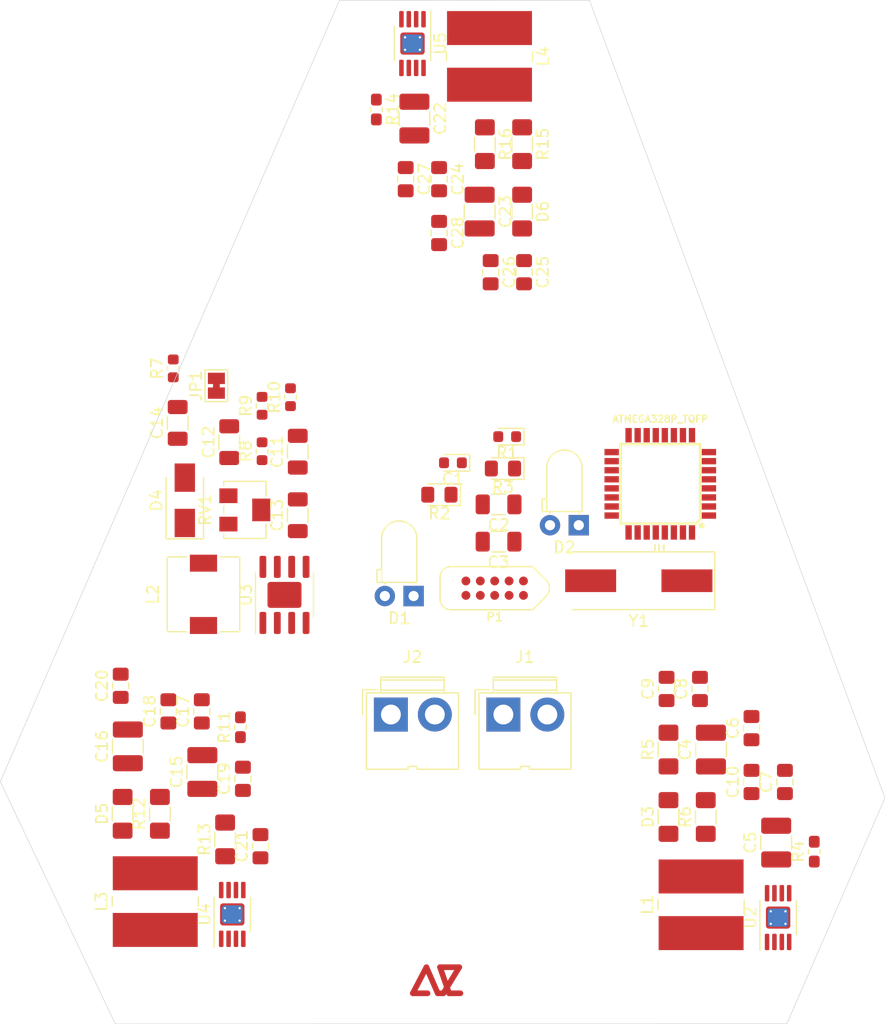
<source format=kicad_pcb>
(kicad_pcb (version 20171130) (host pcbnew "(5.1.5-0-10_14)")

  (general
    (thickness 1.6)
    (drawings 6)
    (tracks 0)
    (zones 0)
    (modules 66)
    (nets 51)
  )

  (page A4)
  (layers
    (0 F.Cu signal)
    (31 B.Cu signal)
    (32 B.Adhes user)
    (33 F.Adhes user)
    (34 B.Paste user)
    (35 F.Paste user)
    (36 B.SilkS user)
    (37 F.SilkS user)
    (38 B.Mask user)
    (39 F.Mask user)
    (40 Dwgs.User user)
    (41 Cmts.User user)
    (42 Eco1.User user)
    (43 Eco2.User user)
    (44 Edge.Cuts user)
    (45 Margin user)
    (46 B.CrtYd user)
    (47 F.CrtYd user)
    (48 B.Fab user)
    (49 F.Fab user)
  )

  (setup
    (last_trace_width 0.25)
    (trace_clearance 0.2)
    (zone_clearance 0.508)
    (zone_45_only no)
    (trace_min 0.2)
    (via_size 0.8)
    (via_drill 0.4)
    (via_min_size 0.4)
    (via_min_drill 0.3)
    (uvia_size 0.3)
    (uvia_drill 0.1)
    (uvias_allowed no)
    (uvia_min_size 0.2)
    (uvia_min_drill 0.1)
    (edge_width 0.05)
    (segment_width 0.2)
    (pcb_text_width 0.3)
    (pcb_text_size 1.5 1.5)
    (mod_edge_width 0.12)
    (mod_text_size 1 1)
    (mod_text_width 0.15)
    (pad_size 1.524 1.524)
    (pad_drill 0.762)
    (pad_to_mask_clearance 0.051)
    (solder_mask_min_width 0.25)
    (aux_axis_origin 0 0)
    (visible_elements FFFFFF7F)
    (pcbplotparams
      (layerselection 0x010fc_ffffffff)
      (usegerberextensions false)
      (usegerberattributes false)
      (usegerberadvancedattributes false)
      (creategerberjobfile false)
      (excludeedgelayer true)
      (linewidth 0.100000)
      (plotframeref false)
      (viasonmask false)
      (mode 1)
      (useauxorigin false)
      (hpglpennumber 1)
      (hpglpenspeed 20)
      (hpglpendiameter 15.000000)
      (psnegative false)
      (psa4output false)
      (plotreference true)
      (plotvalue true)
      (plotinvisibletext false)
      (padsonsilk false)
      (subtractmaskfromsilk false)
      (outputformat 1)
      (mirror false)
      (drillshape 1)
      (scaleselection 1)
      (outputdirectory ""))
  )

  (net 0 "")
  (net 1 DTR)
  (net 2 RESET)
  (net 3 GND)
  (net 4 "Net-(C2-Pad1)")
  (net 5 "Net-(C3-Pad1)")
  (net 6 VIN)
  (net 7 "Net-(C7-Pad2)")
  (net 8 ANODE)
  (net 9 CATHODE)
  (net 10 "Net-(C12-Pad2)")
  (net 11 "Net-(C12-Pad1)")
  (net 12 "Net-(C13-Pad2)")
  (net 13 "Net-(C13-Pad1)")
  (net 14 "Net-(C14-Pad2)")
  (net 15 "Net-(C18-Pad2)")
  (net 16 "Net-(C25-Pad2)")
  (net 17 "Net-(D1-Pad2)")
  (net 18 "Net-(D2-Pad2)")
  (net 19 "Net-(D3-Pad2)")
  (net 20 "Net-(D5-Pad2)")
  (net 21 "Net-(D6-Pad2)")
  (net 22 SCL)
  (net 23 SDA)
  (net 24 MPOWER)
  (net 25 MOSI)
  (net 26 "Net-(P1-Pad9)")
  (net 27 MISO)
  (net 28 SCK)
  (net 29 RXI)
  (net 30 TXO)
  (net 31 PWM)
  (net 32 "Net-(R7-Pad2)")
  (net 33 "Net-(R8-Pad1)")
  (net 34 "Net-(R10-Pad1)")
  (net 35 D2)
  (net 36 "Net-(U1-Pad23)")
  (net 37 A7)
  (net 38 "Net-(U1-Pad20)")
  (net 39 A6)
  (net 40 D10)
  (net 41 D9)
  (net 42 D8)
  (net 43 D7)
  (net 44 D6)
  (net 45 D5)
  (net 46 D4)
  (net 47 D3)
  (net 48 "Net-(U2-Pad7)")
  (net 49 "Net-(U4-Pad7)")
  (net 50 "Net-(U5-Pad7)")

  (net_class Default "This is the default net class."
    (clearance 0.2)
    (trace_width 0.25)
    (via_dia 0.8)
    (via_drill 0.4)
    (uvia_dia 0.3)
    (uvia_drill 0.1)
    (add_net A6)
    (add_net A7)
    (add_net ANODE)
    (add_net CATHODE)
    (add_net D10)
    (add_net D2)
    (add_net D3)
    (add_net D4)
    (add_net D5)
    (add_net D6)
    (add_net D7)
    (add_net D8)
    (add_net D9)
    (add_net DTR)
    (add_net GND)
    (add_net MISO)
    (add_net MOSI)
    (add_net MPOWER)
    (add_net "Net-(C12-Pad1)")
    (add_net "Net-(C12-Pad2)")
    (add_net "Net-(C13-Pad1)")
    (add_net "Net-(C13-Pad2)")
    (add_net "Net-(C14-Pad2)")
    (add_net "Net-(C18-Pad2)")
    (add_net "Net-(C2-Pad1)")
    (add_net "Net-(C25-Pad2)")
    (add_net "Net-(C3-Pad1)")
    (add_net "Net-(C7-Pad2)")
    (add_net "Net-(D1-Pad2)")
    (add_net "Net-(D2-Pad2)")
    (add_net "Net-(D3-Pad2)")
    (add_net "Net-(D5-Pad2)")
    (add_net "Net-(D6-Pad2)")
    (add_net "Net-(P1-Pad9)")
    (add_net "Net-(R10-Pad1)")
    (add_net "Net-(R7-Pad2)")
    (add_net "Net-(R8-Pad1)")
    (add_net "Net-(U1-Pad20)")
    (add_net "Net-(U1-Pad23)")
    (add_net "Net-(U2-Pad7)")
    (add_net "Net-(U4-Pad7)")
    (add_net "Net-(U5-Pad7)")
    (add_net PWM)
    (add_net RESET)
    (add_net RXI)
    (add_net SCK)
    (add_net SCL)
    (add_net SDA)
    (add_net TXO)
    (add_net VIN)
  )

  (module "Ae_Logo:logo - c" (layer F.Cu) (tedit 5DB143DC) (tstamp 5E9A6189)
    (at 155.41 136.24)
    (path /5E9A4116)
    (fp_text reference U6 (at 0 0.5 unlocked) (layer F.SilkS) hide
      (effects (font (size 1 1) (thickness 0.15)))
    )
    (fp_text value Logo-c (at 0 -0.5) (layer F.Fab)
      (effects (font (size 1 1) (thickness 0.15)))
    )
    (fp_line (start -2.7 4.2) (end -1.5 1.9) (layer F.Mask) (width 0.5))
    (fp_line (start -0.3 1.9) (end 0.5 4.2) (layer F.Mask) (width 0.5))
    (fp_line (start -1.5 1.9) (end -0.5 4.2) (layer F.Mask) (width 0.5))
    (fp_line (start 0 4.2) (end 1.4 1.9) (layer F.Mask) (width 0.5))
    (fp_line (start 0.5 4.2) (end 1.5 4.2) (layer F.Mask) (width 0.5))
    (fp_line (start -0.5 4.2) (end 0 4.2) (layer F.Mask) (width 0.5))
    (fp_line (start -1.4 4.2) (end -2.7 4.2) (layer F.Mask) (width 0.5))
    (fp_line (start 1.4 1.9) (end -0.3 1.9) (layer F.Mask) (width 0.5))
    (fp_line (start 1.4 1.9) (end -0.3 1.9) (layer F.Cu) (width 0.5))
    (fp_line (start -1.4 4.2) (end -2.7 4.2) (layer F.Cu) (width 0.5))
    (fp_line (start -0.5 4.2) (end 0 4.2) (layer F.Cu) (width 0.5))
    (fp_line (start 0.5 4.2) (end 1.5 4.2) (layer F.Cu) (width 0.5))
    (fp_line (start 0 4.2) (end 1.4 1.9) (layer F.Cu) (width 0.5))
    (fp_line (start -1.5 1.9) (end -0.5 4.2) (layer F.Cu) (width 0.5))
    (fp_line (start -0.3 1.9) (end 0.5 4.2) (layer F.Cu) (width 0.5))
    (fp_line (start -2.7 4.2) (end -1.5 1.9) (layer F.Cu) (width 0.5))
  )

  (module Crystal:Crystal_SMD_HC49-SD (layer F.Cu) (tedit 5A1AD52C) (tstamp 5E9A0EA2)
    (at 172.66 104.03 180)
    (descr "SMD Crystal HC-49-SD http://cdn-reichelt.de/documents/datenblatt/B400/xxx-HC49-SMD.pdf, 11.4x4.7mm^2 package")
    (tags "SMD SMT crystal")
    (path /5E99A3FA/5D707AC4)
    (attr smd)
    (fp_text reference Y1 (at 0 -3.55) (layer F.SilkS)
      (effects (font (size 1 1) (thickness 0.15)))
    )
    (fp_text value Crystal (at 0 3.55) (layer F.Fab)
      (effects (font (size 1 1) (thickness 0.15)))
    )
    (fp_arc (start 3.015 0) (end 3.015 -2.115) (angle 180) (layer F.Fab) (width 0.1))
    (fp_arc (start -3.015 0) (end -3.015 -2.115) (angle -180) (layer F.Fab) (width 0.1))
    (fp_line (start 6.8 -2.6) (end -6.8 -2.6) (layer F.CrtYd) (width 0.05))
    (fp_line (start 6.8 2.6) (end 6.8 -2.6) (layer F.CrtYd) (width 0.05))
    (fp_line (start -6.8 2.6) (end 6.8 2.6) (layer F.CrtYd) (width 0.05))
    (fp_line (start -6.8 -2.6) (end -6.8 2.6) (layer F.CrtYd) (width 0.05))
    (fp_line (start -6.7 2.55) (end 5.9 2.55) (layer F.SilkS) (width 0.12))
    (fp_line (start -6.7 -2.55) (end -6.7 2.55) (layer F.SilkS) (width 0.12))
    (fp_line (start 5.9 -2.55) (end -6.7 -2.55) (layer F.SilkS) (width 0.12))
    (fp_line (start -3.015 2.115) (end 3.015 2.115) (layer F.Fab) (width 0.1))
    (fp_line (start -3.015 -2.115) (end 3.015 -2.115) (layer F.Fab) (width 0.1))
    (fp_line (start 5.7 -2.35) (end -5.7 -2.35) (layer F.Fab) (width 0.1))
    (fp_line (start 5.7 2.35) (end 5.7 -2.35) (layer F.Fab) (width 0.1))
    (fp_line (start -5.7 2.35) (end 5.7 2.35) (layer F.Fab) (width 0.1))
    (fp_line (start -5.7 -2.35) (end -5.7 2.35) (layer F.Fab) (width 0.1))
    (fp_text user %R (at 0 0) (layer F.Fab)
      (effects (font (size 1 1) (thickness 0.15)))
    )
    (pad 2 smd rect (at 4.25 0 180) (size 4.5 2) (layers F.Cu F.Paste F.Mask)
      (net 5 "Net-(C3-Pad1)"))
    (pad 1 smd rect (at -4.25 0 180) (size 4.5 2) (layers F.Cu F.Paste F.Mask)
      (net 4 "Net-(C2-Pad1)"))
    (model ${KISYS3DMOD}/Crystal.3dshapes/Crystal_SMD_HC49-SD.wrl
      (at (xyz 0 0 0))
      (scale (xyz 1 1 1))
      (rotate (xyz 0 0 0))
    )
  )

  (module Package_SO:MSOP-8-1EP_3x3mm_P0.65mm_EP1.95x2.15mm_ThermalVias (layer F.Cu) (tedit 5C58BD28) (tstamp 5E9A0E8C)
    (at 152.68 56.62 270)
    (descr "MSOP, 8 Pin (http://www.st.com/resource/en/datasheet/pm8834.pdf), generated with kicad-footprint-generator ipc_gullwing_generator.py")
    (tags "MSOP SO")
    (path /5E999FA5/5E99A7BF)
    (attr smd)
    (fp_text reference U5 (at 0 -2.45 90) (layer F.SilkS)
      (effects (font (size 1 1) (thickness 0.15)))
    )
    (fp_text value AL8860 (at 0 2.45 90) (layer F.Fab)
      (effects (font (size 1 1) (thickness 0.15)))
    )
    (fp_text user %R (at 0 0 90) (layer F.Fab)
      (effects (font (size 0.75 0.75) (thickness 0.11)))
    )
    (fp_line (start 3.12 -1.75) (end -3.12 -1.75) (layer F.CrtYd) (width 0.05))
    (fp_line (start 3.12 1.75) (end 3.12 -1.75) (layer F.CrtYd) (width 0.05))
    (fp_line (start -3.12 1.75) (end 3.12 1.75) (layer F.CrtYd) (width 0.05))
    (fp_line (start -3.12 -1.75) (end -3.12 1.75) (layer F.CrtYd) (width 0.05))
    (fp_line (start -1.5 -0.75) (end -0.75 -1.5) (layer F.Fab) (width 0.1))
    (fp_line (start -1.5 1.5) (end -1.5 -0.75) (layer F.Fab) (width 0.1))
    (fp_line (start 1.5 1.5) (end -1.5 1.5) (layer F.Fab) (width 0.1))
    (fp_line (start 1.5 -1.5) (end 1.5 1.5) (layer F.Fab) (width 0.1))
    (fp_line (start -0.75 -1.5) (end 1.5 -1.5) (layer F.Fab) (width 0.1))
    (fp_line (start 0 -1.61) (end -2.875 -1.61) (layer F.SilkS) (width 0.12))
    (fp_line (start 0 -1.61) (end 1.5 -1.61) (layer F.SilkS) (width 0.12))
    (fp_line (start 0 1.61) (end -1.5 1.61) (layer F.SilkS) (width 0.12))
    (fp_line (start 0 1.61) (end 1.5 1.61) (layer F.SilkS) (width 0.12))
    (pad 8 smd roundrect (at 2.15 -0.975 270) (size 1.45 0.4) (layers F.Cu F.Paste F.Mask) (roundrect_rratio 0.25)
      (net 6 VIN))
    (pad 7 smd roundrect (at 2.15 -0.325 270) (size 1.45 0.4) (layers F.Cu F.Paste F.Mask) (roundrect_rratio 0.25)
      (net 50 "Net-(U5-Pad7)"))
    (pad 6 smd roundrect (at 2.15 0.325 270) (size 1.45 0.4) (layers F.Cu F.Paste F.Mask) (roundrect_rratio 0.25)
      (net 21 "Net-(D6-Pad2)"))
    (pad 5 smd roundrect (at 2.15 0.975 270) (size 1.45 0.4) (layers F.Cu F.Paste F.Mask) (roundrect_rratio 0.25)
      (net 21 "Net-(D6-Pad2)"))
    (pad 4 smd roundrect (at -2.15 0.975 270) (size 1.45 0.4) (layers F.Cu F.Paste F.Mask) (roundrect_rratio 0.25)
      (net 16 "Net-(C25-Pad2)"))
    (pad 3 smd roundrect (at -2.15 0.325 270) (size 1.45 0.4) (layers F.Cu F.Paste F.Mask) (roundrect_rratio 0.25)
      (net 3 GND))
    (pad 2 smd roundrect (at -2.15 -0.325 270) (size 1.45 0.4) (layers F.Cu F.Paste F.Mask) (roundrect_rratio 0.25)
      (net 3 GND))
    (pad 1 smd roundrect (at -2.15 -0.975 270) (size 1.45 0.4) (layers F.Cu F.Paste F.Mask) (roundrect_rratio 0.25)
      (net 8 ANODE))
    (pad "" smd roundrect (at 0.49 0.54 270) (size 0.82 0.9) (layers F.Paste) (roundrect_rratio 0.25))
    (pad "" smd roundrect (at 0.49 -0.54 270) (size 0.82 0.9) (layers F.Paste) (roundrect_rratio 0.25))
    (pad "" smd roundrect (at -0.49 0.54 270) (size 0.82 0.9) (layers F.Paste) (roundrect_rratio 0.25))
    (pad "" smd roundrect (at -0.49 -0.54 270) (size 0.82 0.9) (layers F.Paste) (roundrect_rratio 0.25))
    (pad 9 smd roundrect (at 0 0 270) (size 1.6 1.8) (layers B.Cu) (roundrect_rratio 0.15625)
      (net 3 GND))
    (pad 9 thru_hole circle (at 0.55 0.65 270) (size 0.5 0.5) (drill 0.2) (layers *.Cu)
      (net 3 GND))
    (pad 9 thru_hole circle (at -0.55 0.65 270) (size 0.5 0.5) (drill 0.2) (layers *.Cu)
      (net 3 GND))
    (pad 9 thru_hole circle (at 0.55 -0.65 270) (size 0.5 0.5) (drill 0.2) (layers *.Cu)
      (net 3 GND))
    (pad 9 thru_hole circle (at -0.55 -0.65 270) (size 0.5 0.5) (drill 0.2) (layers *.Cu)
      (net 3 GND))
    (pad 9 smd roundrect (at 0 0 270) (size 1.95 2.15) (layers F.Cu F.Mask) (roundrect_rratio 0.128205)
      (net 3 GND))
    (model ${KISYS3DMOD}/Package_SO.3dshapes/MSOP-8-1EP_3x3mm_P0.65mm_EP1.95x2.15mm.wrl
      (at (xyz 0 0 0))
      (scale (xyz 1 1 1))
      (rotate (xyz 0 0 0))
    )
  )

  (module Package_SO:MSOP-8-1EP_3x3mm_P0.65mm_EP1.95x2.15mm_ThermalVias (layer F.Cu) (tedit 5C58BD28) (tstamp 5E9A0E68)
    (at 136.77 133.48 90)
    (descr "MSOP, 8 Pin (http://www.st.com/resource/en/datasheet/pm8834.pdf), generated with kicad-footprint-generator ipc_gullwing_generator.py")
    (tags "MSOP SO")
    (path /5E999BDE/5E99A7BF)
    (attr smd)
    (fp_text reference U4 (at 0 -2.45 90) (layer F.SilkS)
      (effects (font (size 1 1) (thickness 0.15)))
    )
    (fp_text value AL8860 (at 0 2.45 90) (layer F.Fab)
      (effects (font (size 1 1) (thickness 0.15)))
    )
    (fp_text user %R (at 0 0 90) (layer F.Fab)
      (effects (font (size 0.75 0.75) (thickness 0.11)))
    )
    (fp_line (start 3.12 -1.75) (end -3.12 -1.75) (layer F.CrtYd) (width 0.05))
    (fp_line (start 3.12 1.75) (end 3.12 -1.75) (layer F.CrtYd) (width 0.05))
    (fp_line (start -3.12 1.75) (end 3.12 1.75) (layer F.CrtYd) (width 0.05))
    (fp_line (start -3.12 -1.75) (end -3.12 1.75) (layer F.CrtYd) (width 0.05))
    (fp_line (start -1.5 -0.75) (end -0.75 -1.5) (layer F.Fab) (width 0.1))
    (fp_line (start -1.5 1.5) (end -1.5 -0.75) (layer F.Fab) (width 0.1))
    (fp_line (start 1.5 1.5) (end -1.5 1.5) (layer F.Fab) (width 0.1))
    (fp_line (start 1.5 -1.5) (end 1.5 1.5) (layer F.Fab) (width 0.1))
    (fp_line (start -0.75 -1.5) (end 1.5 -1.5) (layer F.Fab) (width 0.1))
    (fp_line (start 0 -1.61) (end -2.875 -1.61) (layer F.SilkS) (width 0.12))
    (fp_line (start 0 -1.61) (end 1.5 -1.61) (layer F.SilkS) (width 0.12))
    (fp_line (start 0 1.61) (end -1.5 1.61) (layer F.SilkS) (width 0.12))
    (fp_line (start 0 1.61) (end 1.5 1.61) (layer F.SilkS) (width 0.12))
    (pad 8 smd roundrect (at 2.15 -0.975 90) (size 1.45 0.4) (layers F.Cu F.Paste F.Mask) (roundrect_rratio 0.25)
      (net 6 VIN))
    (pad 7 smd roundrect (at 2.15 -0.325 90) (size 1.45 0.4) (layers F.Cu F.Paste F.Mask) (roundrect_rratio 0.25)
      (net 49 "Net-(U4-Pad7)"))
    (pad 6 smd roundrect (at 2.15 0.325 90) (size 1.45 0.4) (layers F.Cu F.Paste F.Mask) (roundrect_rratio 0.25)
      (net 20 "Net-(D5-Pad2)"))
    (pad 5 smd roundrect (at 2.15 0.975 90) (size 1.45 0.4) (layers F.Cu F.Paste F.Mask) (roundrect_rratio 0.25)
      (net 20 "Net-(D5-Pad2)"))
    (pad 4 smd roundrect (at -2.15 0.975 90) (size 1.45 0.4) (layers F.Cu F.Paste F.Mask) (roundrect_rratio 0.25)
      (net 15 "Net-(C18-Pad2)"))
    (pad 3 smd roundrect (at -2.15 0.325 90) (size 1.45 0.4) (layers F.Cu F.Paste F.Mask) (roundrect_rratio 0.25)
      (net 3 GND))
    (pad 2 smd roundrect (at -2.15 -0.325 90) (size 1.45 0.4) (layers F.Cu F.Paste F.Mask) (roundrect_rratio 0.25)
      (net 3 GND))
    (pad 1 smd roundrect (at -2.15 -0.975 90) (size 1.45 0.4) (layers F.Cu F.Paste F.Mask) (roundrect_rratio 0.25)
      (net 8 ANODE))
    (pad "" smd roundrect (at 0.49 0.54 90) (size 0.82 0.9) (layers F.Paste) (roundrect_rratio 0.25))
    (pad "" smd roundrect (at 0.49 -0.54 90) (size 0.82 0.9) (layers F.Paste) (roundrect_rratio 0.25))
    (pad "" smd roundrect (at -0.49 0.54 90) (size 0.82 0.9) (layers F.Paste) (roundrect_rratio 0.25))
    (pad "" smd roundrect (at -0.49 -0.54 90) (size 0.82 0.9) (layers F.Paste) (roundrect_rratio 0.25))
    (pad 9 smd roundrect (at 0 0 90) (size 1.6 1.8) (layers B.Cu) (roundrect_rratio 0.15625)
      (net 3 GND))
    (pad 9 thru_hole circle (at 0.55 0.65 90) (size 0.5 0.5) (drill 0.2) (layers *.Cu)
      (net 3 GND))
    (pad 9 thru_hole circle (at -0.55 0.65 90) (size 0.5 0.5) (drill 0.2) (layers *.Cu)
      (net 3 GND))
    (pad 9 thru_hole circle (at 0.55 -0.65 90) (size 0.5 0.5) (drill 0.2) (layers *.Cu)
      (net 3 GND))
    (pad 9 thru_hole circle (at -0.55 -0.65 90) (size 0.5 0.5) (drill 0.2) (layers *.Cu)
      (net 3 GND))
    (pad 9 smd roundrect (at 0 0 90) (size 1.95 2.15) (layers F.Cu F.Mask) (roundrect_rratio 0.128205)
      (net 3 GND))
    (model ${KISYS3DMOD}/Package_SO.3dshapes/MSOP-8-1EP_3x3mm_P0.65mm_EP1.95x2.15mm.wrl
      (at (xyz 0 0 0))
      (scale (xyz 1 1 1))
      (rotate (xyz 0 0 0))
    )
  )

  (module Package_SO:SOIC-8-1EP_3.9x4.9mm_P1.27mm_EP2.29x3mm (layer F.Cu) (tedit 5C56E16F) (tstamp 5E9A0E44)
    (at 141.38 105.28 90)
    (descr "SOIC, 8 Pin (https://www.analog.com/media/en/technical-documentation/data-sheets/ada4898-1_4898-2.pdf#page=29), generated with kicad-footprint-generator ipc_gullwing_generator.py")
    (tags "SOIC SO")
    (path /5E9FF5BF/5DA5358B)
    (attr smd)
    (fp_text reference U3 (at 0 -3.4 90) (layer F.SilkS)
      (effects (font (size 1 1) (thickness 0.15)))
    )
    (fp_text value "MP1584EN(SOIC8E)" (at 0 3.4 90) (layer F.Fab)
      (effects (font (size 1 1) (thickness 0.15)))
    )
    (fp_text user %R (at 0 0 90) (layer F.Fab)
      (effects (font (size 0.98 0.98) (thickness 0.15)))
    )
    (fp_line (start 3.7 -2.7) (end -3.7 -2.7) (layer F.CrtYd) (width 0.05))
    (fp_line (start 3.7 2.7) (end 3.7 -2.7) (layer F.CrtYd) (width 0.05))
    (fp_line (start -3.7 2.7) (end 3.7 2.7) (layer F.CrtYd) (width 0.05))
    (fp_line (start -3.7 -2.7) (end -3.7 2.7) (layer F.CrtYd) (width 0.05))
    (fp_line (start -1.95 -1.475) (end -0.975 -2.45) (layer F.Fab) (width 0.1))
    (fp_line (start -1.95 2.45) (end -1.95 -1.475) (layer F.Fab) (width 0.1))
    (fp_line (start 1.95 2.45) (end -1.95 2.45) (layer F.Fab) (width 0.1))
    (fp_line (start 1.95 -2.45) (end 1.95 2.45) (layer F.Fab) (width 0.1))
    (fp_line (start -0.975 -2.45) (end 1.95 -2.45) (layer F.Fab) (width 0.1))
    (fp_line (start 0 -2.56) (end -3.45 -2.56) (layer F.SilkS) (width 0.12))
    (fp_line (start 0 -2.56) (end 1.95 -2.56) (layer F.SilkS) (width 0.12))
    (fp_line (start 0 2.56) (end -1.95 2.56) (layer F.SilkS) (width 0.12))
    (fp_line (start 0 2.56) (end 1.95 2.56) (layer F.SilkS) (width 0.12))
    (pad 8 smd roundrect (at 2.475 -1.905 90) (size 1.95 0.6) (layers F.Cu F.Paste F.Mask) (roundrect_rratio 0.25)
      (net 12 "Net-(C13-Pad2)"))
    (pad 7 smd roundrect (at 2.475 -0.635 90) (size 1.95 0.6) (layers F.Cu F.Paste F.Mask) (roundrect_rratio 0.25)
      (net 6 VIN))
    (pad 6 smd roundrect (at 2.475 0.635 90) (size 1.95 0.6) (layers F.Cu F.Paste F.Mask) (roundrect_rratio 0.25)
      (net 33 "Net-(R8-Pad1)"))
    (pad 5 smd roundrect (at 2.475 1.905 90) (size 1.95 0.6) (layers F.Cu F.Paste F.Mask) (roundrect_rratio 0.25)
      (net 3 GND))
    (pad 4 smd roundrect (at -2.475 1.905 90) (size 1.95 0.6) (layers F.Cu F.Paste F.Mask) (roundrect_rratio 0.25)
      (net 34 "Net-(R10-Pad1)"))
    (pad 3 smd roundrect (at -2.475 0.635 90) (size 1.95 0.6) (layers F.Cu F.Paste F.Mask) (roundrect_rratio 0.25)
      (net 11 "Net-(C12-Pad1)"))
    (pad 2 smd roundrect (at -2.475 -0.635 90) (size 1.95 0.6) (layers F.Cu F.Paste F.Mask) (roundrect_rratio 0.25)
      (net 32 "Net-(R7-Pad2)"))
    (pad 1 smd roundrect (at -2.475 -1.905 90) (size 1.95 0.6) (layers F.Cu F.Paste F.Mask) (roundrect_rratio 0.25)
      (net 13 "Net-(C13-Pad1)"))
    (pad "" smd roundrect (at 0.57 0.75 90) (size 0.92 1.21) (layers F.Paste) (roundrect_rratio 0.25))
    (pad "" smd roundrect (at 0.57 -0.75 90) (size 0.92 1.21) (layers F.Paste) (roundrect_rratio 0.25))
    (pad "" smd roundrect (at -0.57 0.75 90) (size 0.92 1.21) (layers F.Paste) (roundrect_rratio 0.25))
    (pad "" smd roundrect (at -0.57 -0.75 90) (size 0.92 1.21) (layers F.Paste) (roundrect_rratio 0.25))
    (pad 9 smd roundrect (at 0 0 90) (size 2.29 3) (layers F.Cu F.Mask) (roundrect_rratio 0.10917))
    (model ${KISYS3DMOD}/Package_SO.3dshapes/SOIC-8-1EP_3.9x4.9mm_P1.27mm_EP2.29x3mm.wrl
      (at (xyz 0 0 0))
      (scale (xyz 1 1 1))
      (rotate (xyz 0 0 0))
    )
  )

  (module Package_SO:MSOP-8-1EP_3x3mm_P0.65mm_EP1.95x2.15mm_ThermalVias (layer F.Cu) (tedit 5C58BD28) (tstamp 5E9A0E25)
    (at 184.96 133.76 90)
    (descr "MSOP, 8 Pin (http://www.st.com/resource/en/datasheet/pm8834.pdf), generated with kicad-footprint-generator ipc_gullwing_generator.py")
    (tags "MSOP SO")
    (path /5E99A38E/5E99A7BF)
    (attr smd)
    (fp_text reference U2 (at 0 -2.45 90) (layer F.SilkS)
      (effects (font (size 1 1) (thickness 0.15)))
    )
    (fp_text value AL8860 (at 0 2.45 90) (layer F.Fab)
      (effects (font (size 1 1) (thickness 0.15)))
    )
    (fp_text user %R (at 0 0 90) (layer F.Fab)
      (effects (font (size 0.75 0.75) (thickness 0.11)))
    )
    (fp_line (start 3.12 -1.75) (end -3.12 -1.75) (layer F.CrtYd) (width 0.05))
    (fp_line (start 3.12 1.75) (end 3.12 -1.75) (layer F.CrtYd) (width 0.05))
    (fp_line (start -3.12 1.75) (end 3.12 1.75) (layer F.CrtYd) (width 0.05))
    (fp_line (start -3.12 -1.75) (end -3.12 1.75) (layer F.CrtYd) (width 0.05))
    (fp_line (start -1.5 -0.75) (end -0.75 -1.5) (layer F.Fab) (width 0.1))
    (fp_line (start -1.5 1.5) (end -1.5 -0.75) (layer F.Fab) (width 0.1))
    (fp_line (start 1.5 1.5) (end -1.5 1.5) (layer F.Fab) (width 0.1))
    (fp_line (start 1.5 -1.5) (end 1.5 1.5) (layer F.Fab) (width 0.1))
    (fp_line (start -0.75 -1.5) (end 1.5 -1.5) (layer F.Fab) (width 0.1))
    (fp_line (start 0 -1.61) (end -2.875 -1.61) (layer F.SilkS) (width 0.12))
    (fp_line (start 0 -1.61) (end 1.5 -1.61) (layer F.SilkS) (width 0.12))
    (fp_line (start 0 1.61) (end -1.5 1.61) (layer F.SilkS) (width 0.12))
    (fp_line (start 0 1.61) (end 1.5 1.61) (layer F.SilkS) (width 0.12))
    (pad 8 smd roundrect (at 2.15 -0.975 90) (size 1.45 0.4) (layers F.Cu F.Paste F.Mask) (roundrect_rratio 0.25)
      (net 6 VIN))
    (pad 7 smd roundrect (at 2.15 -0.325 90) (size 1.45 0.4) (layers F.Cu F.Paste F.Mask) (roundrect_rratio 0.25)
      (net 48 "Net-(U2-Pad7)"))
    (pad 6 smd roundrect (at 2.15 0.325 90) (size 1.45 0.4) (layers F.Cu F.Paste F.Mask) (roundrect_rratio 0.25)
      (net 19 "Net-(D3-Pad2)"))
    (pad 5 smd roundrect (at 2.15 0.975 90) (size 1.45 0.4) (layers F.Cu F.Paste F.Mask) (roundrect_rratio 0.25)
      (net 19 "Net-(D3-Pad2)"))
    (pad 4 smd roundrect (at -2.15 0.975 90) (size 1.45 0.4) (layers F.Cu F.Paste F.Mask) (roundrect_rratio 0.25)
      (net 7 "Net-(C7-Pad2)"))
    (pad 3 smd roundrect (at -2.15 0.325 90) (size 1.45 0.4) (layers F.Cu F.Paste F.Mask) (roundrect_rratio 0.25)
      (net 3 GND))
    (pad 2 smd roundrect (at -2.15 -0.325 90) (size 1.45 0.4) (layers F.Cu F.Paste F.Mask) (roundrect_rratio 0.25)
      (net 3 GND))
    (pad 1 smd roundrect (at -2.15 -0.975 90) (size 1.45 0.4) (layers F.Cu F.Paste F.Mask) (roundrect_rratio 0.25)
      (net 8 ANODE))
    (pad "" smd roundrect (at 0.49 0.54 90) (size 0.82 0.9) (layers F.Paste) (roundrect_rratio 0.25))
    (pad "" smd roundrect (at 0.49 -0.54 90) (size 0.82 0.9) (layers F.Paste) (roundrect_rratio 0.25))
    (pad "" smd roundrect (at -0.49 0.54 90) (size 0.82 0.9) (layers F.Paste) (roundrect_rratio 0.25))
    (pad "" smd roundrect (at -0.49 -0.54 90) (size 0.82 0.9) (layers F.Paste) (roundrect_rratio 0.25))
    (pad 9 smd roundrect (at 0 0 90) (size 1.6 1.8) (layers B.Cu) (roundrect_rratio 0.15625)
      (net 3 GND))
    (pad 9 thru_hole circle (at 0.55 0.65 90) (size 0.5 0.5) (drill 0.2) (layers *.Cu)
      (net 3 GND))
    (pad 9 thru_hole circle (at -0.55 0.65 90) (size 0.5 0.5) (drill 0.2) (layers *.Cu)
      (net 3 GND))
    (pad 9 thru_hole circle (at 0.55 -0.65 90) (size 0.5 0.5) (drill 0.2) (layers *.Cu)
      (net 3 GND))
    (pad 9 thru_hole circle (at -0.55 -0.65 90) (size 0.5 0.5) (drill 0.2) (layers *.Cu)
      (net 3 GND))
    (pad 9 smd roundrect (at 0 0 90) (size 1.95 2.15) (layers F.Cu F.Mask) (roundrect_rratio 0.128205)
      (net 3 GND))
    (model ${KISYS3DMOD}/Package_SO.3dshapes/MSOP-8-1EP_3x3mm_P0.65mm_EP1.95x2.15mm.wrl
      (at (xyz 0 0 0))
      (scale (xyz 1 1 1))
      (rotate (xyz 0 0 0))
    )
  )

  (module Silicon-Standard:TQFP32-08 (layer F.Cu) (tedit 200000) (tstamp 5E9A0E01)
    (at 174.557401 95.477401 180)
    (descr "THIN PLASIC QUAD FLAT PACKAGE GRID 0.8 MM")
    (tags "THIN PLASIC QUAD FLAT PACKAGE GRID 0.8 MM")
    (path /5E99A3FA/5C40020E)
    (attr smd)
    (fp_text reference U1 (at 0 -5.715) (layer F.SilkS)
      (effects (font (size 0.6096 0.6096) (thickness 0.127)))
    )
    (fp_text value ATMEGA328P_TQFP (at 0 5.715) (layer F.SilkS)
      (effects (font (size 0.6096 0.6096) (thickness 0.127)))
    )
    (fp_circle (center -3.6576 -3.683) (end -3.6576 -3.8354) (layer F.SilkS) (width 0.2032))
    (fp_line (start -3.1496 -3.50266) (end -3.50266 -3.1496) (layer F.SilkS) (width 0.2032))
    (fp_line (start -3.1496 -3.50266) (end 3.50266 -3.50266) (layer F.SilkS) (width 0.2032))
    (fp_line (start -3.50266 3.50266) (end -3.50266 -3.1496) (layer F.SilkS) (width 0.2032))
    (fp_line (start 3.50266 3.50266) (end -3.50266 3.50266) (layer F.SilkS) (width 0.2032))
    (fp_line (start 3.50266 -3.50266) (end 3.50266 3.50266) (layer F.SilkS) (width 0.2032))
    (fp_line (start -3.02768 -3.556) (end -3.02768 -4.5466) (layer Dwgs.User) (width 0.06604))
    (fp_line (start -3.02768 -4.5466) (end -2.57048 -4.5466) (layer Dwgs.User) (width 0.06604))
    (fp_line (start -2.57048 -3.556) (end -2.57048 -4.5466) (layer Dwgs.User) (width 0.06604))
    (fp_line (start -3.02768 -3.556) (end -2.57048 -3.556) (layer Dwgs.User) (width 0.06604))
    (fp_line (start -2.22758 -3.556) (end -2.22758 -4.5466) (layer Dwgs.User) (width 0.06604))
    (fp_line (start -2.22758 -4.5466) (end -1.77038 -4.5466) (layer Dwgs.User) (width 0.06604))
    (fp_line (start -1.77038 -3.556) (end -1.77038 -4.5466) (layer Dwgs.User) (width 0.06604))
    (fp_line (start -2.22758 -3.556) (end -1.77038 -3.556) (layer Dwgs.User) (width 0.06604))
    (fp_line (start -1.42748 -3.556) (end -1.42748 -4.5466) (layer Dwgs.User) (width 0.06604))
    (fp_line (start -1.42748 -4.5466) (end -0.97028 -4.5466) (layer Dwgs.User) (width 0.06604))
    (fp_line (start -0.97028 -3.556) (end -0.97028 -4.5466) (layer Dwgs.User) (width 0.06604))
    (fp_line (start -1.42748 -3.556) (end -0.97028 -3.556) (layer Dwgs.User) (width 0.06604))
    (fp_line (start -0.62738 -3.556) (end -0.62738 -4.5466) (layer Dwgs.User) (width 0.06604))
    (fp_line (start -0.62738 -4.5466) (end -0.17018 -4.5466) (layer Dwgs.User) (width 0.06604))
    (fp_line (start -0.17018 -3.556) (end -0.17018 -4.5466) (layer Dwgs.User) (width 0.06604))
    (fp_line (start -0.62738 -3.556) (end -0.17018 -3.556) (layer Dwgs.User) (width 0.06604))
    (fp_line (start 0.17018 -3.556) (end 0.17018 -4.5466) (layer Dwgs.User) (width 0.06604))
    (fp_line (start 0.17018 -4.5466) (end 0.62738 -4.5466) (layer Dwgs.User) (width 0.06604))
    (fp_line (start 0.62738 -3.556) (end 0.62738 -4.5466) (layer Dwgs.User) (width 0.06604))
    (fp_line (start 0.17018 -3.556) (end 0.62738 -3.556) (layer Dwgs.User) (width 0.06604))
    (fp_line (start 0.97028 -3.556) (end 0.97028 -4.5466) (layer Dwgs.User) (width 0.06604))
    (fp_line (start 0.97028 -4.5466) (end 1.42748 -4.5466) (layer Dwgs.User) (width 0.06604))
    (fp_line (start 1.42748 -3.556) (end 1.42748 -4.5466) (layer Dwgs.User) (width 0.06604))
    (fp_line (start 0.97028 -3.556) (end 1.42748 -3.556) (layer Dwgs.User) (width 0.06604))
    (fp_line (start 1.77038 -3.556) (end 1.77038 -4.5466) (layer Dwgs.User) (width 0.06604))
    (fp_line (start 1.77038 -4.5466) (end 2.22758 -4.5466) (layer Dwgs.User) (width 0.06604))
    (fp_line (start 2.22758 -3.556) (end 2.22758 -4.5466) (layer Dwgs.User) (width 0.06604))
    (fp_line (start 1.77038 -3.556) (end 2.22758 -3.556) (layer Dwgs.User) (width 0.06604))
    (fp_line (start 2.57048 -3.556) (end 2.57048 -4.5466) (layer Dwgs.User) (width 0.06604))
    (fp_line (start 2.57048 -4.5466) (end 3.02768 -4.5466) (layer Dwgs.User) (width 0.06604))
    (fp_line (start 3.02768 -3.556) (end 3.02768 -4.5466) (layer Dwgs.User) (width 0.06604))
    (fp_line (start 2.57048 -3.556) (end 3.02768 -3.556) (layer Dwgs.User) (width 0.06604))
    (fp_line (start 3.556 -2.57048) (end 3.556 -3.02768) (layer Dwgs.User) (width 0.06604))
    (fp_line (start 3.556 -3.02768) (end 4.5466 -3.02768) (layer Dwgs.User) (width 0.06604))
    (fp_line (start 4.5466 -2.57048) (end 4.5466 -3.02768) (layer Dwgs.User) (width 0.06604))
    (fp_line (start 3.556 -2.57048) (end 4.5466 -2.57048) (layer Dwgs.User) (width 0.06604))
    (fp_line (start 3.556 -1.77038) (end 3.556 -2.22758) (layer Dwgs.User) (width 0.06604))
    (fp_line (start 3.556 -2.22758) (end 4.5466 -2.22758) (layer Dwgs.User) (width 0.06604))
    (fp_line (start 4.5466 -1.77038) (end 4.5466 -2.22758) (layer Dwgs.User) (width 0.06604))
    (fp_line (start 3.556 -1.77038) (end 4.5466 -1.77038) (layer Dwgs.User) (width 0.06604))
    (fp_line (start 3.556 -0.97028) (end 3.556 -1.42748) (layer Dwgs.User) (width 0.06604))
    (fp_line (start 3.556 -1.42748) (end 4.5466 -1.42748) (layer Dwgs.User) (width 0.06604))
    (fp_line (start 4.5466 -0.97028) (end 4.5466 -1.42748) (layer Dwgs.User) (width 0.06604))
    (fp_line (start 3.556 -0.97028) (end 4.5466 -0.97028) (layer Dwgs.User) (width 0.06604))
    (fp_line (start 3.556 -0.17018) (end 3.556 -0.62738) (layer Dwgs.User) (width 0.06604))
    (fp_line (start 3.556 -0.62738) (end 4.5466 -0.62738) (layer Dwgs.User) (width 0.06604))
    (fp_line (start 4.5466 -0.17018) (end 4.5466 -0.62738) (layer Dwgs.User) (width 0.06604))
    (fp_line (start 3.556 -0.17018) (end 4.5466 -0.17018) (layer Dwgs.User) (width 0.06604))
    (fp_line (start 3.556 0.62738) (end 3.556 0.17018) (layer Dwgs.User) (width 0.06604))
    (fp_line (start 3.556 0.17018) (end 4.5466 0.17018) (layer Dwgs.User) (width 0.06604))
    (fp_line (start 4.5466 0.62738) (end 4.5466 0.17018) (layer Dwgs.User) (width 0.06604))
    (fp_line (start 3.556 0.62738) (end 4.5466 0.62738) (layer Dwgs.User) (width 0.06604))
    (fp_line (start 3.556 1.42748) (end 3.556 0.97028) (layer Dwgs.User) (width 0.06604))
    (fp_line (start 3.556 0.97028) (end 4.5466 0.97028) (layer Dwgs.User) (width 0.06604))
    (fp_line (start 4.5466 1.42748) (end 4.5466 0.97028) (layer Dwgs.User) (width 0.06604))
    (fp_line (start 3.556 1.42748) (end 4.5466 1.42748) (layer Dwgs.User) (width 0.06604))
    (fp_line (start 3.556 2.22758) (end 3.556 1.77038) (layer Dwgs.User) (width 0.06604))
    (fp_line (start 3.556 1.77038) (end 4.5466 1.77038) (layer Dwgs.User) (width 0.06604))
    (fp_line (start 4.5466 2.22758) (end 4.5466 1.77038) (layer Dwgs.User) (width 0.06604))
    (fp_line (start 3.556 2.22758) (end 4.5466 2.22758) (layer Dwgs.User) (width 0.06604))
    (fp_line (start 3.556 3.02768) (end 3.556 2.57048) (layer Dwgs.User) (width 0.06604))
    (fp_line (start 3.556 2.57048) (end 4.5466 2.57048) (layer Dwgs.User) (width 0.06604))
    (fp_line (start 4.5466 3.02768) (end 4.5466 2.57048) (layer Dwgs.User) (width 0.06604))
    (fp_line (start 3.556 3.02768) (end 4.5466 3.02768) (layer Dwgs.User) (width 0.06604))
    (fp_line (start 2.57048 4.5466) (end 2.57048 3.556) (layer Dwgs.User) (width 0.06604))
    (fp_line (start 2.57048 3.556) (end 3.02768 3.556) (layer Dwgs.User) (width 0.06604))
    (fp_line (start 3.02768 4.5466) (end 3.02768 3.556) (layer Dwgs.User) (width 0.06604))
    (fp_line (start 2.57048 4.5466) (end 3.02768 4.5466) (layer Dwgs.User) (width 0.06604))
    (fp_line (start 1.77038 4.5466) (end 1.77038 3.556) (layer Dwgs.User) (width 0.06604))
    (fp_line (start 1.77038 3.556) (end 2.22758 3.556) (layer Dwgs.User) (width 0.06604))
    (fp_line (start 2.22758 4.5466) (end 2.22758 3.556) (layer Dwgs.User) (width 0.06604))
    (fp_line (start 1.77038 4.5466) (end 2.22758 4.5466) (layer Dwgs.User) (width 0.06604))
    (fp_line (start 0.97028 4.5466) (end 0.97028 3.556) (layer Dwgs.User) (width 0.06604))
    (fp_line (start 0.97028 3.556) (end 1.42748 3.556) (layer Dwgs.User) (width 0.06604))
    (fp_line (start 1.42748 4.5466) (end 1.42748 3.556) (layer Dwgs.User) (width 0.06604))
    (fp_line (start 0.97028 4.5466) (end 1.42748 4.5466) (layer Dwgs.User) (width 0.06604))
    (fp_line (start 0.17018 4.5466) (end 0.17018 3.556) (layer Dwgs.User) (width 0.06604))
    (fp_line (start 0.17018 3.556) (end 0.62738 3.556) (layer Dwgs.User) (width 0.06604))
    (fp_line (start 0.62738 4.5466) (end 0.62738 3.556) (layer Dwgs.User) (width 0.06604))
    (fp_line (start 0.17018 4.5466) (end 0.62738 4.5466) (layer Dwgs.User) (width 0.06604))
    (fp_line (start -0.62738 4.5466) (end -0.62738 3.556) (layer Dwgs.User) (width 0.06604))
    (fp_line (start -0.62738 3.556) (end -0.17018 3.556) (layer Dwgs.User) (width 0.06604))
    (fp_line (start -0.17018 4.5466) (end -0.17018 3.556) (layer Dwgs.User) (width 0.06604))
    (fp_line (start -0.62738 4.5466) (end -0.17018 4.5466) (layer Dwgs.User) (width 0.06604))
    (fp_line (start -1.42748 4.5466) (end -1.42748 3.556) (layer Dwgs.User) (width 0.06604))
    (fp_line (start -1.42748 3.556) (end -0.97028 3.556) (layer Dwgs.User) (width 0.06604))
    (fp_line (start -0.97028 4.5466) (end -0.97028 3.556) (layer Dwgs.User) (width 0.06604))
    (fp_line (start -1.42748 4.5466) (end -0.97028 4.5466) (layer Dwgs.User) (width 0.06604))
    (fp_line (start -2.22758 4.5466) (end -2.22758 3.556) (layer Dwgs.User) (width 0.06604))
    (fp_line (start -2.22758 3.556) (end -1.77038 3.556) (layer Dwgs.User) (width 0.06604))
    (fp_line (start -1.77038 4.5466) (end -1.77038 3.556) (layer Dwgs.User) (width 0.06604))
    (fp_line (start -2.22758 4.5466) (end -1.77038 4.5466) (layer Dwgs.User) (width 0.06604))
    (fp_line (start -3.02768 4.5466) (end -3.02768 3.556) (layer Dwgs.User) (width 0.06604))
    (fp_line (start -3.02768 3.556) (end -2.57048 3.556) (layer Dwgs.User) (width 0.06604))
    (fp_line (start -2.57048 4.5466) (end -2.57048 3.556) (layer Dwgs.User) (width 0.06604))
    (fp_line (start -3.02768 4.5466) (end -2.57048 4.5466) (layer Dwgs.User) (width 0.06604))
    (fp_line (start -4.5466 3.02768) (end -4.5466 2.57048) (layer Dwgs.User) (width 0.06604))
    (fp_line (start -4.5466 2.57048) (end -3.556 2.57048) (layer Dwgs.User) (width 0.06604))
    (fp_line (start -3.556 3.02768) (end -3.556 2.57048) (layer Dwgs.User) (width 0.06604))
    (fp_line (start -4.5466 3.02768) (end -3.556 3.02768) (layer Dwgs.User) (width 0.06604))
    (fp_line (start -4.5466 2.22758) (end -4.5466 1.77038) (layer Dwgs.User) (width 0.06604))
    (fp_line (start -4.5466 1.77038) (end -3.556 1.77038) (layer Dwgs.User) (width 0.06604))
    (fp_line (start -3.556 2.22758) (end -3.556 1.77038) (layer Dwgs.User) (width 0.06604))
    (fp_line (start -4.5466 2.22758) (end -3.556 2.22758) (layer Dwgs.User) (width 0.06604))
    (fp_line (start -4.5466 1.42748) (end -4.5466 0.97028) (layer Dwgs.User) (width 0.06604))
    (fp_line (start -4.5466 0.97028) (end -3.556 0.97028) (layer Dwgs.User) (width 0.06604))
    (fp_line (start -3.556 1.42748) (end -3.556 0.97028) (layer Dwgs.User) (width 0.06604))
    (fp_line (start -4.5466 1.42748) (end -3.556 1.42748) (layer Dwgs.User) (width 0.06604))
    (fp_line (start -4.5466 0.62738) (end -4.5466 0.17018) (layer Dwgs.User) (width 0.06604))
    (fp_line (start -4.5466 0.17018) (end -3.556 0.17018) (layer Dwgs.User) (width 0.06604))
    (fp_line (start -3.556 0.62738) (end -3.556 0.17018) (layer Dwgs.User) (width 0.06604))
    (fp_line (start -4.5466 0.62738) (end -3.556 0.62738) (layer Dwgs.User) (width 0.06604))
    (fp_line (start -4.5466 -0.17018) (end -4.5466 -0.62738) (layer Dwgs.User) (width 0.06604))
    (fp_line (start -4.5466 -0.62738) (end -3.556 -0.62738) (layer Dwgs.User) (width 0.06604))
    (fp_line (start -3.556 -0.17018) (end -3.556 -0.62738) (layer Dwgs.User) (width 0.06604))
    (fp_line (start -4.5466 -0.17018) (end -3.556 -0.17018) (layer Dwgs.User) (width 0.06604))
    (fp_line (start -4.5466 -0.97028) (end -4.5466 -1.42748) (layer Dwgs.User) (width 0.06604))
    (fp_line (start -4.5466 -1.42748) (end -3.556 -1.42748) (layer Dwgs.User) (width 0.06604))
    (fp_line (start -3.556 -0.97028) (end -3.556 -1.42748) (layer Dwgs.User) (width 0.06604))
    (fp_line (start -4.5466 -0.97028) (end -3.556 -0.97028) (layer Dwgs.User) (width 0.06604))
    (fp_line (start -4.5466 -1.77038) (end -4.5466 -2.22758) (layer Dwgs.User) (width 0.06604))
    (fp_line (start -4.5466 -2.22758) (end -3.556 -2.22758) (layer Dwgs.User) (width 0.06604))
    (fp_line (start -3.556 -1.77038) (end -3.556 -2.22758) (layer Dwgs.User) (width 0.06604))
    (fp_line (start -4.5466 -1.77038) (end -3.556 -1.77038) (layer Dwgs.User) (width 0.06604))
    (fp_line (start -4.5466 -2.57048) (end -4.5466 -3.02768) (layer Dwgs.User) (width 0.06604))
    (fp_line (start -4.5466 -3.02768) (end -3.556 -3.02768) (layer Dwgs.User) (width 0.06604))
    (fp_line (start -3.556 -2.57048) (end -3.556 -3.02768) (layer Dwgs.User) (width 0.06604))
    (fp_line (start -4.5466 -2.57048) (end -3.556 -2.57048) (layer Dwgs.User) (width 0.06604))
    (pad 32 smd rect (at -2.79908 -4.2926 180) (size 0.5588 1.27) (layers F.Cu F.Paste F.Mask)
      (net 35 D2) (solder_mask_margin 0.1016))
    (pad 31 smd rect (at -1.99898 -4.2926 180) (size 0.5588 1.27) (layers F.Cu F.Paste F.Mask)
      (net 30 TXO) (solder_mask_margin 0.1016))
    (pad 30 smd rect (at -1.19888 -4.2926 180) (size 0.5588 1.27) (layers F.Cu F.Paste F.Mask)
      (net 29 RXI) (solder_mask_margin 0.1016))
    (pad 29 smd rect (at -0.39878 -4.2926 180) (size 0.5588 1.27) (layers F.Cu F.Paste F.Mask)
      (net 2 RESET) (solder_mask_margin 0.1016))
    (pad 28 smd rect (at 0.39878 -4.2926 180) (size 0.5588 1.27) (layers F.Cu F.Paste F.Mask)
      (net 22 SCL) (solder_mask_margin 0.1016))
    (pad 27 smd rect (at 1.19888 -4.2926 180) (size 0.5588 1.27) (layers F.Cu F.Paste F.Mask)
      (net 23 SDA) (solder_mask_margin 0.1016))
    (pad 26 smd rect (at 1.99898 -4.2926 180) (size 0.5588 1.27) (layers F.Cu F.Paste F.Mask)
      (net 31 PWM) (solder_mask_margin 0.1016))
    (pad 25 smd rect (at 2.79908 -4.2926 180) (size 0.5588 1.27) (layers F.Cu F.Paste F.Mask)
      (net 31 PWM) (solder_mask_margin 0.1016))
    (pad 24 smd rect (at 4.2926 -2.79908 180) (size 1.27 0.5588) (layers F.Cu F.Paste F.Mask)
      (net 31 PWM) (solder_mask_margin 0.1016))
    (pad 23 smd rect (at 4.2926 -1.99898 180) (size 1.27 0.5588) (layers F.Cu F.Paste F.Mask)
      (net 36 "Net-(U1-Pad23)") (solder_mask_margin 0.1016))
    (pad 22 smd rect (at 4.2926 -1.19888 180) (size 1.27 0.5588) (layers F.Cu F.Paste F.Mask)
      (net 37 A7) (solder_mask_margin 0.1016))
    (pad 21 smd rect (at 4.2926 -0.39878 180) (size 1.27 0.5588) (layers F.Cu F.Paste F.Mask)
      (net 3 GND) (solder_mask_margin 0.1016))
    (pad 20 smd rect (at 4.2926 0.39878 180) (size 1.27 0.5588) (layers F.Cu F.Paste F.Mask)
      (net 38 "Net-(U1-Pad20)") (solder_mask_margin 0.1016))
    (pad 19 smd rect (at 4.2926 1.19888 180) (size 1.27 0.5588) (layers F.Cu F.Paste F.Mask)
      (net 39 A6) (solder_mask_margin 0.1016))
    (pad 18 smd rect (at 4.2926 1.99898 180) (size 1.27 0.5588) (layers F.Cu F.Paste F.Mask)
      (net 24 MPOWER) (solder_mask_margin 0.1016))
    (pad 17 smd rect (at 4.2926 2.79908 180) (size 1.27 0.5588) (layers F.Cu F.Paste F.Mask)
      (net 28 SCK) (solder_mask_margin 0.1016))
    (pad 16 smd rect (at 2.79908 4.2926 180) (size 0.5588 1.27) (layers F.Cu F.Paste F.Mask)
      (net 27 MISO) (solder_mask_margin 0.1016))
    (pad 15 smd rect (at 1.99898 4.2926 180) (size 0.5588 1.27) (layers F.Cu F.Paste F.Mask)
      (net 25 MOSI) (solder_mask_margin 0.1016))
    (pad 14 smd rect (at 1.19888 4.2926 180) (size 0.5588 1.27) (layers F.Cu F.Paste F.Mask)
      (net 40 D10) (solder_mask_margin 0.1016))
    (pad 13 smd rect (at 0.39878 4.2926 180) (size 0.5588 1.27) (layers F.Cu F.Paste F.Mask)
      (net 41 D9) (solder_mask_margin 0.1016))
    (pad 12 smd rect (at -0.39878 4.2926 180) (size 0.5588 1.27) (layers F.Cu F.Paste F.Mask)
      (net 42 D8) (solder_mask_margin 0.1016))
    (pad 11 smd rect (at -1.19888 4.2926 180) (size 0.5588 1.27) (layers F.Cu F.Paste F.Mask)
      (net 43 D7) (solder_mask_margin 0.1016))
    (pad 10 smd rect (at -1.99898 4.2926 180) (size 0.5588 1.27) (layers F.Cu F.Paste F.Mask)
      (net 44 D6) (solder_mask_margin 0.1016))
    (pad 9 smd rect (at -2.79908 4.2926 180) (size 0.5588 1.27) (layers F.Cu F.Paste F.Mask)
      (net 45 D5) (solder_mask_margin 0.1016))
    (pad 8 smd rect (at -4.2926 2.79908 180) (size 1.27 0.5588) (layers F.Cu F.Paste F.Mask)
      (net 5 "Net-(C3-Pad1)") (solder_mask_margin 0.1016))
    (pad 7 smd rect (at -4.2926 1.99898 180) (size 1.27 0.5588) (layers F.Cu F.Paste F.Mask)
      (net 4 "Net-(C2-Pad1)") (solder_mask_margin 0.1016))
    (pad 6 smd rect (at -4.2926 1.19888 180) (size 1.27 0.5588) (layers F.Cu F.Paste F.Mask)
      (net 24 MPOWER) (solder_mask_margin 0.1016))
    (pad 5 smd rect (at -4.2926 0.39878 180) (size 1.27 0.5588) (layers F.Cu F.Paste F.Mask)
      (net 3 GND) (solder_mask_margin 0.1016))
    (pad 4 smd rect (at -4.2926 -0.39878 180) (size 1.27 0.5588) (layers F.Cu F.Paste F.Mask)
      (net 24 MPOWER) (solder_mask_margin 0.1016))
    (pad 3 smd rect (at -4.2926 -1.19888 180) (size 1.27 0.5588) (layers F.Cu F.Paste F.Mask)
      (net 3 GND) (solder_mask_margin 0.1016))
    (pad 2 smd rect (at -4.2926 -1.99898 180) (size 1.27 0.5588) (layers F.Cu F.Paste F.Mask)
      (net 46 D4) (solder_mask_margin 0.1016))
    (pad 1 smd rect (at -4.2926 -2.79908 180) (size 1.27 0.5588) (layers F.Cu F.Paste F.Mask)
      (net 47 D3) (solder_mask_margin 0.1016))
  )

  (module Potentiometer_SMD:Potentiometer_Bourns_3224W_Vertical (layer F.Cu) (tedit 5A3D7171) (tstamp 5E9A0D57)
    (at 137.88 97.78 90)
    (descr "Potentiometer, vertical, Bourns 3224W, https://www.bourns.com/docs/Product-Datasheets/3224.pdf")
    (tags "Potentiometer vertical Bourns 3224W")
    (path /5E9FF5BF/5DA7E8AD)
    (attr smd)
    (fp_text reference RV1 (at 0 -3.5 90) (layer F.SilkS)
      (effects (font (size 1 1) (thickness 0.15)))
    )
    (fp_text value 50K (at 0 3.5 90) (layer F.Fab)
      (effects (font (size 1 1) (thickness 0.15)))
    )
    (fp_text user %R (at 0.6 0 90) (layer F.Fab)
      (effects (font (size 0.6 0.6) (thickness 0.15)))
    )
    (fp_line (start 2.65 -2.5) (end -2.65 -2.5) (layer F.CrtYd) (width 0.05))
    (fp_line (start 2.65 2.5) (end 2.65 -2.5) (layer F.CrtYd) (width 0.05))
    (fp_line (start -2.65 2.5) (end 2.65 2.5) (layer F.CrtYd) (width 0.05))
    (fp_line (start -2.65 -2.5) (end -2.65 2.5) (layer F.CrtYd) (width 0.05))
    (fp_line (start 2.52 -1.87) (end 2.52 1.87) (layer F.SilkS) (width 0.12))
    (fp_line (start -2.52 -1.87) (end -2.52 1.87) (layer F.SilkS) (width 0.12))
    (fp_line (start 1.24 1.87) (end 2.52 1.87) (layer F.SilkS) (width 0.12))
    (fp_line (start -2.52 1.87) (end -1.24 1.87) (layer F.SilkS) (width 0.12))
    (fp_line (start -0.36 -1.87) (end 0.36 -1.87) (layer F.SilkS) (width 0.12))
    (fp_line (start -2.52 -1.87) (end -2.14 -1.87) (layer F.SilkS) (width 0.12))
    (fp_line (start 2.14 -1.87) (end 2.52 -1.87) (layer F.SilkS) (width 0.12))
    (fp_line (start -1.2 1.393) (end -1.199 -0.092) (layer F.Fab) (width 0.1))
    (fp_line (start -1.2 1.393) (end -1.199 -0.092) (layer F.Fab) (width 0.1))
    (fp_line (start 2.4 -1.75) (end -2.4 -1.75) (layer F.Fab) (width 0.1))
    (fp_line (start 2.4 1.75) (end 2.4 -1.75) (layer F.Fab) (width 0.1))
    (fp_line (start -2.4 1.75) (end 2.4 1.75) (layer F.Fab) (width 0.1))
    (fp_line (start -2.4 -1.75) (end -2.4 1.75) (layer F.Fab) (width 0.1))
    (fp_circle (center -1.2 0.65) (end -0.45 0.65) (layer F.Fab) (width 0.1))
    (pad 3 smd rect (at -1.25 -1.45 90) (size 1.3 1.6) (layers F.Cu F.Paste F.Mask)
      (net 14 "Net-(C14-Pad2)"))
    (pad 2 smd rect (at 0 1.45 90) (size 2 1.6) (layers F.Cu F.Paste F.Mask)
      (net 34 "Net-(R10-Pad1)"))
    (pad 1 smd rect (at 1.25 -1.45 90) (size 1.3 1.6) (layers F.Cu F.Paste F.Mask)
      (net 34 "Net-(R10-Pad1)"))
    (model ${KISYS3DMOD}/Potentiometer_SMD.3dshapes/Potentiometer_Bourns_3224W_Vertical.wrl
      (at (xyz 0 0 0))
      (scale (xyz 1 1 1))
      (rotate (xyz 0 0 0))
    )
  )

  (module Resistor_SMD:R_1206_3216Metric_Pad1.42x1.75mm_HandSolder (layer F.Cu) (tedit 5B301BBD) (tstamp 5E9A0D3D)
    (at 159.07 65.5 270)
    (descr "Resistor SMD 1206 (3216 Metric), square (rectangular) end terminal, IPC_7351 nominal with elongated pad for handsoldering. (Body size source: http://www.tortai-tech.com/upload/download/2011102023233369053.pdf), generated with kicad-footprint-generator")
    (tags "resistor handsolder")
    (path /5E999FA5/5E9AFBF6)
    (attr smd)
    (fp_text reference R16 (at 0 -1.82 90) (layer F.SilkS)
      (effects (font (size 1 1) (thickness 0.15)))
    )
    (fp_text value 0R2 (at 0 1.82 90) (layer F.Fab)
      (effects (font (size 1 1) (thickness 0.15)))
    )
    (fp_text user %R (at 0 0 90) (layer F.Fab)
      (effects (font (size 0.8 0.8) (thickness 0.12)))
    )
    (fp_line (start 2.45 1.12) (end -2.45 1.12) (layer F.CrtYd) (width 0.05))
    (fp_line (start 2.45 -1.12) (end 2.45 1.12) (layer F.CrtYd) (width 0.05))
    (fp_line (start -2.45 -1.12) (end 2.45 -1.12) (layer F.CrtYd) (width 0.05))
    (fp_line (start -2.45 1.12) (end -2.45 -1.12) (layer F.CrtYd) (width 0.05))
    (fp_line (start -0.602064 0.91) (end 0.602064 0.91) (layer F.SilkS) (width 0.12))
    (fp_line (start -0.602064 -0.91) (end 0.602064 -0.91) (layer F.SilkS) (width 0.12))
    (fp_line (start 1.6 0.8) (end -1.6 0.8) (layer F.Fab) (width 0.1))
    (fp_line (start 1.6 -0.8) (end 1.6 0.8) (layer F.Fab) (width 0.1))
    (fp_line (start -1.6 -0.8) (end 1.6 -0.8) (layer F.Fab) (width 0.1))
    (fp_line (start -1.6 0.8) (end -1.6 -0.8) (layer F.Fab) (width 0.1))
    (pad 2 smd roundrect (at 1.4875 0 270) (size 1.425 1.75) (layers F.Cu F.Paste F.Mask) (roundrect_rratio 0.175439)
      (net 8 ANODE))
    (pad 1 smd roundrect (at -1.4875 0 270) (size 1.425 1.75) (layers F.Cu F.Paste F.Mask) (roundrect_rratio 0.175439)
      (net 6 VIN))
    (model ${KISYS3DMOD}/Resistor_SMD.3dshapes/R_1206_3216Metric.wrl
      (at (xyz 0 0 0))
      (scale (xyz 1 1 1))
      (rotate (xyz 0 0 0))
    )
  )

  (module Resistor_SMD:R_1206_3216Metric_Pad1.42x1.75mm_HandSolder (layer F.Cu) (tedit 5B301BBD) (tstamp 5E9A0D2C)
    (at 162.36 65.5 270)
    (descr "Resistor SMD 1206 (3216 Metric), square (rectangular) end terminal, IPC_7351 nominal with elongated pad for handsoldering. (Body size source: http://www.tortai-tech.com/upload/download/2011102023233369053.pdf), generated with kicad-footprint-generator")
    (tags "resistor handsolder")
    (path /5E999FA5/5E9B018F)
    (attr smd)
    (fp_text reference R15 (at 0 -1.82 90) (layer F.SilkS)
      (effects (font (size 1 1) (thickness 0.15)))
    )
    (fp_text value 0R1 (at 0 1.82 90) (layer F.Fab)
      (effects (font (size 1 1) (thickness 0.15)))
    )
    (fp_text user %R (at 0 0 90) (layer F.Fab)
      (effects (font (size 0.8 0.8) (thickness 0.12)))
    )
    (fp_line (start 2.45 1.12) (end -2.45 1.12) (layer F.CrtYd) (width 0.05))
    (fp_line (start 2.45 -1.12) (end 2.45 1.12) (layer F.CrtYd) (width 0.05))
    (fp_line (start -2.45 -1.12) (end 2.45 -1.12) (layer F.CrtYd) (width 0.05))
    (fp_line (start -2.45 1.12) (end -2.45 -1.12) (layer F.CrtYd) (width 0.05))
    (fp_line (start -0.602064 0.91) (end 0.602064 0.91) (layer F.SilkS) (width 0.12))
    (fp_line (start -0.602064 -0.91) (end 0.602064 -0.91) (layer F.SilkS) (width 0.12))
    (fp_line (start 1.6 0.8) (end -1.6 0.8) (layer F.Fab) (width 0.1))
    (fp_line (start 1.6 -0.8) (end 1.6 0.8) (layer F.Fab) (width 0.1))
    (fp_line (start -1.6 -0.8) (end 1.6 -0.8) (layer F.Fab) (width 0.1))
    (fp_line (start -1.6 0.8) (end -1.6 -0.8) (layer F.Fab) (width 0.1))
    (pad 2 smd roundrect (at 1.4875 0 270) (size 1.425 1.75) (layers F.Cu F.Paste F.Mask) (roundrect_rratio 0.175439)
      (net 8 ANODE))
    (pad 1 smd roundrect (at -1.4875 0 270) (size 1.425 1.75) (layers F.Cu F.Paste F.Mask) (roundrect_rratio 0.175439)
      (net 6 VIN))
    (model ${KISYS3DMOD}/Resistor_SMD.3dshapes/R_1206_3216Metric.wrl
      (at (xyz 0 0 0))
      (scale (xyz 1 1 1))
      (rotate (xyz 0 0 0))
    )
  )

  (module Resistor_SMD:R_0603_1608Metric_Pad1.05x0.95mm_HandSolder (layer F.Cu) (tedit 5B301BBD) (tstamp 5E9A0D1B)
    (at 149.49 62.44 270)
    (descr "Resistor SMD 0603 (1608 Metric), square (rectangular) end terminal, IPC_7351 nominal with elongated pad for handsoldering. (Body size source: http://www.tortai-tech.com/upload/download/2011102023233369053.pdf), generated with kicad-footprint-generator")
    (tags "resistor handsolder")
    (path /5E999FA5/5E9AD941)
    (attr smd)
    (fp_text reference R14 (at 0 -1.43 90) (layer F.SilkS)
      (effects (font (size 1 1) (thickness 0.15)))
    )
    (fp_text value 1k (at 0 1.43 90) (layer F.Fab)
      (effects (font (size 1 1) (thickness 0.15)))
    )
    (fp_text user %R (at 0 0 90) (layer F.Fab)
      (effects (font (size 0.4 0.4) (thickness 0.06)))
    )
    (fp_line (start 1.65 0.73) (end -1.65 0.73) (layer F.CrtYd) (width 0.05))
    (fp_line (start 1.65 -0.73) (end 1.65 0.73) (layer F.CrtYd) (width 0.05))
    (fp_line (start -1.65 -0.73) (end 1.65 -0.73) (layer F.CrtYd) (width 0.05))
    (fp_line (start -1.65 0.73) (end -1.65 -0.73) (layer F.CrtYd) (width 0.05))
    (fp_line (start -0.171267 0.51) (end 0.171267 0.51) (layer F.SilkS) (width 0.12))
    (fp_line (start -0.171267 -0.51) (end 0.171267 -0.51) (layer F.SilkS) (width 0.12))
    (fp_line (start 0.8 0.4) (end -0.8 0.4) (layer F.Fab) (width 0.1))
    (fp_line (start 0.8 -0.4) (end 0.8 0.4) (layer F.Fab) (width 0.1))
    (fp_line (start -0.8 -0.4) (end 0.8 -0.4) (layer F.Fab) (width 0.1))
    (fp_line (start -0.8 0.4) (end -0.8 -0.4) (layer F.Fab) (width 0.1))
    (pad 2 smd roundrect (at 0.875 0 270) (size 1.05 0.95) (layers F.Cu F.Paste F.Mask) (roundrect_rratio 0.25)
      (net 31 PWM))
    (pad 1 smd roundrect (at -0.875 0 270) (size 1.05 0.95) (layers F.Cu F.Paste F.Mask) (roundrect_rratio 0.25)
      (net 16 "Net-(C25-Pad2)"))
    (model ${KISYS3DMOD}/Resistor_SMD.3dshapes/R_0603_1608Metric.wrl
      (at (xyz 0 0 0))
      (scale (xyz 1 1 1))
      (rotate (xyz 0 0 0))
    )
  )

  (module Resistor_SMD:R_1206_3216Metric_Pad1.42x1.75mm_HandSolder (layer F.Cu) (tedit 5B301BBD) (tstamp 5E9A0D0A)
    (at 136.14 126.86 90)
    (descr "Resistor SMD 1206 (3216 Metric), square (rectangular) end terminal, IPC_7351 nominal with elongated pad for handsoldering. (Body size source: http://www.tortai-tech.com/upload/download/2011102023233369053.pdf), generated with kicad-footprint-generator")
    (tags "resistor handsolder")
    (path /5E999BDE/5E9AFBF6)
    (attr smd)
    (fp_text reference R13 (at 0 -1.82 90) (layer F.SilkS)
      (effects (font (size 1 1) (thickness 0.15)))
    )
    (fp_text value 0R2 (at 0 1.82 90) (layer F.Fab)
      (effects (font (size 1 1) (thickness 0.15)))
    )
    (fp_text user %R (at 0 0 90) (layer F.Fab)
      (effects (font (size 0.8 0.8) (thickness 0.12)))
    )
    (fp_line (start 2.45 1.12) (end -2.45 1.12) (layer F.CrtYd) (width 0.05))
    (fp_line (start 2.45 -1.12) (end 2.45 1.12) (layer F.CrtYd) (width 0.05))
    (fp_line (start -2.45 -1.12) (end 2.45 -1.12) (layer F.CrtYd) (width 0.05))
    (fp_line (start -2.45 1.12) (end -2.45 -1.12) (layer F.CrtYd) (width 0.05))
    (fp_line (start -0.602064 0.91) (end 0.602064 0.91) (layer F.SilkS) (width 0.12))
    (fp_line (start -0.602064 -0.91) (end 0.602064 -0.91) (layer F.SilkS) (width 0.12))
    (fp_line (start 1.6 0.8) (end -1.6 0.8) (layer F.Fab) (width 0.1))
    (fp_line (start 1.6 -0.8) (end 1.6 0.8) (layer F.Fab) (width 0.1))
    (fp_line (start -1.6 -0.8) (end 1.6 -0.8) (layer F.Fab) (width 0.1))
    (fp_line (start -1.6 0.8) (end -1.6 -0.8) (layer F.Fab) (width 0.1))
    (pad 2 smd roundrect (at 1.4875 0 90) (size 1.425 1.75) (layers F.Cu F.Paste F.Mask) (roundrect_rratio 0.175439)
      (net 8 ANODE))
    (pad 1 smd roundrect (at -1.4875 0 90) (size 1.425 1.75) (layers F.Cu F.Paste F.Mask) (roundrect_rratio 0.175439)
      (net 6 VIN))
    (model ${KISYS3DMOD}/Resistor_SMD.3dshapes/R_1206_3216Metric.wrl
      (at (xyz 0 0 0))
      (scale (xyz 1 1 1))
      (rotate (xyz 0 0 0))
    )
  )

  (module Resistor_SMD:R_1206_3216Metric_Pad1.42x1.75mm_HandSolder (layer F.Cu) (tedit 5B301BBD) (tstamp 5E9A0CF9)
    (at 130.38 124.6 90)
    (descr "Resistor SMD 1206 (3216 Metric), square (rectangular) end terminal, IPC_7351 nominal with elongated pad for handsoldering. (Body size source: http://www.tortai-tech.com/upload/download/2011102023233369053.pdf), generated with kicad-footprint-generator")
    (tags "resistor handsolder")
    (path /5E999BDE/5E9B018F)
    (attr smd)
    (fp_text reference R12 (at 0 -1.82 90) (layer F.SilkS)
      (effects (font (size 1 1) (thickness 0.15)))
    )
    (fp_text value 0R1 (at 0 1.82 90) (layer F.Fab)
      (effects (font (size 1 1) (thickness 0.15)))
    )
    (fp_text user %R (at 0 0 90) (layer F.Fab)
      (effects (font (size 0.8 0.8) (thickness 0.12)))
    )
    (fp_line (start 2.45 1.12) (end -2.45 1.12) (layer F.CrtYd) (width 0.05))
    (fp_line (start 2.45 -1.12) (end 2.45 1.12) (layer F.CrtYd) (width 0.05))
    (fp_line (start -2.45 -1.12) (end 2.45 -1.12) (layer F.CrtYd) (width 0.05))
    (fp_line (start -2.45 1.12) (end -2.45 -1.12) (layer F.CrtYd) (width 0.05))
    (fp_line (start -0.602064 0.91) (end 0.602064 0.91) (layer F.SilkS) (width 0.12))
    (fp_line (start -0.602064 -0.91) (end 0.602064 -0.91) (layer F.SilkS) (width 0.12))
    (fp_line (start 1.6 0.8) (end -1.6 0.8) (layer F.Fab) (width 0.1))
    (fp_line (start 1.6 -0.8) (end 1.6 0.8) (layer F.Fab) (width 0.1))
    (fp_line (start -1.6 -0.8) (end 1.6 -0.8) (layer F.Fab) (width 0.1))
    (fp_line (start -1.6 0.8) (end -1.6 -0.8) (layer F.Fab) (width 0.1))
    (pad 2 smd roundrect (at 1.4875 0 90) (size 1.425 1.75) (layers F.Cu F.Paste F.Mask) (roundrect_rratio 0.175439)
      (net 8 ANODE))
    (pad 1 smd roundrect (at -1.4875 0 90) (size 1.425 1.75) (layers F.Cu F.Paste F.Mask) (roundrect_rratio 0.175439)
      (net 6 VIN))
    (model ${KISYS3DMOD}/Resistor_SMD.3dshapes/R_1206_3216Metric.wrl
      (at (xyz 0 0 0))
      (scale (xyz 1 1 1))
      (rotate (xyz 0 0 0))
    )
  )

  (module Resistor_SMD:R_0603_1608Metric_Pad1.05x0.95mm_HandSolder (layer F.Cu) (tedit 5B301BBD) (tstamp 5E9A0CE8)
    (at 137.49 116.96 90)
    (descr "Resistor SMD 0603 (1608 Metric), square (rectangular) end terminal, IPC_7351 nominal with elongated pad for handsoldering. (Body size source: http://www.tortai-tech.com/upload/download/2011102023233369053.pdf), generated with kicad-footprint-generator")
    (tags "resistor handsolder")
    (path /5E999BDE/5E9AD941)
    (attr smd)
    (fp_text reference R11 (at 0 -1.43 90) (layer F.SilkS)
      (effects (font (size 1 1) (thickness 0.15)))
    )
    (fp_text value 1k (at 0 1.43 90) (layer F.Fab)
      (effects (font (size 1 1) (thickness 0.15)))
    )
    (fp_text user %R (at 0 0 90) (layer F.Fab)
      (effects (font (size 0.4 0.4) (thickness 0.06)))
    )
    (fp_line (start 1.65 0.73) (end -1.65 0.73) (layer F.CrtYd) (width 0.05))
    (fp_line (start 1.65 -0.73) (end 1.65 0.73) (layer F.CrtYd) (width 0.05))
    (fp_line (start -1.65 -0.73) (end 1.65 -0.73) (layer F.CrtYd) (width 0.05))
    (fp_line (start -1.65 0.73) (end -1.65 -0.73) (layer F.CrtYd) (width 0.05))
    (fp_line (start -0.171267 0.51) (end 0.171267 0.51) (layer F.SilkS) (width 0.12))
    (fp_line (start -0.171267 -0.51) (end 0.171267 -0.51) (layer F.SilkS) (width 0.12))
    (fp_line (start 0.8 0.4) (end -0.8 0.4) (layer F.Fab) (width 0.1))
    (fp_line (start 0.8 -0.4) (end 0.8 0.4) (layer F.Fab) (width 0.1))
    (fp_line (start -0.8 -0.4) (end 0.8 -0.4) (layer F.Fab) (width 0.1))
    (fp_line (start -0.8 0.4) (end -0.8 -0.4) (layer F.Fab) (width 0.1))
    (pad 2 smd roundrect (at 0.875 0 90) (size 1.05 0.95) (layers F.Cu F.Paste F.Mask) (roundrect_rratio 0.25)
      (net 31 PWM))
    (pad 1 smd roundrect (at -0.875 0 90) (size 1.05 0.95) (layers F.Cu F.Paste F.Mask) (roundrect_rratio 0.25)
      (net 15 "Net-(C18-Pad2)"))
    (model ${KISYS3DMOD}/Resistor_SMD.3dshapes/R_0603_1608Metric.wrl
      (at (xyz 0 0 0))
      (scale (xyz 1 1 1))
      (rotate (xyz 0 0 0))
    )
  )

  (module Resistor_SMD:R_0603_1608Metric (layer F.Cu) (tedit 5B301BBD) (tstamp 5E9A0CD7)
    (at 141.91 87.83 90)
    (descr "Resistor SMD 0603 (1608 Metric), square (rectangular) end terminal, IPC_7351 nominal, (Body size source: http://www.tortai-tech.com/upload/download/2011102023233369053.pdf), generated with kicad-footprint-generator")
    (tags resistor)
    (path /5E9FF5BF/5DA6ABC4)
    (attr smd)
    (fp_text reference R10 (at 0 -1.43 90) (layer F.SilkS)
      (effects (font (size 1 1) (thickness 0.15)))
    )
    (fp_text value 6K2 (at 0 1.43 90) (layer F.Fab)
      (effects (font (size 1 1) (thickness 0.15)))
    )
    (fp_text user %R (at 0 0 90) (layer F.Fab)
      (effects (font (size 0.4 0.4) (thickness 0.06)))
    )
    (fp_line (start 1.48 0.73) (end -1.48 0.73) (layer F.CrtYd) (width 0.05))
    (fp_line (start 1.48 -0.73) (end 1.48 0.73) (layer F.CrtYd) (width 0.05))
    (fp_line (start -1.48 -0.73) (end 1.48 -0.73) (layer F.CrtYd) (width 0.05))
    (fp_line (start -1.48 0.73) (end -1.48 -0.73) (layer F.CrtYd) (width 0.05))
    (fp_line (start -0.162779 0.51) (end 0.162779 0.51) (layer F.SilkS) (width 0.12))
    (fp_line (start -0.162779 -0.51) (end 0.162779 -0.51) (layer F.SilkS) (width 0.12))
    (fp_line (start 0.8 0.4) (end -0.8 0.4) (layer F.Fab) (width 0.1))
    (fp_line (start 0.8 -0.4) (end 0.8 0.4) (layer F.Fab) (width 0.1))
    (fp_line (start -0.8 -0.4) (end 0.8 -0.4) (layer F.Fab) (width 0.1))
    (fp_line (start -0.8 0.4) (end -0.8 -0.4) (layer F.Fab) (width 0.1))
    (pad 2 smd roundrect (at 0.7875 0 90) (size 0.875 0.95) (layers F.Cu F.Paste F.Mask) (roundrect_rratio 0.25)
      (net 3 GND))
    (pad 1 smd roundrect (at -0.7875 0 90) (size 0.875 0.95) (layers F.Cu F.Paste F.Mask) (roundrect_rratio 0.25)
      (net 34 "Net-(R10-Pad1)"))
    (model ${KISYS3DMOD}/Resistor_SMD.3dshapes/R_0603_1608Metric.wrl
      (at (xyz 0 0 0))
      (scale (xyz 1 1 1))
      (rotate (xyz 0 0 0))
    )
  )

  (module Resistor_SMD:R_0603_1608Metric (layer F.Cu) (tedit 5B301BBD) (tstamp 5E9A0CC6)
    (at 139.4 88.59 90)
    (descr "Resistor SMD 0603 (1608 Metric), square (rectangular) end terminal, IPC_7351 nominal, (Body size source: http://www.tortai-tech.com/upload/download/2011102023233369053.pdf), generated with kicad-footprint-generator")
    (tags resistor)
    (path /5E9FF5BF/5DA61126)
    (attr smd)
    (fp_text reference R9 (at 0 -1.43 90) (layer F.SilkS)
      (effects (font (size 1 1) (thickness 0.15)))
    )
    (fp_text value 100K (at 0 1.43 90) (layer F.Fab)
      (effects (font (size 1 1) (thickness 0.15)))
    )
    (fp_text user %R (at 0 0 90) (layer F.Fab)
      (effects (font (size 0.4 0.4) (thickness 0.06)))
    )
    (fp_line (start 1.48 0.73) (end -1.48 0.73) (layer F.CrtYd) (width 0.05))
    (fp_line (start 1.48 -0.73) (end 1.48 0.73) (layer F.CrtYd) (width 0.05))
    (fp_line (start -1.48 -0.73) (end 1.48 -0.73) (layer F.CrtYd) (width 0.05))
    (fp_line (start -1.48 0.73) (end -1.48 -0.73) (layer F.CrtYd) (width 0.05))
    (fp_line (start -0.162779 0.51) (end 0.162779 0.51) (layer F.SilkS) (width 0.12))
    (fp_line (start -0.162779 -0.51) (end 0.162779 -0.51) (layer F.SilkS) (width 0.12))
    (fp_line (start 0.8 0.4) (end -0.8 0.4) (layer F.Fab) (width 0.1))
    (fp_line (start 0.8 -0.4) (end 0.8 0.4) (layer F.Fab) (width 0.1))
    (fp_line (start -0.8 -0.4) (end 0.8 -0.4) (layer F.Fab) (width 0.1))
    (fp_line (start -0.8 0.4) (end -0.8 -0.4) (layer F.Fab) (width 0.1))
    (pad 2 smd roundrect (at 0.7875 0 90) (size 0.875 0.95) (layers F.Cu F.Paste F.Mask) (roundrect_rratio 0.25)
      (net 3 GND))
    (pad 1 smd roundrect (at -0.7875 0 90) (size 0.875 0.95) (layers F.Cu F.Paste F.Mask) (roundrect_rratio 0.25)
      (net 10 "Net-(C12-Pad2)"))
    (model ${KISYS3DMOD}/Resistor_SMD.3dshapes/R_0603_1608Metric.wrl
      (at (xyz 0 0 0))
      (scale (xyz 1 1 1))
      (rotate (xyz 0 0 0))
    )
  )

  (module Resistor_SMD:R_0603_1608Metric (layer F.Cu) (tedit 5B301BBD) (tstamp 5E9A0CB5)
    (at 139.4 92.6 90)
    (descr "Resistor SMD 0603 (1608 Metric), square (rectangular) end terminal, IPC_7351 nominal, (Body size source: http://www.tortai-tech.com/upload/download/2011102023233369053.pdf), generated with kicad-footprint-generator")
    (tags resistor)
    (path /5E9FF5BF/5DA5A57D)
    (attr smd)
    (fp_text reference R8 (at 0 -1.43 90) (layer F.SilkS)
      (effects (font (size 1 1) (thickness 0.15)))
    )
    (fp_text value 100K (at 0 1.43 90) (layer F.Fab)
      (effects (font (size 1 1) (thickness 0.15)))
    )
    (fp_text user %R (at 0 0 90) (layer F.Fab)
      (effects (font (size 0.4 0.4) (thickness 0.06)))
    )
    (fp_line (start 1.48 0.73) (end -1.48 0.73) (layer F.CrtYd) (width 0.05))
    (fp_line (start 1.48 -0.73) (end 1.48 0.73) (layer F.CrtYd) (width 0.05))
    (fp_line (start -1.48 -0.73) (end 1.48 -0.73) (layer F.CrtYd) (width 0.05))
    (fp_line (start -1.48 0.73) (end -1.48 -0.73) (layer F.CrtYd) (width 0.05))
    (fp_line (start -0.162779 0.51) (end 0.162779 0.51) (layer F.SilkS) (width 0.12))
    (fp_line (start -0.162779 -0.51) (end 0.162779 -0.51) (layer F.SilkS) (width 0.12))
    (fp_line (start 0.8 0.4) (end -0.8 0.4) (layer F.Fab) (width 0.1))
    (fp_line (start 0.8 -0.4) (end 0.8 0.4) (layer F.Fab) (width 0.1))
    (fp_line (start -0.8 -0.4) (end 0.8 -0.4) (layer F.Fab) (width 0.1))
    (fp_line (start -0.8 0.4) (end -0.8 -0.4) (layer F.Fab) (width 0.1))
    (pad 2 smd roundrect (at 0.7875 0 90) (size 0.875 0.95) (layers F.Cu F.Paste F.Mask) (roundrect_rratio 0.25)
      (net 3 GND))
    (pad 1 smd roundrect (at -0.7875 0 90) (size 0.875 0.95) (layers F.Cu F.Paste F.Mask) (roundrect_rratio 0.25)
      (net 33 "Net-(R8-Pad1)"))
    (model ${KISYS3DMOD}/Resistor_SMD.3dshapes/R_0603_1608Metric.wrl
      (at (xyz 0 0 0))
      (scale (xyz 1 1 1))
      (rotate (xyz 0 0 0))
    )
  )

  (module Resistor_SMD:R_0603_1608Metric (layer F.Cu) (tedit 5B301BBD) (tstamp 5E9A0CA4)
    (at 131.56 85.29 90)
    (descr "Resistor SMD 0603 (1608 Metric), square (rectangular) end terminal, IPC_7351 nominal, (Body size source: http://www.tortai-tech.com/upload/download/2011102023233369053.pdf), generated with kicad-footprint-generator")
    (tags resistor)
    (path /5E9FF5BF/5DA59626)
    (attr smd)
    (fp_text reference R7 (at 0 -1.43 90) (layer F.SilkS)
      (effects (font (size 1 1) (thickness 0.15)))
    )
    (fp_text value 100K (at 0 1.43 90) (layer F.Fab)
      (effects (font (size 1 1) (thickness 0.15)))
    )
    (fp_text user %R (at 0 0 90) (layer F.Fab)
      (effects (font (size 0.4 0.4) (thickness 0.06)))
    )
    (fp_line (start 1.48 0.73) (end -1.48 0.73) (layer F.CrtYd) (width 0.05))
    (fp_line (start 1.48 -0.73) (end 1.48 0.73) (layer F.CrtYd) (width 0.05))
    (fp_line (start -1.48 -0.73) (end 1.48 -0.73) (layer F.CrtYd) (width 0.05))
    (fp_line (start -1.48 0.73) (end -1.48 -0.73) (layer F.CrtYd) (width 0.05))
    (fp_line (start -0.162779 0.51) (end 0.162779 0.51) (layer F.SilkS) (width 0.12))
    (fp_line (start -0.162779 -0.51) (end 0.162779 -0.51) (layer F.SilkS) (width 0.12))
    (fp_line (start 0.8 0.4) (end -0.8 0.4) (layer F.Fab) (width 0.1))
    (fp_line (start 0.8 -0.4) (end 0.8 0.4) (layer F.Fab) (width 0.1))
    (fp_line (start -0.8 -0.4) (end 0.8 -0.4) (layer F.Fab) (width 0.1))
    (fp_line (start -0.8 0.4) (end -0.8 -0.4) (layer F.Fab) (width 0.1))
    (pad 2 smd roundrect (at 0.7875 0 90) (size 0.875 0.95) (layers F.Cu F.Paste F.Mask) (roundrect_rratio 0.25)
      (net 32 "Net-(R7-Pad2)"))
    (pad 1 smd roundrect (at -0.7875 0 90) (size 0.875 0.95) (layers F.Cu F.Paste F.Mask) (roundrect_rratio 0.25)
      (net 6 VIN))
    (model ${KISYS3DMOD}/Resistor_SMD.3dshapes/R_0603_1608Metric.wrl
      (at (xyz 0 0 0))
      (scale (xyz 1 1 1))
      (rotate (xyz 0 0 0))
    )
  )

  (module Resistor_SMD:R_1206_3216Metric_Pad1.42x1.75mm_HandSolder (layer F.Cu) (tedit 5B301BBD) (tstamp 5E9A0C93)
    (at 178.57 124.88 90)
    (descr "Resistor SMD 1206 (3216 Metric), square (rectangular) end terminal, IPC_7351 nominal with elongated pad for handsoldering. (Body size source: http://www.tortai-tech.com/upload/download/2011102023233369053.pdf), generated with kicad-footprint-generator")
    (tags "resistor handsolder")
    (path /5E99A38E/5E9AFBF6)
    (attr smd)
    (fp_text reference R6 (at 0 -1.82 90) (layer F.SilkS)
      (effects (font (size 1 1) (thickness 0.15)))
    )
    (fp_text value 0R2 (at 0 1.82 90) (layer F.Fab)
      (effects (font (size 1 1) (thickness 0.15)))
    )
    (fp_text user %R (at 0 0 90) (layer F.Fab)
      (effects (font (size 0.8 0.8) (thickness 0.12)))
    )
    (fp_line (start 2.45 1.12) (end -2.45 1.12) (layer F.CrtYd) (width 0.05))
    (fp_line (start 2.45 -1.12) (end 2.45 1.12) (layer F.CrtYd) (width 0.05))
    (fp_line (start -2.45 -1.12) (end 2.45 -1.12) (layer F.CrtYd) (width 0.05))
    (fp_line (start -2.45 1.12) (end -2.45 -1.12) (layer F.CrtYd) (width 0.05))
    (fp_line (start -0.602064 0.91) (end 0.602064 0.91) (layer F.SilkS) (width 0.12))
    (fp_line (start -0.602064 -0.91) (end 0.602064 -0.91) (layer F.SilkS) (width 0.12))
    (fp_line (start 1.6 0.8) (end -1.6 0.8) (layer F.Fab) (width 0.1))
    (fp_line (start 1.6 -0.8) (end 1.6 0.8) (layer F.Fab) (width 0.1))
    (fp_line (start -1.6 -0.8) (end 1.6 -0.8) (layer F.Fab) (width 0.1))
    (fp_line (start -1.6 0.8) (end -1.6 -0.8) (layer F.Fab) (width 0.1))
    (pad 2 smd roundrect (at 1.4875 0 90) (size 1.425 1.75) (layers F.Cu F.Paste F.Mask) (roundrect_rratio 0.175439)
      (net 8 ANODE))
    (pad 1 smd roundrect (at -1.4875 0 90) (size 1.425 1.75) (layers F.Cu F.Paste F.Mask) (roundrect_rratio 0.175439)
      (net 6 VIN))
    (model ${KISYS3DMOD}/Resistor_SMD.3dshapes/R_1206_3216Metric.wrl
      (at (xyz 0 0 0))
      (scale (xyz 1 1 1))
      (rotate (xyz 0 0 0))
    )
  )

  (module Resistor_SMD:R_1206_3216Metric_Pad1.42x1.75mm_HandSolder (layer F.Cu) (tedit 5B301BBD) (tstamp 5E9A0C82)
    (at 175.28 118.93 90)
    (descr "Resistor SMD 1206 (3216 Metric), square (rectangular) end terminal, IPC_7351 nominal with elongated pad for handsoldering. (Body size source: http://www.tortai-tech.com/upload/download/2011102023233369053.pdf), generated with kicad-footprint-generator")
    (tags "resistor handsolder")
    (path /5E99A38E/5E9B018F)
    (attr smd)
    (fp_text reference R5 (at 0 -1.82 90) (layer F.SilkS)
      (effects (font (size 1 1) (thickness 0.15)))
    )
    (fp_text value 0R1 (at 0 1.82 90) (layer F.Fab)
      (effects (font (size 1 1) (thickness 0.15)))
    )
    (fp_text user %R (at 0 0 90) (layer F.Fab)
      (effects (font (size 0.8 0.8) (thickness 0.12)))
    )
    (fp_line (start 2.45 1.12) (end -2.45 1.12) (layer F.CrtYd) (width 0.05))
    (fp_line (start 2.45 -1.12) (end 2.45 1.12) (layer F.CrtYd) (width 0.05))
    (fp_line (start -2.45 -1.12) (end 2.45 -1.12) (layer F.CrtYd) (width 0.05))
    (fp_line (start -2.45 1.12) (end -2.45 -1.12) (layer F.CrtYd) (width 0.05))
    (fp_line (start -0.602064 0.91) (end 0.602064 0.91) (layer F.SilkS) (width 0.12))
    (fp_line (start -0.602064 -0.91) (end 0.602064 -0.91) (layer F.SilkS) (width 0.12))
    (fp_line (start 1.6 0.8) (end -1.6 0.8) (layer F.Fab) (width 0.1))
    (fp_line (start 1.6 -0.8) (end 1.6 0.8) (layer F.Fab) (width 0.1))
    (fp_line (start -1.6 -0.8) (end 1.6 -0.8) (layer F.Fab) (width 0.1))
    (fp_line (start -1.6 0.8) (end -1.6 -0.8) (layer F.Fab) (width 0.1))
    (pad 2 smd roundrect (at 1.4875 0 90) (size 1.425 1.75) (layers F.Cu F.Paste F.Mask) (roundrect_rratio 0.175439)
      (net 8 ANODE))
    (pad 1 smd roundrect (at -1.4875 0 90) (size 1.425 1.75) (layers F.Cu F.Paste F.Mask) (roundrect_rratio 0.175439)
      (net 6 VIN))
    (model ${KISYS3DMOD}/Resistor_SMD.3dshapes/R_1206_3216Metric.wrl
      (at (xyz 0 0 0))
      (scale (xyz 1 1 1))
      (rotate (xyz 0 0 0))
    )
  )

  (module Resistor_SMD:R_0603_1608Metric_Pad1.05x0.95mm_HandSolder (layer F.Cu) (tedit 5B301BBD) (tstamp 5E9A0C71)
    (at 188.15 127.94 90)
    (descr "Resistor SMD 0603 (1608 Metric), square (rectangular) end terminal, IPC_7351 nominal with elongated pad for handsoldering. (Body size source: http://www.tortai-tech.com/upload/download/2011102023233369053.pdf), generated with kicad-footprint-generator")
    (tags "resistor handsolder")
    (path /5E99A38E/5E9AD941)
    (attr smd)
    (fp_text reference R4 (at 0 -1.43 90) (layer F.SilkS)
      (effects (font (size 1 1) (thickness 0.15)))
    )
    (fp_text value 1k (at 0 1.43 90) (layer F.Fab)
      (effects (font (size 1 1) (thickness 0.15)))
    )
    (fp_text user %R (at 0 0 90) (layer F.Fab)
      (effects (font (size 0.4 0.4) (thickness 0.06)))
    )
    (fp_line (start 1.65 0.73) (end -1.65 0.73) (layer F.CrtYd) (width 0.05))
    (fp_line (start 1.65 -0.73) (end 1.65 0.73) (layer F.CrtYd) (width 0.05))
    (fp_line (start -1.65 -0.73) (end 1.65 -0.73) (layer F.CrtYd) (width 0.05))
    (fp_line (start -1.65 0.73) (end -1.65 -0.73) (layer F.CrtYd) (width 0.05))
    (fp_line (start -0.171267 0.51) (end 0.171267 0.51) (layer F.SilkS) (width 0.12))
    (fp_line (start -0.171267 -0.51) (end 0.171267 -0.51) (layer F.SilkS) (width 0.12))
    (fp_line (start 0.8 0.4) (end -0.8 0.4) (layer F.Fab) (width 0.1))
    (fp_line (start 0.8 -0.4) (end 0.8 0.4) (layer F.Fab) (width 0.1))
    (fp_line (start -0.8 -0.4) (end 0.8 -0.4) (layer F.Fab) (width 0.1))
    (fp_line (start -0.8 0.4) (end -0.8 -0.4) (layer F.Fab) (width 0.1))
    (pad 2 smd roundrect (at 0.875 0 90) (size 1.05 0.95) (layers F.Cu F.Paste F.Mask) (roundrect_rratio 0.25)
      (net 31 PWM))
    (pad 1 smd roundrect (at -0.875 0 90) (size 1.05 0.95) (layers F.Cu F.Paste F.Mask) (roundrect_rratio 0.25)
      (net 7 "Net-(C7-Pad2)"))
    (model ${KISYS3DMOD}/Resistor_SMD.3dshapes/R_0603_1608Metric.wrl
      (at (xyz 0 0 0))
      (scale (xyz 1 1 1))
      (rotate (xyz 0 0 0))
    )
  )

  (module LED_SMD:LED_0805_2012Metric_Pad1.15x1.40mm_HandSolder (layer F.Cu) (tedit 5B4B45C9) (tstamp 5E9A0C60)
    (at 160.665 94.125 180)
    (descr "LED SMD 0805 (2012 Metric), square (rectangular) end terminal, IPC_7351 nominal, (Body size source: https://docs.google.com/spreadsheets/d/1BsfQQcO9C6DZCsRaXUlFlo91Tg2WpOkGARC1WS5S8t0/edit?usp=sharing), generated with kicad-footprint-generator")
    (tags "LED handsolder")
    (path /5E99A3FA/5D731678)
    (attr smd)
    (fp_text reference R3 (at 0 -1.65) (layer F.SilkS)
      (effects (font (size 1 1) (thickness 0.15)))
    )
    (fp_text value 1k (at 0 1.65) (layer F.Fab)
      (effects (font (size 1 1) (thickness 0.15)))
    )
    (fp_text user %R (at 0 0) (layer F.Fab)
      (effects (font (size 0.5 0.5) (thickness 0.08)))
    )
    (fp_line (start 1.85 0.95) (end -1.85 0.95) (layer F.CrtYd) (width 0.05))
    (fp_line (start 1.85 -0.95) (end 1.85 0.95) (layer F.CrtYd) (width 0.05))
    (fp_line (start -1.85 -0.95) (end 1.85 -0.95) (layer F.CrtYd) (width 0.05))
    (fp_line (start -1.85 0.95) (end -1.85 -0.95) (layer F.CrtYd) (width 0.05))
    (fp_line (start -1.86 0.96) (end 1 0.96) (layer F.SilkS) (width 0.12))
    (fp_line (start -1.86 -0.96) (end -1.86 0.96) (layer F.SilkS) (width 0.12))
    (fp_line (start 1 -0.96) (end -1.86 -0.96) (layer F.SilkS) (width 0.12))
    (fp_line (start 1 0.6) (end 1 -0.6) (layer F.Fab) (width 0.1))
    (fp_line (start -1 0.6) (end 1 0.6) (layer F.Fab) (width 0.1))
    (fp_line (start -1 -0.3) (end -1 0.6) (layer F.Fab) (width 0.1))
    (fp_line (start -0.7 -0.6) (end -1 -0.3) (layer F.Fab) (width 0.1))
    (fp_line (start 1 -0.6) (end -0.7 -0.6) (layer F.Fab) (width 0.1))
    (pad 2 smd roundrect (at 1.025 0 180) (size 1.15 1.4) (layers F.Cu F.Paste F.Mask) (roundrect_rratio 0.217391)
      (net 18 "Net-(D2-Pad2)"))
    (pad 1 smd roundrect (at -1.025 0 180) (size 1.15 1.4) (layers F.Cu F.Paste F.Mask) (roundrect_rratio 0.217391)
      (net 28 SCK))
    (model ${KISYS3DMOD}/LED_SMD.3dshapes/LED_0805_2012Metric.wrl
      (at (xyz 0 0 0))
      (scale (xyz 1 1 1))
      (rotate (xyz 0 0 0))
    )
  )

  (module LED_SMD:LED_0805_2012Metric_Pad1.15x1.40mm_HandSolder (layer F.Cu) (tedit 5B4B45C9) (tstamp 5E9A0C4D)
    (at 155.055 96.435 180)
    (descr "LED SMD 0805 (2012 Metric), square (rectangular) end terminal, IPC_7351 nominal, (Body size source: https://docs.google.com/spreadsheets/d/1BsfQQcO9C6DZCsRaXUlFlo91Tg2WpOkGARC1WS5S8t0/edit?usp=sharing), generated with kicad-footprint-generator")
    (tags "LED handsolder")
    (path /5E99A3FA/5E99CCA0)
    (attr smd)
    (fp_text reference R2 (at 0 -1.65) (layer F.SilkS)
      (effects (font (size 1 1) (thickness 0.15)))
    )
    (fp_text value 1k (at 0 1.65) (layer F.Fab)
      (effects (font (size 1 1) (thickness 0.15)))
    )
    (fp_text user %R (at 0 0) (layer F.Fab)
      (effects (font (size 0.5 0.5) (thickness 0.08)))
    )
    (fp_line (start 1.85 0.95) (end -1.85 0.95) (layer F.CrtYd) (width 0.05))
    (fp_line (start 1.85 -0.95) (end 1.85 0.95) (layer F.CrtYd) (width 0.05))
    (fp_line (start -1.85 -0.95) (end 1.85 -0.95) (layer F.CrtYd) (width 0.05))
    (fp_line (start -1.85 0.95) (end -1.85 -0.95) (layer F.CrtYd) (width 0.05))
    (fp_line (start -1.86 0.96) (end 1 0.96) (layer F.SilkS) (width 0.12))
    (fp_line (start -1.86 -0.96) (end -1.86 0.96) (layer F.SilkS) (width 0.12))
    (fp_line (start 1 -0.96) (end -1.86 -0.96) (layer F.SilkS) (width 0.12))
    (fp_line (start 1 0.6) (end 1 -0.6) (layer F.Fab) (width 0.1))
    (fp_line (start -1 0.6) (end 1 0.6) (layer F.Fab) (width 0.1))
    (fp_line (start -1 -0.3) (end -1 0.6) (layer F.Fab) (width 0.1))
    (fp_line (start -0.7 -0.6) (end -1 -0.3) (layer F.Fab) (width 0.1))
    (fp_line (start 1 -0.6) (end -0.7 -0.6) (layer F.Fab) (width 0.1))
    (pad 2 smd roundrect (at 1.025 0 180) (size 1.15 1.4) (layers F.Cu F.Paste F.Mask) (roundrect_rratio 0.217391)
      (net 17 "Net-(D1-Pad2)"))
    (pad 1 smd roundrect (at -1.025 0 180) (size 1.15 1.4) (layers F.Cu F.Paste F.Mask) (roundrect_rratio 0.217391)
      (net 24 MPOWER))
    (model ${KISYS3DMOD}/LED_SMD.3dshapes/LED_0805_2012Metric.wrl
      (at (xyz 0 0 0))
      (scale (xyz 1 1 1))
      (rotate (xyz 0 0 0))
    )
  )

  (module LED_SMD:LED_0603_1608Metric (layer F.Cu) (tedit 5B301BBE) (tstamp 5E9A0C3A)
    (at 161.04 91.31 180)
    (descr "LED SMD 0603 (1608 Metric), square (rectangular) end terminal, IPC_7351 nominal, (Body size source: http://www.tortai-tech.com/upload/download/2011102023233369053.pdf), generated with kicad-footprint-generator")
    (tags diode)
    (path /5E99A3FA/5E99CC9D)
    (attr smd)
    (fp_text reference R1 (at 0 -1.43) (layer F.SilkS)
      (effects (font (size 1 1) (thickness 0.15)))
    )
    (fp_text value 10k (at 0 1.43) (layer F.Fab)
      (effects (font (size 1 1) (thickness 0.15)))
    )
    (fp_text user %R (at 0 0) (layer F.Fab)
      (effects (font (size 0.4 0.4) (thickness 0.06)))
    )
    (fp_line (start 1.48 0.73) (end -1.48 0.73) (layer F.CrtYd) (width 0.05))
    (fp_line (start 1.48 -0.73) (end 1.48 0.73) (layer F.CrtYd) (width 0.05))
    (fp_line (start -1.48 -0.73) (end 1.48 -0.73) (layer F.CrtYd) (width 0.05))
    (fp_line (start -1.48 0.73) (end -1.48 -0.73) (layer F.CrtYd) (width 0.05))
    (fp_line (start -1.485 0.735) (end 0.8 0.735) (layer F.SilkS) (width 0.12))
    (fp_line (start -1.485 -0.735) (end -1.485 0.735) (layer F.SilkS) (width 0.12))
    (fp_line (start 0.8 -0.735) (end -1.485 -0.735) (layer F.SilkS) (width 0.12))
    (fp_line (start 0.8 0.4) (end 0.8 -0.4) (layer F.Fab) (width 0.1))
    (fp_line (start -0.8 0.4) (end 0.8 0.4) (layer F.Fab) (width 0.1))
    (fp_line (start -0.8 -0.1) (end -0.8 0.4) (layer F.Fab) (width 0.1))
    (fp_line (start -0.5 -0.4) (end -0.8 -0.1) (layer F.Fab) (width 0.1))
    (fp_line (start 0.8 -0.4) (end -0.5 -0.4) (layer F.Fab) (width 0.1))
    (pad 2 smd roundrect (at 0.7875 0 180) (size 0.875 0.95) (layers F.Cu F.Paste F.Mask) (roundrect_rratio 0.25)
      (net 2 RESET))
    (pad 1 smd roundrect (at -0.7875 0 180) (size 0.875 0.95) (layers F.Cu F.Paste F.Mask) (roundrect_rratio 0.25)
      (net 24 MPOWER))
    (model ${KISYS3DMOD}/LED_SMD.3dshapes/LED_0603_1608Metric.wrl
      (at (xyz 0 0 0))
      (scale (xyz 1 1 1))
      (rotate (xyz 0 0 0))
    )
  )

  (module Tag-Connect:TC2050-NL_SMALL (layer F.Cu) (tedit 4FBDD038) (tstamp 5E9A0C27)
    (at 159.937751 104.6865 180)
    (descr "Tag-Connect TC2050-NL footprint by carloscuev@gmail.com")
    (tags "Tag-Connect TC2050-NL")
    (path /5E99A3FA/5DF1FE5E)
    (clearance 0.127)
    (attr virtual)
    (fp_text reference P1 (at 0 -2.54) (layer F.SilkS)
      (effects (font (size 0.75692 0.75692) (thickness 0.127)))
    )
    (fp_text value TC2050-IDC (at 0 2.667) (layer F.SilkS) hide
      (effects (font (size 0.75692 0.75692) (thickness 0.127)))
    )
    (fp_arc (start 3.8735 -0.9525) (end 3.8735 -1.905) (angle 90) (layer F.SilkS) (width 0.127))
    (fp_arc (start 3.8735 0.9525) (end 4.826 0.9525) (angle 90) (layer F.SilkS) (width 0.127))
    (fp_line (start 4.826 -0.9525) (end 4.826 0.9525) (layer F.SilkS) (width 0.127))
    (fp_arc (start -3.81 0) (end -4.5339 0.7239) (angle 90) (layer F.SilkS) (width 0.127))
    (fp_line (start -4.5339 -0.7239) (end -3.3528 -1.905) (layer F.SilkS) (width 0.127))
    (fp_line (start -4.5339 0.7239) (end -3.3528 1.905) (layer F.SilkS) (width 0.127))
    (fp_line (start 3.8735 -1.905) (end -3.3528 -1.905) (layer F.SilkS) (width 0.127))
    (fp_line (start 3.8735 1.905) (end -3.3528 1.905) (layer F.SilkS) (width 0.127))
    (pad "" np_thru_hole circle (at 3.81 1.016 180) (size 0.98552 0.98552) (drill 0.98552) (layers *.Cu *.Mask F.SilkS))
    (pad "" np_thru_hole circle (at 3.81 -1.016 180) (size 0.98552 0.98552) (drill 0.98552) (layers *.Cu *.Mask F.SilkS))
    (pad "" np_thru_hole circle (at -3.81 0 180) (size 0.98806 0.98806) (drill 0.98806) (layers *.Cu *.Mask F.SilkS))
    (pad 8 connect circle (at 0 -0.635 180) (size 0.78486 0.78486) (layers F.Cu F.Mask)
      (net 3 GND))
    (pad 3 connect circle (at 0 0.635 180) (size 0.78486 0.78486) (layers F.Cu F.Mask)
      (net 25 MOSI))
    (pad 9 connect circle (at -1.27 -0.635 180) (size 0.78486 0.78486) (layers F.Cu F.Mask)
      (net 26 "Net-(P1-Pad9)"))
    (pad 2 connect circle (at -1.27 0.635 180) (size 0.78486 0.78486) (layers F.Cu F.Mask)
      (net 27 MISO))
    (pad 10 connect circle (at -2.54 -0.635 180) (size 0.78486 0.78486) (layers F.Cu F.Mask)
      (net 24 MPOWER))
    (pad 1 connect circle (at -2.54 0.635 180) (size 0.78486 0.78486) (layers F.Cu F.Mask)
      (net 28 SCK))
    (pad 4 connect circle (at 1.27 0.635 180) (size 0.78486 0.78486) (layers F.Cu F.Mask)
      (net 2 RESET))
    (pad 7 connect circle (at 1.27 -0.635 180) (size 0.78486 0.78486) (layers F.Cu F.Mask)
      (net 29 RXI))
    (pad 5 connect circle (at 2.54 0.635 180) (size 0.78486 0.78486) (layers F.Cu F.Mask)
      (net 30 TXO))
    (pad 6 connect circle (at 2.54 -0.635 180) (size 0.78486 0.78486) (layers F.Cu F.Mask)
      (net 1 DTR))
  )

  (module Inductor_SMD:L_Wuerth_WE-PD2-Typ-L (layer F.Cu) (tedit 5990349D) (tstamp 5E9A0C0E)
    (at 159.48 57.75 270)
    (descr "Power Inductor, Wuerth Elektronik, WE-PD2, SMD, Typ L, , https://katalog.we-online.com/pbs/datasheet/74477510.pdf")
    (tags "Choke Power Inductor WE-PD2 TypL Wuerth")
    (path /5E999FA5/5E9B1DE9)
    (attr smd)
    (fp_text reference L4 (at 0 -4.75 90) (layer F.SilkS)
      (effects (font (size 1 1) (thickness 0.15)))
    )
    (fp_text value "68u H" (at 0 5 90) (layer F.Fab)
      (effects (font (size 1 1) (thickness 0.15)))
    )
    (fp_arc (start 3.9 0) (end -3.1 3.5) (angle 53) (layer F.Fab) (width 0.1))
    (fp_arc (start -3.9 0) (end 3.1 -3.5) (angle 53) (layer F.Fab) (width 0.1))
    (fp_line (start -0.4 -3.8) (end 0.45 -3.8) (layer F.SilkS) (width 0.12))
    (fp_line (start -0.4 3.8) (end 0.4 3.8) (layer F.SilkS) (width 0.12))
    (fp_line (start 3.1 -3.5) (end -3.1 -3.5) (layer F.Fab) (width 0.1))
    (fp_line (start -3.1 3.5) (end 3.1 3.5) (layer F.Fab) (width 0.1))
    (fp_line (start -4.25 4) (end -4.25 -4) (layer F.CrtYd) (width 0.05))
    (fp_line (start 4.25 4) (end -4.25 4) (layer F.CrtYd) (width 0.05))
    (fp_line (start 4.25 -4) (end 4.25 4) (layer F.CrtYd) (width 0.05))
    (fp_line (start -4.25 -4) (end 4.25 -4) (layer F.CrtYd) (width 0.05))
    (fp_text user %R (at 0 0 90) (layer F.Fab)
      (effects (font (size 1 1) (thickness 0.15)))
    )
    (pad 2 smd rect (at 2.5 0 270) (size 3 7.5) (layers F.Cu F.Paste F.Mask)
      (net 9 CATHODE))
    (pad 1 smd rect (at -2.5 0 270) (size 3 7.5) (layers F.Cu F.Paste F.Mask)
      (net 21 "Net-(D6-Pad2)"))
    (model ${KISYS3DMOD}/Inductor_SMD.3dshapes/L_Wuerth_WE-PD2-Typ-L.wrl
      (at (xyz 0 0 0))
      (scale (xyz 1 1 1))
      (rotate (xyz 0 0 0))
    )
  )

  (module Inductor_SMD:L_Wuerth_WE-PD2-Typ-L (layer F.Cu) (tedit 5990349D) (tstamp 5E9A0BFD)
    (at 129.97 132.35 90)
    (descr "Power Inductor, Wuerth Elektronik, WE-PD2, SMD, Typ L, , https://katalog.we-online.com/pbs/datasheet/74477510.pdf")
    (tags "Choke Power Inductor WE-PD2 TypL Wuerth")
    (path /5E999BDE/5E9B1DE9)
    (attr smd)
    (fp_text reference L3 (at 0 -4.75 90) (layer F.SilkS)
      (effects (font (size 1 1) (thickness 0.15)))
    )
    (fp_text value "68u H" (at 0 5 90) (layer F.Fab)
      (effects (font (size 1 1) (thickness 0.15)))
    )
    (fp_arc (start 3.9 0) (end -3.1 3.5) (angle 53) (layer F.Fab) (width 0.1))
    (fp_arc (start -3.9 0) (end 3.1 -3.5) (angle 53) (layer F.Fab) (width 0.1))
    (fp_line (start -0.4 -3.8) (end 0.45 -3.8) (layer F.SilkS) (width 0.12))
    (fp_line (start -0.4 3.8) (end 0.4 3.8) (layer F.SilkS) (width 0.12))
    (fp_line (start 3.1 -3.5) (end -3.1 -3.5) (layer F.Fab) (width 0.1))
    (fp_line (start -3.1 3.5) (end 3.1 3.5) (layer F.Fab) (width 0.1))
    (fp_line (start -4.25 4) (end -4.25 -4) (layer F.CrtYd) (width 0.05))
    (fp_line (start 4.25 4) (end -4.25 4) (layer F.CrtYd) (width 0.05))
    (fp_line (start 4.25 -4) (end 4.25 4) (layer F.CrtYd) (width 0.05))
    (fp_line (start -4.25 -4) (end 4.25 -4) (layer F.CrtYd) (width 0.05))
    (fp_text user %R (at 0 0 90) (layer F.Fab)
      (effects (font (size 1 1) (thickness 0.15)))
    )
    (pad 2 smd rect (at 2.5 0 90) (size 3 7.5) (layers F.Cu F.Paste F.Mask)
      (net 9 CATHODE))
    (pad 1 smd rect (at -2.5 0 90) (size 3 7.5) (layers F.Cu F.Paste F.Mask)
      (net 20 "Net-(D5-Pad2)"))
    (model ${KISYS3DMOD}/Inductor_SMD.3dshapes/L_Wuerth_WE-PD2-Typ-L.wrl
      (at (xyz 0 0 0))
      (scale (xyz 1 1 1))
      (rotate (xyz 0 0 0))
    )
  )

  (module Inductor_SMD:L_6.3x6.3_H3 (layer F.Cu) (tedit 5990349C) (tstamp 5E9A0BEC)
    (at 134.23 105.23 90)
    (descr "Choke, SMD, 6.3x6.3mm 3mm height")
    (tags "Choke SMD")
    (path /5E9FF5BF/5DA74322)
    (attr smd)
    (fp_text reference L2 (at 0 -4.45 90) (layer F.SilkS)
      (effects (font (size 1 1) (thickness 0.15)))
    )
    (fp_text value 10UH (at 0 4.45 90) (layer F.Fab)
      (effects (font (size 1 1) (thickness 0.15)))
    )
    (fp_arc (start 0 0) (end 1.91 1.91) (angle 90) (layer F.Fab) (width 0.1))
    (fp_arc (start 0 0) (end -1.91 -1.91) (angle 90) (layer F.Fab) (width 0.1))
    (fp_line (start -3.15 3.15) (end 3.15 3.15) (layer F.Fab) (width 0.1))
    (fp_line (start -3.15 -3.15) (end 3.15 -3.15) (layer F.Fab) (width 0.1))
    (fp_line (start -3.15 -3.15) (end -3.15 -1.5) (layer F.Fab) (width 0.1))
    (fp_line (start -3.15 3.15) (end -3.15 1.5) (layer F.Fab) (width 0.1))
    (fp_line (start 3.15 -3.15) (end 3.15 -1.5) (layer F.Fab) (width 0.1))
    (fp_line (start 3.15 3.15) (end 3.15 1.5) (layer F.Fab) (width 0.1))
    (fp_line (start 3.75 -3.4) (end -3.75 -3.4) (layer F.CrtYd) (width 0.05))
    (fp_line (start 3.75 3.4) (end 3.75 -3.4) (layer F.CrtYd) (width 0.05))
    (fp_line (start -3.75 3.4) (end 3.75 3.4) (layer F.CrtYd) (width 0.05))
    (fp_line (start -3.75 -3.4) (end -3.75 3.4) (layer F.CrtYd) (width 0.05))
    (fp_line (start 3.3 -3.2) (end 3.3 -1.5) (layer F.SilkS) (width 0.12))
    (fp_line (start -3.3 -3.2) (end 3.3 -3.2) (layer F.SilkS) (width 0.12))
    (fp_line (start -3.3 -1.5) (end -3.3 -3.2) (layer F.SilkS) (width 0.12))
    (fp_line (start -3.3 3.2) (end -3.3 1.5) (layer F.SilkS) (width 0.12))
    (fp_line (start 3.3 3.2) (end -3.3 3.2) (layer F.SilkS) (width 0.12))
    (fp_line (start 3.3 1.5) (end 3.3 3.2) (layer F.SilkS) (width 0.12))
    (fp_text user %R (at 0 0 90) (layer F.Fab)
      (effects (font (size 1 1) (thickness 0.15)))
    )
    (pad 2 smd rect (at 2.75 0 90) (size 1.5 2.4) (layers F.Cu F.Paste F.Mask)
      (net 14 "Net-(C14-Pad2)"))
    (pad 1 smd rect (at -2.75 0 90) (size 1.5 2.4) (layers F.Cu F.Paste F.Mask)
      (net 13 "Net-(C13-Pad1)"))
    (model ${KISYS3DMOD}/Inductor_SMD.3dshapes/L_6.3x6.3_H3.wrl
      (at (xyz 0 0 0))
      (scale (xyz 1 1 1))
      (rotate (xyz 0 0 0))
    )
  )

  (module Inductor_SMD:L_Wuerth_WE-PD2-Typ-L (layer F.Cu) (tedit 5990349D) (tstamp 5E9A0BD3)
    (at 178.16 132.63 90)
    (descr "Power Inductor, Wuerth Elektronik, WE-PD2, SMD, Typ L, , https://katalog.we-online.com/pbs/datasheet/74477510.pdf")
    (tags "Choke Power Inductor WE-PD2 TypL Wuerth")
    (path /5E99A38E/5E9B1DE9)
    (attr smd)
    (fp_text reference L1 (at 0 -4.75 90) (layer F.SilkS)
      (effects (font (size 1 1) (thickness 0.15)))
    )
    (fp_text value "68u H" (at 0 5 90) (layer F.Fab)
      (effects (font (size 1 1) (thickness 0.15)))
    )
    (fp_arc (start 3.9 0) (end -3.1 3.5) (angle 53) (layer F.Fab) (width 0.1))
    (fp_arc (start -3.9 0) (end 3.1 -3.5) (angle 53) (layer F.Fab) (width 0.1))
    (fp_line (start -0.4 -3.8) (end 0.45 -3.8) (layer F.SilkS) (width 0.12))
    (fp_line (start -0.4 3.8) (end 0.4 3.8) (layer F.SilkS) (width 0.12))
    (fp_line (start 3.1 -3.5) (end -3.1 -3.5) (layer F.Fab) (width 0.1))
    (fp_line (start -3.1 3.5) (end 3.1 3.5) (layer F.Fab) (width 0.1))
    (fp_line (start -4.25 4) (end -4.25 -4) (layer F.CrtYd) (width 0.05))
    (fp_line (start 4.25 4) (end -4.25 4) (layer F.CrtYd) (width 0.05))
    (fp_line (start 4.25 -4) (end 4.25 4) (layer F.CrtYd) (width 0.05))
    (fp_line (start -4.25 -4) (end 4.25 -4) (layer F.CrtYd) (width 0.05))
    (fp_text user %R (at 0 0 90) (layer F.Fab)
      (effects (font (size 1 1) (thickness 0.15)))
    )
    (pad 2 smd rect (at 2.5 0 90) (size 3 7.5) (layers F.Cu F.Paste F.Mask)
      (net 9 CATHODE))
    (pad 1 smd rect (at -2.5 0 90) (size 3 7.5) (layers F.Cu F.Paste F.Mask)
      (net 19 "Net-(D3-Pad2)"))
    (model ${KISYS3DMOD}/Inductor_SMD.3dshapes/L_Wuerth_WE-PD2-Typ-L.wrl
      (at (xyz 0 0 0))
      (scale (xyz 1 1 1))
      (rotate (xyz 0 0 0))
    )
  )

  (module Jumper:SolderJumper-2_P1.3mm_Bridged_Pad1.0x1.5mm (layer F.Cu) (tedit 5C756AB2) (tstamp 5E9A0BC2)
    (at 135.37 86.82 90)
    (descr "SMD Solder Jumper, 1x1.5mm Pads, 0.3mm gap, bridged with 1 copper strip")
    (tags "solder jumper open")
    (path /5E9FF5BF/5D92DA4D)
    (attr virtual)
    (fp_text reference JP1 (at 0 -1.8 90) (layer F.SilkS)
      (effects (font (size 1 1) (thickness 0.15)))
    )
    (fp_text value SolderJumper_2_Bridged (at 0 1.9 90) (layer F.Fab)
      (effects (font (size 1 1) (thickness 0.15)))
    )
    (fp_poly (pts (xy -0.25 -0.3) (xy 0.25 -0.3) (xy 0.25 0.3) (xy -0.25 0.3)) (layer F.Cu) (width 0))
    (fp_line (start 1.65 1.25) (end -1.65 1.25) (layer F.CrtYd) (width 0.05))
    (fp_line (start 1.65 1.25) (end 1.65 -1.25) (layer F.CrtYd) (width 0.05))
    (fp_line (start -1.65 -1.25) (end -1.65 1.25) (layer F.CrtYd) (width 0.05))
    (fp_line (start -1.65 -1.25) (end 1.65 -1.25) (layer F.CrtYd) (width 0.05))
    (fp_line (start -1.4 -1) (end 1.4 -1) (layer F.SilkS) (width 0.12))
    (fp_line (start 1.4 -1) (end 1.4 1) (layer F.SilkS) (width 0.12))
    (fp_line (start 1.4 1) (end -1.4 1) (layer F.SilkS) (width 0.12))
    (fp_line (start -1.4 1) (end -1.4 -1) (layer F.SilkS) (width 0.12))
    (pad 2 smd rect (at 0.65 0 90) (size 1 1.5) (layers F.Cu F.Mask)
      (net 24 MPOWER))
    (pad 1 smd rect (at -0.65 0 90) (size 1 1.5) (layers F.Cu F.Mask)
      (net 14 "Net-(C14-Pad2)"))
  )

  (module Connector:JWT_A3963_1x02_P3.96mm_Vertical (layer F.Cu) (tedit 5A2A57CE) (tstamp 5E9A0BB3)
    (at 150.775 115.84)
    (descr "JWT A3963, 3.96mm pitch Pin head connector (http://www.jwt.com.tw/pro_pdf/A3963.pdf)")
    (tags "connector JWT A3963 pinhead")
    (path /5E9BC53E)
    (fp_text reference J2 (at 1.91 -5.08) (layer F.SilkS)
      (effects (font (size 1 1) (thickness 0.15)))
    )
    (fp_text value Conn_01x02_Female (at 1.91 6.35) (layer F.Fab)
      (effects (font (size 1 1) (thickness 0.15)))
    )
    (fp_line (start 5.97 4.83) (end 5.97 0) (layer F.SilkS) (width 0.12))
    (fp_line (start -2.16 0) (end -2.16 4.83) (layer F.SilkS) (width 0.12))
    (fp_line (start -2.16 -1.91) (end 5.97 -1.91) (layer F.SilkS) (width 0.12))
    (fp_line (start -0.89 -1.91) (end -0.89 -3.3) (layer F.SilkS) (width 0.12))
    (fp_line (start 4.7 -1.91) (end 4.7 -3.3) (layer F.SilkS) (width 0.12))
    (fp_line (start -0.89 -3.3) (end 4.7 -3.3) (layer F.SilkS) (width 0.12))
    (fp_line (start -2.16 -1.91) (end -2.16 0) (layer F.SilkS) (width 0.12))
    (fp_line (start 5.97 -1.91) (end 5.97 0) (layer F.SilkS) (width 0.12))
    (fp_line (start -0.89 -3.05) (end 4.7 -3.05) (layer F.SilkS) (width 0.12))
    (fp_line (start -0.89 -2.16) (end 4.7 -2.16) (layer F.SilkS) (width 0.12))
    (fp_line (start 2.29 4.57) (end 2.29 4.83) (layer F.SilkS) (width 0.12))
    (fp_line (start 1.52 4.57) (end 2.29 4.57) (layer F.SilkS) (width 0.12))
    (fp_line (start 1.52 4.83) (end 1.52 4.57) (layer F.SilkS) (width 0.12))
    (fp_line (start 1.52 4.83) (end -2.16 4.83) (layer F.SilkS) (width 0.12))
    (fp_line (start 2.29 4.83) (end 5.97 4.83) (layer F.SilkS) (width 0.12))
    (fp_line (start -2.5 5.05) (end -2.5 -3.55) (layer F.CrtYd) (width 0.05))
    (fp_line (start 6.35 5.05) (end -2.5 5.05) (layer F.CrtYd) (width 0.05))
    (fp_line (start 6.35 -3.55) (end 6.35 5.05) (layer F.CrtYd) (width 0.05))
    (fp_line (start -2.5 -3.55) (end 6.35 -3.55) (layer F.CrtYd) (width 0.05))
    (fp_line (start -2.05 -1.8) (end 5.85 -1.8) (layer F.Fab) (width 0.1))
    (fp_line (start 5.85 -1.8) (end 5.85 4.7) (layer F.Fab) (width 0.1))
    (fp_line (start 5.85 4.7) (end -2.05 4.7) (layer F.Fab) (width 0.1))
    (fp_line (start -2.05 4.7) (end -2.05 -1.8) (layer F.Fab) (width 0.1))
    (fp_line (start -1.2 -2.2) (end -2.5 -2.2) (layer F.SilkS) (width 0.12))
    (fp_line (start -2.5 -2.2) (end -2.5 0) (layer F.SilkS) (width 0.12))
    (fp_line (start -1.25 -1.8) (end 0 -0.3) (layer F.Fab) (width 0.1))
    (fp_line (start 0 -0.3) (end 1.25 -1.8) (layer F.Fab) (width 0.1))
    (fp_line (start -0.8 -1.8) (end -0.8 -3.2) (layer F.Fab) (width 0.1))
    (fp_line (start -0.8 -3.2) (end 4.6 -3.2) (layer F.Fab) (width 0.1))
    (fp_line (start 4.6 -3.2) (end 4.6 -1.8) (layer F.Fab) (width 0.1))
    (fp_text user %R (at 2.2 3.7) (layer F.Fab)
      (effects (font (size 1 1) (thickness 0.15)))
    )
    (pad 2 thru_hole circle (at 3.88 0) (size 3 3) (drill 1.75) (layers *.Cu *.Mask)
      (net 3 GND))
    (pad 1 thru_hole rect (at 0 0) (size 3 3) (drill 1.75) (layers *.Cu *.Mask)
      (net 6 VIN))
    (model ${KISYS3DMOD}/Connector.3dshapes/JWT_A3963_1x02_P3.96mm_Vertical.wrl
      (at (xyz 0 0 0))
      (scale (xyz 1 1 1))
      (rotate (xyz 0 0 0))
    )
  )

  (module Connector:JWT_A3963_1x02_P3.96mm_Vertical (layer F.Cu) (tedit 5A2A57CE) (tstamp 5E9A0B8E)
    (at 160.705 115.84)
    (descr "JWT A3963, 3.96mm pitch Pin head connector (http://www.jwt.com.tw/pro_pdf/A3963.pdf)")
    (tags "connector JWT A3963 pinhead")
    (path /5E99DFBB)
    (fp_text reference J1 (at 1.91 -5.08) (layer F.SilkS)
      (effects (font (size 1 1) (thickness 0.15)))
    )
    (fp_text value Conn_01x02_Female (at 1.91 6.35) (layer F.Fab)
      (effects (font (size 1 1) (thickness 0.15)))
    )
    (fp_line (start 5.97 4.83) (end 5.97 0) (layer F.SilkS) (width 0.12))
    (fp_line (start -2.16 0) (end -2.16 4.83) (layer F.SilkS) (width 0.12))
    (fp_line (start -2.16 -1.91) (end 5.97 -1.91) (layer F.SilkS) (width 0.12))
    (fp_line (start -0.89 -1.91) (end -0.89 -3.3) (layer F.SilkS) (width 0.12))
    (fp_line (start 4.7 -1.91) (end 4.7 -3.3) (layer F.SilkS) (width 0.12))
    (fp_line (start -0.89 -3.3) (end 4.7 -3.3) (layer F.SilkS) (width 0.12))
    (fp_line (start -2.16 -1.91) (end -2.16 0) (layer F.SilkS) (width 0.12))
    (fp_line (start 5.97 -1.91) (end 5.97 0) (layer F.SilkS) (width 0.12))
    (fp_line (start -0.89 -3.05) (end 4.7 -3.05) (layer F.SilkS) (width 0.12))
    (fp_line (start -0.89 -2.16) (end 4.7 -2.16) (layer F.SilkS) (width 0.12))
    (fp_line (start 2.29 4.57) (end 2.29 4.83) (layer F.SilkS) (width 0.12))
    (fp_line (start 1.52 4.57) (end 2.29 4.57) (layer F.SilkS) (width 0.12))
    (fp_line (start 1.52 4.83) (end 1.52 4.57) (layer F.SilkS) (width 0.12))
    (fp_line (start 1.52 4.83) (end -2.16 4.83) (layer F.SilkS) (width 0.12))
    (fp_line (start 2.29 4.83) (end 5.97 4.83) (layer F.SilkS) (width 0.12))
    (fp_line (start -2.5 5.05) (end -2.5 -3.55) (layer F.CrtYd) (width 0.05))
    (fp_line (start 6.35 5.05) (end -2.5 5.05) (layer F.CrtYd) (width 0.05))
    (fp_line (start 6.35 -3.55) (end 6.35 5.05) (layer F.CrtYd) (width 0.05))
    (fp_line (start -2.5 -3.55) (end 6.35 -3.55) (layer F.CrtYd) (width 0.05))
    (fp_line (start -2.05 -1.8) (end 5.85 -1.8) (layer F.Fab) (width 0.1))
    (fp_line (start 5.85 -1.8) (end 5.85 4.7) (layer F.Fab) (width 0.1))
    (fp_line (start 5.85 4.7) (end -2.05 4.7) (layer F.Fab) (width 0.1))
    (fp_line (start -2.05 4.7) (end -2.05 -1.8) (layer F.Fab) (width 0.1))
    (fp_line (start -1.2 -2.2) (end -2.5 -2.2) (layer F.SilkS) (width 0.12))
    (fp_line (start -2.5 -2.2) (end -2.5 0) (layer F.SilkS) (width 0.12))
    (fp_line (start -1.25 -1.8) (end 0 -0.3) (layer F.Fab) (width 0.1))
    (fp_line (start 0 -0.3) (end 1.25 -1.8) (layer F.Fab) (width 0.1))
    (fp_line (start -0.8 -1.8) (end -0.8 -3.2) (layer F.Fab) (width 0.1))
    (fp_line (start -0.8 -3.2) (end 4.6 -3.2) (layer F.Fab) (width 0.1))
    (fp_line (start 4.6 -3.2) (end 4.6 -1.8) (layer F.Fab) (width 0.1))
    (fp_text user %R (at 2.2 3.7) (layer F.Fab)
      (effects (font (size 1 1) (thickness 0.15)))
    )
    (pad 2 thru_hole circle (at 3.88 0) (size 3 3) (drill 1.75) (layers *.Cu *.Mask)
      (net 22 SCL))
    (pad 1 thru_hole rect (at 0 0) (size 3 3) (drill 1.75) (layers *.Cu *.Mask)
      (net 23 SDA))
    (model ${KISYS3DMOD}/Connector.3dshapes/JWT_A3963_1x02_P3.96mm_Vertical.wrl
      (at (xyz 0 0 0))
      (scale (xyz 1 1 1))
      (rotate (xyz 0 0 0))
    )
  )

  (module Capacitor_SMD:C_1206_3216Metric_Pad1.42x1.75mm_HandSolder (layer F.Cu) (tedit 5B301BBE) (tstamp 5E9A0B69)
    (at 162.36 71.45 270)
    (descr "Capacitor SMD 1206 (3216 Metric), square (rectangular) end terminal, IPC_7351 nominal with elongated pad for handsoldering. (Body size source: http://www.tortai-tech.com/upload/download/2011102023233369053.pdf), generated with kicad-footprint-generator")
    (tags "capacitor handsolder")
    (path /5E999FA5/5E9B0F2D)
    (attr smd)
    (fp_text reference D6 (at 0 -1.82 90) (layer F.SilkS)
      (effects (font (size 1 1) (thickness 0.15)))
    )
    (fp_text value B240A (at 0 1.82 90) (layer F.Fab)
      (effects (font (size 1 1) (thickness 0.15)))
    )
    (fp_text user %R (at 0 0 90) (layer F.Fab)
      (effects (font (size 0.8 0.8) (thickness 0.12)))
    )
    (fp_line (start 2.45 1.12) (end -2.45 1.12) (layer F.CrtYd) (width 0.05))
    (fp_line (start 2.45 -1.12) (end 2.45 1.12) (layer F.CrtYd) (width 0.05))
    (fp_line (start -2.45 -1.12) (end 2.45 -1.12) (layer F.CrtYd) (width 0.05))
    (fp_line (start -2.45 1.12) (end -2.45 -1.12) (layer F.CrtYd) (width 0.05))
    (fp_line (start -0.602064 0.91) (end 0.602064 0.91) (layer F.SilkS) (width 0.12))
    (fp_line (start -0.602064 -0.91) (end 0.602064 -0.91) (layer F.SilkS) (width 0.12))
    (fp_line (start 1.6 0.8) (end -1.6 0.8) (layer F.Fab) (width 0.1))
    (fp_line (start 1.6 -0.8) (end 1.6 0.8) (layer F.Fab) (width 0.1))
    (fp_line (start -1.6 -0.8) (end 1.6 -0.8) (layer F.Fab) (width 0.1))
    (fp_line (start -1.6 0.8) (end -1.6 -0.8) (layer F.Fab) (width 0.1))
    (pad 2 smd roundrect (at 1.4875 0 270) (size 1.425 1.75) (layers F.Cu F.Paste F.Mask) (roundrect_rratio 0.175439)
      (net 21 "Net-(D6-Pad2)"))
    (pad 1 smd roundrect (at -1.4875 0 270) (size 1.425 1.75) (layers F.Cu F.Paste F.Mask) (roundrect_rratio 0.175439)
      (net 6 VIN))
    (model ${KISYS3DMOD}/Capacitor_SMD.3dshapes/C_1206_3216Metric.wrl
      (at (xyz 0 0 0))
      (scale (xyz 1 1 1))
      (rotate (xyz 0 0 0))
    )
  )

  (module Capacitor_SMD:C_1206_3216Metric_Pad1.42x1.75mm_HandSolder (layer F.Cu) (tedit 5B301BBE) (tstamp 5E9A0B58)
    (at 127.09 124.6 90)
    (descr "Capacitor SMD 1206 (3216 Metric), square (rectangular) end terminal, IPC_7351 nominal with elongated pad for handsoldering. (Body size source: http://www.tortai-tech.com/upload/download/2011102023233369053.pdf), generated with kicad-footprint-generator")
    (tags "capacitor handsolder")
    (path /5E999BDE/5E9B0F2D)
    (attr smd)
    (fp_text reference D5 (at 0 -1.82 90) (layer F.SilkS)
      (effects (font (size 1 1) (thickness 0.15)))
    )
    (fp_text value B240A (at 0 1.82 90) (layer F.Fab)
      (effects (font (size 1 1) (thickness 0.15)))
    )
    (fp_text user %R (at 0 0 90) (layer F.Fab)
      (effects (font (size 0.8 0.8) (thickness 0.12)))
    )
    (fp_line (start 2.45 1.12) (end -2.45 1.12) (layer F.CrtYd) (width 0.05))
    (fp_line (start 2.45 -1.12) (end 2.45 1.12) (layer F.CrtYd) (width 0.05))
    (fp_line (start -2.45 -1.12) (end 2.45 -1.12) (layer F.CrtYd) (width 0.05))
    (fp_line (start -2.45 1.12) (end -2.45 -1.12) (layer F.CrtYd) (width 0.05))
    (fp_line (start -0.602064 0.91) (end 0.602064 0.91) (layer F.SilkS) (width 0.12))
    (fp_line (start -0.602064 -0.91) (end 0.602064 -0.91) (layer F.SilkS) (width 0.12))
    (fp_line (start 1.6 0.8) (end -1.6 0.8) (layer F.Fab) (width 0.1))
    (fp_line (start 1.6 -0.8) (end 1.6 0.8) (layer F.Fab) (width 0.1))
    (fp_line (start -1.6 -0.8) (end 1.6 -0.8) (layer F.Fab) (width 0.1))
    (fp_line (start -1.6 0.8) (end -1.6 -0.8) (layer F.Fab) (width 0.1))
    (pad 2 smd roundrect (at 1.4875 0 90) (size 1.425 1.75) (layers F.Cu F.Paste F.Mask) (roundrect_rratio 0.175439)
      (net 20 "Net-(D5-Pad2)"))
    (pad 1 smd roundrect (at -1.4875 0 90) (size 1.425 1.75) (layers F.Cu F.Paste F.Mask) (roundrect_rratio 0.175439)
      (net 6 VIN))
    (model ${KISYS3DMOD}/Capacitor_SMD.3dshapes/C_1206_3216Metric.wrl
      (at (xyz 0 0 0))
      (scale (xyz 1 1 1))
      (rotate (xyz 0 0 0))
    )
  )

  (module Diode_SMD:D_SMA (layer F.Cu) (tedit 586432E5) (tstamp 5E9A0B47)
    (at 132.58 96.93 90)
    (descr "Diode SMA (DO-214AC)")
    (tags "Diode SMA (DO-214AC)")
    (path /5E9FF5BF/5DA6FE9F)
    (attr smd)
    (fp_text reference D4 (at 0 -2.5 90) (layer F.SilkS)
      (effects (font (size 1 1) (thickness 0.15)))
    )
    (fp_text value ss34 (at 0 2.6 90) (layer F.Fab)
      (effects (font (size 1 1) (thickness 0.15)))
    )
    (fp_line (start -3.4 -1.65) (end 2 -1.65) (layer F.SilkS) (width 0.12))
    (fp_line (start -3.4 1.65) (end 2 1.65) (layer F.SilkS) (width 0.12))
    (fp_line (start -0.64944 0.00102) (end 0.50118 -0.79908) (layer F.Fab) (width 0.1))
    (fp_line (start -0.64944 0.00102) (end 0.50118 0.75032) (layer F.Fab) (width 0.1))
    (fp_line (start 0.50118 0.75032) (end 0.50118 -0.79908) (layer F.Fab) (width 0.1))
    (fp_line (start -0.64944 -0.79908) (end -0.64944 0.80112) (layer F.Fab) (width 0.1))
    (fp_line (start 0.50118 0.00102) (end 1.4994 0.00102) (layer F.Fab) (width 0.1))
    (fp_line (start -0.64944 0.00102) (end -1.55114 0.00102) (layer F.Fab) (width 0.1))
    (fp_line (start -3.5 1.75) (end -3.5 -1.75) (layer F.CrtYd) (width 0.05))
    (fp_line (start 3.5 1.75) (end -3.5 1.75) (layer F.CrtYd) (width 0.05))
    (fp_line (start 3.5 -1.75) (end 3.5 1.75) (layer F.CrtYd) (width 0.05))
    (fp_line (start -3.5 -1.75) (end 3.5 -1.75) (layer F.CrtYd) (width 0.05))
    (fp_line (start 2.3 -1.5) (end -2.3 -1.5) (layer F.Fab) (width 0.1))
    (fp_line (start 2.3 -1.5) (end 2.3 1.5) (layer F.Fab) (width 0.1))
    (fp_line (start -2.3 1.5) (end -2.3 -1.5) (layer F.Fab) (width 0.1))
    (fp_line (start 2.3 1.5) (end -2.3 1.5) (layer F.Fab) (width 0.1))
    (fp_line (start -3.4 -1.65) (end -3.4 1.65) (layer F.SilkS) (width 0.12))
    (fp_text user %R (at 0 -2.5 90) (layer F.Fab)
      (effects (font (size 1 1) (thickness 0.15)))
    )
    (pad 2 smd rect (at 2 0 90) (size 2.5 1.8) (layers F.Cu F.Paste F.Mask)
      (net 3 GND))
    (pad 1 smd rect (at -2 0 90) (size 2.5 1.8) (layers F.Cu F.Paste F.Mask)
      (net 13 "Net-(C13-Pad1)"))
    (model ${KISYS3DMOD}/Diode_SMD.3dshapes/D_SMA.wrl
      (at (xyz 0 0 0))
      (scale (xyz 1 1 1))
      (rotate (xyz 0 0 0))
    )
  )

  (module Capacitor_SMD:C_1206_3216Metric_Pad1.42x1.75mm_HandSolder (layer F.Cu) (tedit 5B301BBE) (tstamp 5E9A0B2F)
    (at 175.28 124.88 90)
    (descr "Capacitor SMD 1206 (3216 Metric), square (rectangular) end terminal, IPC_7351 nominal with elongated pad for handsoldering. (Body size source: http://www.tortai-tech.com/upload/download/2011102023233369053.pdf), generated with kicad-footprint-generator")
    (tags "capacitor handsolder")
    (path /5E99A38E/5E9B0F2D)
    (attr smd)
    (fp_text reference D3 (at 0 -1.82 90) (layer F.SilkS)
      (effects (font (size 1 1) (thickness 0.15)))
    )
    (fp_text value B240A (at 0 1.82 90) (layer F.Fab)
      (effects (font (size 1 1) (thickness 0.15)))
    )
    (fp_text user %R (at 0 0 90) (layer F.Fab)
      (effects (font (size 0.8 0.8) (thickness 0.12)))
    )
    (fp_line (start 2.45 1.12) (end -2.45 1.12) (layer F.CrtYd) (width 0.05))
    (fp_line (start 2.45 -1.12) (end 2.45 1.12) (layer F.CrtYd) (width 0.05))
    (fp_line (start -2.45 -1.12) (end 2.45 -1.12) (layer F.CrtYd) (width 0.05))
    (fp_line (start -2.45 1.12) (end -2.45 -1.12) (layer F.CrtYd) (width 0.05))
    (fp_line (start -0.602064 0.91) (end 0.602064 0.91) (layer F.SilkS) (width 0.12))
    (fp_line (start -0.602064 -0.91) (end 0.602064 -0.91) (layer F.SilkS) (width 0.12))
    (fp_line (start 1.6 0.8) (end -1.6 0.8) (layer F.Fab) (width 0.1))
    (fp_line (start 1.6 -0.8) (end 1.6 0.8) (layer F.Fab) (width 0.1))
    (fp_line (start -1.6 -0.8) (end 1.6 -0.8) (layer F.Fab) (width 0.1))
    (fp_line (start -1.6 0.8) (end -1.6 -0.8) (layer F.Fab) (width 0.1))
    (pad 2 smd roundrect (at 1.4875 0 90) (size 1.425 1.75) (layers F.Cu F.Paste F.Mask) (roundrect_rratio 0.175439)
      (net 19 "Net-(D3-Pad2)"))
    (pad 1 smd roundrect (at -1.4875 0 90) (size 1.425 1.75) (layers F.Cu F.Paste F.Mask) (roundrect_rratio 0.175439)
      (net 6 VIN))
    (model ${KISYS3DMOD}/Capacitor_SMD.3dshapes/C_1206_3216Metric.wrl
      (at (xyz 0 0 0))
      (scale (xyz 1 1 1))
      (rotate (xyz 0 0 0))
    )
  )

  (module LED_THT:LED_D3.0mm_Horizontal_O1.27mm_Z2.0mm_Clear (layer F.Cu) (tedit 5A6C9E1C) (tstamp 5E9A0B1E)
    (at 167.36 99.13 180)
    (descr "LED, diameter 3.0mm z-position of LED center 2.0mm, 2 pins")
    (tags "LED diameter 3.0mm z-position of LED center 2.0mm 2 pins")
    (path /5E99A3FA/5E99CC9B)
    (fp_text reference D2 (at 1.27 -1.96) (layer F.SilkS)
      (effects (font (size 1 1) (thickness 0.15)))
    )
    (fp_text value LED (at 1.27 7.63) (layer F.Fab)
      (effects (font (size 1 1) (thickness 0.15)))
    )
    (fp_arc (start 1.27 5.07) (end -0.29 5.07) (angle -180) (layer F.SilkS) (width 0.12))
    (fp_arc (start 1.27 5.07) (end -0.23 5.07) (angle -180) (layer F.Fab) (width 0.1))
    (fp_line (start 3.75 -1.25) (end -1.25 -1.25) (layer F.CrtYd) (width 0.05))
    (fp_line (start 3.75 6.9) (end 3.75 -1.25) (layer F.CrtYd) (width 0.05))
    (fp_line (start -1.25 6.9) (end 3.75 6.9) (layer F.CrtYd) (width 0.05))
    (fp_line (start -1.25 -1.25) (end -1.25 6.9) (layer F.CrtYd) (width 0.05))
    (fp_line (start 2.54 1.08) (end 2.54 1.08) (layer F.SilkS) (width 0.12))
    (fp_line (start 2.54 1.21) (end 2.54 1.08) (layer F.SilkS) (width 0.12))
    (fp_line (start 2.54 1.21) (end 2.54 1.21) (layer F.SilkS) (width 0.12))
    (fp_line (start 2.54 1.08) (end 2.54 1.21) (layer F.SilkS) (width 0.12))
    (fp_line (start 0 1.08) (end 0 1.08) (layer F.SilkS) (width 0.12))
    (fp_line (start 0 1.21) (end 0 1.08) (layer F.SilkS) (width 0.12))
    (fp_line (start 0 1.21) (end 0 1.21) (layer F.SilkS) (width 0.12))
    (fp_line (start 0 1.08) (end 0 1.21) (layer F.SilkS) (width 0.12))
    (fp_line (start 2.83 1.21) (end 3.23 1.21) (layer F.SilkS) (width 0.12))
    (fp_line (start 2.83 2.33) (end 2.83 1.21) (layer F.SilkS) (width 0.12))
    (fp_line (start 3.23 2.33) (end 2.83 2.33) (layer F.SilkS) (width 0.12))
    (fp_line (start 3.23 1.21) (end 3.23 2.33) (layer F.SilkS) (width 0.12))
    (fp_line (start -0.29 1.21) (end 2.83 1.21) (layer F.SilkS) (width 0.12))
    (fp_line (start 2.83 1.21) (end 2.83 5.07) (layer F.SilkS) (width 0.12))
    (fp_line (start -0.29 1.21) (end -0.29 5.07) (layer F.SilkS) (width 0.12))
    (fp_line (start 2.54 0) (end 2.54 0) (layer F.Fab) (width 0.1))
    (fp_line (start 2.54 1.27) (end 2.54 0) (layer F.Fab) (width 0.1))
    (fp_line (start 2.54 1.27) (end 2.54 1.27) (layer F.Fab) (width 0.1))
    (fp_line (start 2.54 0) (end 2.54 1.27) (layer F.Fab) (width 0.1))
    (fp_line (start 0 0) (end 0 0) (layer F.Fab) (width 0.1))
    (fp_line (start 0 1.27) (end 0 0) (layer F.Fab) (width 0.1))
    (fp_line (start 0 1.27) (end 0 1.27) (layer F.Fab) (width 0.1))
    (fp_line (start 0 0) (end 0 1.27) (layer F.Fab) (width 0.1))
    (fp_line (start 2.77 1.27) (end 3.17 1.27) (layer F.Fab) (width 0.1))
    (fp_line (start 2.77 2.27) (end 2.77 1.27) (layer F.Fab) (width 0.1))
    (fp_line (start 3.17 2.27) (end 2.77 2.27) (layer F.Fab) (width 0.1))
    (fp_line (start 3.17 1.27) (end 3.17 2.27) (layer F.Fab) (width 0.1))
    (fp_line (start -0.23 1.27) (end 2.77 1.27) (layer F.Fab) (width 0.1))
    (fp_line (start 2.77 1.27) (end 2.77 5.07) (layer F.Fab) (width 0.1))
    (fp_line (start -0.23 1.27) (end -0.23 5.07) (layer F.Fab) (width 0.1))
    (fp_text user %R (at 1.27 0) (layer F.Fab)
      (effects (font (size 1 1) (thickness 0.15)))
    )
    (pad 2 thru_hole circle (at 2.54 0 180) (size 1.8 1.8) (drill 0.9) (layers *.Cu *.Mask)
      (net 18 "Net-(D2-Pad2)"))
    (pad 1 thru_hole rect (at 0 0 180) (size 1.8 1.8) (drill 0.9) (layers *.Cu *.Mask)
      (net 3 GND))
    (model ${KISYS3DMOD}/LED_THT.3dshapes/LED_D3.0mm_Horizontal_O1.27mm_Z2.0mm_Clear.wrl
      (at (xyz 0 0 0))
      (scale (xyz 1 1 1))
      (rotate (xyz 0 0 0))
    )
  )

  (module LED_THT:LED_D3.0mm_Horizontal_O1.27mm_Z2.0mm_Clear (layer F.Cu) (tedit 5A6C9E1C) (tstamp 5E9A0AF3)
    (at 152.78 105.38 180)
    (descr "LED, diameter 3.0mm z-position of LED center 2.0mm, 2 pins")
    (tags "LED diameter 3.0mm z-position of LED center 2.0mm 2 pins")
    (path /5E99A3FA/5D8A3B27)
    (fp_text reference D1 (at 1.27 -1.96) (layer F.SilkS)
      (effects (font (size 1 1) (thickness 0.15)))
    )
    (fp_text value LED (at 1.27 7.63) (layer F.Fab)
      (effects (font (size 1 1) (thickness 0.15)))
    )
    (fp_arc (start 1.27 5.07) (end -0.29 5.07) (angle -180) (layer F.SilkS) (width 0.12))
    (fp_arc (start 1.27 5.07) (end -0.23 5.07) (angle -180) (layer F.Fab) (width 0.1))
    (fp_line (start 3.75 -1.25) (end -1.25 -1.25) (layer F.CrtYd) (width 0.05))
    (fp_line (start 3.75 6.9) (end 3.75 -1.25) (layer F.CrtYd) (width 0.05))
    (fp_line (start -1.25 6.9) (end 3.75 6.9) (layer F.CrtYd) (width 0.05))
    (fp_line (start -1.25 -1.25) (end -1.25 6.9) (layer F.CrtYd) (width 0.05))
    (fp_line (start 2.54 1.08) (end 2.54 1.08) (layer F.SilkS) (width 0.12))
    (fp_line (start 2.54 1.21) (end 2.54 1.08) (layer F.SilkS) (width 0.12))
    (fp_line (start 2.54 1.21) (end 2.54 1.21) (layer F.SilkS) (width 0.12))
    (fp_line (start 2.54 1.08) (end 2.54 1.21) (layer F.SilkS) (width 0.12))
    (fp_line (start 0 1.08) (end 0 1.08) (layer F.SilkS) (width 0.12))
    (fp_line (start 0 1.21) (end 0 1.08) (layer F.SilkS) (width 0.12))
    (fp_line (start 0 1.21) (end 0 1.21) (layer F.SilkS) (width 0.12))
    (fp_line (start 0 1.08) (end 0 1.21) (layer F.SilkS) (width 0.12))
    (fp_line (start 2.83 1.21) (end 3.23 1.21) (layer F.SilkS) (width 0.12))
    (fp_line (start 2.83 2.33) (end 2.83 1.21) (layer F.SilkS) (width 0.12))
    (fp_line (start 3.23 2.33) (end 2.83 2.33) (layer F.SilkS) (width 0.12))
    (fp_line (start 3.23 1.21) (end 3.23 2.33) (layer F.SilkS) (width 0.12))
    (fp_line (start -0.29 1.21) (end 2.83 1.21) (layer F.SilkS) (width 0.12))
    (fp_line (start 2.83 1.21) (end 2.83 5.07) (layer F.SilkS) (width 0.12))
    (fp_line (start -0.29 1.21) (end -0.29 5.07) (layer F.SilkS) (width 0.12))
    (fp_line (start 2.54 0) (end 2.54 0) (layer F.Fab) (width 0.1))
    (fp_line (start 2.54 1.27) (end 2.54 0) (layer F.Fab) (width 0.1))
    (fp_line (start 2.54 1.27) (end 2.54 1.27) (layer F.Fab) (width 0.1))
    (fp_line (start 2.54 0) (end 2.54 1.27) (layer F.Fab) (width 0.1))
    (fp_line (start 0 0) (end 0 0) (layer F.Fab) (width 0.1))
    (fp_line (start 0 1.27) (end 0 0) (layer F.Fab) (width 0.1))
    (fp_line (start 0 1.27) (end 0 1.27) (layer F.Fab) (width 0.1))
    (fp_line (start 0 0) (end 0 1.27) (layer F.Fab) (width 0.1))
    (fp_line (start 2.77 1.27) (end 3.17 1.27) (layer F.Fab) (width 0.1))
    (fp_line (start 2.77 2.27) (end 2.77 1.27) (layer F.Fab) (width 0.1))
    (fp_line (start 3.17 2.27) (end 2.77 2.27) (layer F.Fab) (width 0.1))
    (fp_line (start 3.17 1.27) (end 3.17 2.27) (layer F.Fab) (width 0.1))
    (fp_line (start -0.23 1.27) (end 2.77 1.27) (layer F.Fab) (width 0.1))
    (fp_line (start 2.77 1.27) (end 2.77 5.07) (layer F.Fab) (width 0.1))
    (fp_line (start -0.23 1.27) (end -0.23 5.07) (layer F.Fab) (width 0.1))
    (fp_text user %R (at 1.27 0) (layer F.Fab)
      (effects (font (size 1 1) (thickness 0.15)))
    )
    (pad 2 thru_hole circle (at 2.54 0 180) (size 1.8 1.8) (drill 0.9) (layers *.Cu *.Mask)
      (net 17 "Net-(D1-Pad2)"))
    (pad 1 thru_hole rect (at 0 0 180) (size 1.8 1.8) (drill 0.9) (layers *.Cu *.Mask)
      (net 3 GND))
    (model ${KISYS3DMOD}/LED_THT.3dshapes/LED_D3.0mm_Horizontal_O1.27mm_Z2.0mm_Clear.wrl
      (at (xyz 0 0 0))
      (scale (xyz 1 1 1))
      (rotate (xyz 0 0 0))
    )
  )

  (module Capacitor_SMD:C_0805_2012Metric_Pad1.15x1.40mm_HandSolder (layer F.Cu) (tedit 5B36C52B) (tstamp 5E9A0AC8)
    (at 155.03 73.34 270)
    (descr "Capacitor SMD 0805 (2012 Metric), square (rectangular) end terminal, IPC_7351 nominal with elongated pad for handsoldering. (Body size source: https://docs.google.com/spreadsheets/d/1BsfQQcO9C6DZCsRaXUlFlo91Tg2WpOkGARC1WS5S8t0/edit?usp=sharing), generated with kicad-footprint-generator")
    (tags "capacitor handsolder")
    (path /5E999FA5/5E9A5D78)
    (attr smd)
    (fp_text reference C28 (at 0 -1.65 90) (layer F.SilkS)
      (effects (font (size 1 1) (thickness 0.15)))
    )
    (fp_text value "1 uF" (at 0 1.65 90) (layer F.Fab)
      (effects (font (size 1 1) (thickness 0.15)))
    )
    (fp_text user %R (at 0 0 90) (layer F.Fab)
      (effects (font (size 0.5 0.5) (thickness 0.08)))
    )
    (fp_line (start 1.85 0.95) (end -1.85 0.95) (layer F.CrtYd) (width 0.05))
    (fp_line (start 1.85 -0.95) (end 1.85 0.95) (layer F.CrtYd) (width 0.05))
    (fp_line (start -1.85 -0.95) (end 1.85 -0.95) (layer F.CrtYd) (width 0.05))
    (fp_line (start -1.85 0.95) (end -1.85 -0.95) (layer F.CrtYd) (width 0.05))
    (fp_line (start -0.261252 0.71) (end 0.261252 0.71) (layer F.SilkS) (width 0.12))
    (fp_line (start -0.261252 -0.71) (end 0.261252 -0.71) (layer F.SilkS) (width 0.12))
    (fp_line (start 1 0.6) (end -1 0.6) (layer F.Fab) (width 0.1))
    (fp_line (start 1 -0.6) (end 1 0.6) (layer F.Fab) (width 0.1))
    (fp_line (start -1 -0.6) (end 1 -0.6) (layer F.Fab) (width 0.1))
    (fp_line (start -1 0.6) (end -1 -0.6) (layer F.Fab) (width 0.1))
    (pad 2 smd roundrect (at 1.025 0 270) (size 1.15 1.4) (layers F.Cu F.Paste F.Mask) (roundrect_rratio 0.217391)
      (net 9 CATHODE))
    (pad 1 smd roundrect (at -1.025 0 270) (size 1.15 1.4) (layers F.Cu F.Paste F.Mask) (roundrect_rratio 0.217391)
      (net 8 ANODE))
    (model ${KISYS3DMOD}/Capacitor_SMD.3dshapes/C_0805_2012Metric.wrl
      (at (xyz 0 0 0))
      (scale (xyz 1 1 1))
      (rotate (xyz 0 0 0))
    )
  )

  (module Capacitor_SMD:C_0805_2012Metric_Pad1.15x1.40mm_HandSolder (layer F.Cu) (tedit 5B36C52B) (tstamp 5E9A0AB7)
    (at 152.08 68.59 270)
    (descr "Capacitor SMD 0805 (2012 Metric), square (rectangular) end terminal, IPC_7351 nominal with elongated pad for handsoldering. (Body size source: https://docs.google.com/spreadsheets/d/1BsfQQcO9C6DZCsRaXUlFlo91Tg2WpOkGARC1WS5S8t0/edit?usp=sharing), generated with kicad-footprint-generator")
    (tags "capacitor handsolder")
    (path /5E999FA5/5E9DAB18)
    (attr smd)
    (fp_text reference C27 (at 0 -1.65 90) (layer F.SilkS)
      (effects (font (size 1 1) (thickness 0.15)))
    )
    (fp_text value 1.5nf (at 0 1.65 90) (layer F.Fab)
      (effects (font (size 1 1) (thickness 0.15)))
    )
    (fp_text user %R (at 0 0 90) (layer F.Fab)
      (effects (font (size 0.5 0.5) (thickness 0.08)))
    )
    (fp_line (start 1.85 0.95) (end -1.85 0.95) (layer F.CrtYd) (width 0.05))
    (fp_line (start 1.85 -0.95) (end 1.85 0.95) (layer F.CrtYd) (width 0.05))
    (fp_line (start -1.85 -0.95) (end 1.85 -0.95) (layer F.CrtYd) (width 0.05))
    (fp_line (start -1.85 0.95) (end -1.85 -0.95) (layer F.CrtYd) (width 0.05))
    (fp_line (start -0.261252 0.71) (end 0.261252 0.71) (layer F.SilkS) (width 0.12))
    (fp_line (start -0.261252 -0.71) (end 0.261252 -0.71) (layer F.SilkS) (width 0.12))
    (fp_line (start 1 0.6) (end -1 0.6) (layer F.Fab) (width 0.1))
    (fp_line (start 1 -0.6) (end 1 0.6) (layer F.Fab) (width 0.1))
    (fp_line (start -1 -0.6) (end 1 -0.6) (layer F.Fab) (width 0.1))
    (fp_line (start -1 0.6) (end -1 -0.6) (layer F.Fab) (width 0.1))
    (pad 2 smd roundrect (at 1.025 0 270) (size 1.15 1.4) (layers F.Cu F.Paste F.Mask) (roundrect_rratio 0.217391)
      (net 3 GND))
    (pad 1 smd roundrect (at -1.025 0 270) (size 1.15 1.4) (layers F.Cu F.Paste F.Mask) (roundrect_rratio 0.217391)
      (net 9 CATHODE))
    (model ${KISYS3DMOD}/Capacitor_SMD.3dshapes/C_0805_2012Metric.wrl
      (at (xyz 0 0 0))
      (scale (xyz 1 1 1))
      (rotate (xyz 0 0 0))
    )
  )

  (module Capacitor_SMD:C_0805_2012Metric_Pad1.15x1.40mm_HandSolder (layer F.Cu) (tedit 5B36C52B) (tstamp 5E9A0AA6)
    (at 159.58 76.8 270)
    (descr "Capacitor SMD 0805 (2012 Metric), square (rectangular) end terminal, IPC_7351 nominal with elongated pad for handsoldering. (Body size source: https://docs.google.com/spreadsheets/d/1BsfQQcO9C6DZCsRaXUlFlo91Tg2WpOkGARC1WS5S8t0/edit?usp=sharing), generated with kicad-footprint-generator")
    (tags "capacitor handsolder")
    (path /5E999FA5/5E9A39DB)
    (attr smd)
    (fp_text reference C26 (at 0 -1.65 90) (layer F.SilkS)
      (effects (font (size 1 1) (thickness 0.15)))
    )
    (fp_text value "1.5 nF" (at 0 1.65 90) (layer F.Fab)
      (effects (font (size 1 1) (thickness 0.15)))
    )
    (fp_text user %R (at 0 0 90) (layer F.Fab)
      (effects (font (size 0.5 0.5) (thickness 0.08)))
    )
    (fp_line (start 1.85 0.95) (end -1.85 0.95) (layer F.CrtYd) (width 0.05))
    (fp_line (start 1.85 -0.95) (end 1.85 0.95) (layer F.CrtYd) (width 0.05))
    (fp_line (start -1.85 -0.95) (end 1.85 -0.95) (layer F.CrtYd) (width 0.05))
    (fp_line (start -1.85 0.95) (end -1.85 -0.95) (layer F.CrtYd) (width 0.05))
    (fp_line (start -0.261252 0.71) (end 0.261252 0.71) (layer F.SilkS) (width 0.12))
    (fp_line (start -0.261252 -0.71) (end 0.261252 -0.71) (layer F.SilkS) (width 0.12))
    (fp_line (start 1 0.6) (end -1 0.6) (layer F.Fab) (width 0.1))
    (fp_line (start 1 -0.6) (end 1 0.6) (layer F.Fab) (width 0.1))
    (fp_line (start -1 -0.6) (end 1 -0.6) (layer F.Fab) (width 0.1))
    (fp_line (start -1 0.6) (end -1 -0.6) (layer F.Fab) (width 0.1))
    (pad 2 smd roundrect (at 1.025 0 270) (size 1.15 1.4) (layers F.Cu F.Paste F.Mask) (roundrect_rratio 0.217391)
      (net 3 GND))
    (pad 1 smd roundrect (at -1.025 0 270) (size 1.15 1.4) (layers F.Cu F.Paste F.Mask) (roundrect_rratio 0.217391)
      (net 8 ANODE))
    (model ${KISYS3DMOD}/Capacitor_SMD.3dshapes/C_0805_2012Metric.wrl
      (at (xyz 0 0 0))
      (scale (xyz 1 1 1))
      (rotate (xyz 0 0 0))
    )
  )

  (module Capacitor_SMD:C_0805_2012Metric_Pad1.15x1.40mm_HandSolder (layer F.Cu) (tedit 5B36C52B) (tstamp 5E9A0A95)
    (at 162.53 76.8 270)
    (descr "Capacitor SMD 0805 (2012 Metric), square (rectangular) end terminal, IPC_7351 nominal with elongated pad for handsoldering. (Body size source: https://docs.google.com/spreadsheets/d/1BsfQQcO9C6DZCsRaXUlFlo91Tg2WpOkGARC1WS5S8t0/edit?usp=sharing), generated with kicad-footprint-generator")
    (tags "capacitor handsolder")
    (path /5E999FA5/5E9AAD0A)
    (attr smd)
    (fp_text reference C25 (at 0 -1.65 90) (layer F.SilkS)
      (effects (font (size 1 1) (thickness 0.15)))
    )
    (fp_text value 100nF (at 0 1.65 90) (layer F.Fab)
      (effects (font (size 1 1) (thickness 0.15)))
    )
    (fp_text user %R (at 0 0 90) (layer F.Fab)
      (effects (font (size 0.5 0.5) (thickness 0.08)))
    )
    (fp_line (start 1.85 0.95) (end -1.85 0.95) (layer F.CrtYd) (width 0.05))
    (fp_line (start 1.85 -0.95) (end 1.85 0.95) (layer F.CrtYd) (width 0.05))
    (fp_line (start -1.85 -0.95) (end 1.85 -0.95) (layer F.CrtYd) (width 0.05))
    (fp_line (start -1.85 0.95) (end -1.85 -0.95) (layer F.CrtYd) (width 0.05))
    (fp_line (start -0.261252 0.71) (end 0.261252 0.71) (layer F.SilkS) (width 0.12))
    (fp_line (start -0.261252 -0.71) (end 0.261252 -0.71) (layer F.SilkS) (width 0.12))
    (fp_line (start 1 0.6) (end -1 0.6) (layer F.Fab) (width 0.1))
    (fp_line (start 1 -0.6) (end 1 0.6) (layer F.Fab) (width 0.1))
    (fp_line (start -1 -0.6) (end 1 -0.6) (layer F.Fab) (width 0.1))
    (fp_line (start -1 0.6) (end -1 -0.6) (layer F.Fab) (width 0.1))
    (pad 2 smd roundrect (at 1.025 0 270) (size 1.15 1.4) (layers F.Cu F.Paste F.Mask) (roundrect_rratio 0.217391)
      (net 16 "Net-(C25-Pad2)"))
    (pad 1 smd roundrect (at -1.025 0 270) (size 1.15 1.4) (layers F.Cu F.Paste F.Mask) (roundrect_rratio 0.217391)
      (net 3 GND))
    (model ${KISYS3DMOD}/Capacitor_SMD.3dshapes/C_0805_2012Metric.wrl
      (at (xyz 0 0 0))
      (scale (xyz 1 1 1))
      (rotate (xyz 0 0 0))
    )
  )

  (module Capacitor_SMD:C_0805_2012Metric_Pad1.15x1.40mm_HandSolder (layer F.Cu) (tedit 5B36C52B) (tstamp 5E9A0A84)
    (at 155.03 68.59 270)
    (descr "Capacitor SMD 0805 (2012 Metric), square (rectangular) end terminal, IPC_7351 nominal with elongated pad for handsoldering. (Body size source: https://docs.google.com/spreadsheets/d/1BsfQQcO9C6DZCsRaXUlFlo91Tg2WpOkGARC1WS5S8t0/edit?usp=sharing), generated with kicad-footprint-generator")
    (tags "capacitor handsolder")
    (path /5E999FA5/5E9A8A07)
    (attr smd)
    (fp_text reference C24 (at 0 -1.65 90) (layer F.SilkS)
      (effects (font (size 1 1) (thickness 0.15)))
    )
    (fp_text value "100 nF" (at 0 1.65 90) (layer F.Fab)
      (effects (font (size 1 1) (thickness 0.15)))
    )
    (fp_text user %R (at 0 0 90) (layer F.Fab)
      (effects (font (size 0.5 0.5) (thickness 0.08)))
    )
    (fp_line (start 1.85 0.95) (end -1.85 0.95) (layer F.CrtYd) (width 0.05))
    (fp_line (start 1.85 -0.95) (end 1.85 0.95) (layer F.CrtYd) (width 0.05))
    (fp_line (start -1.85 -0.95) (end 1.85 -0.95) (layer F.CrtYd) (width 0.05))
    (fp_line (start -1.85 0.95) (end -1.85 -0.95) (layer F.CrtYd) (width 0.05))
    (fp_line (start -0.261252 0.71) (end 0.261252 0.71) (layer F.SilkS) (width 0.12))
    (fp_line (start -0.261252 -0.71) (end 0.261252 -0.71) (layer F.SilkS) (width 0.12))
    (fp_line (start 1 0.6) (end -1 0.6) (layer F.Fab) (width 0.1))
    (fp_line (start 1 -0.6) (end 1 0.6) (layer F.Fab) (width 0.1))
    (fp_line (start -1 -0.6) (end 1 -0.6) (layer F.Fab) (width 0.1))
    (fp_line (start -1 0.6) (end -1 -0.6) (layer F.Fab) (width 0.1))
    (pad 2 smd roundrect (at 1.025 0 270) (size 1.15 1.4) (layers F.Cu F.Paste F.Mask) (roundrect_rratio 0.217391)
      (net 3 GND))
    (pad 1 smd roundrect (at -1.025 0 270) (size 1.15 1.4) (layers F.Cu F.Paste F.Mask) (roundrect_rratio 0.217391)
      (net 6 VIN))
    (model ${KISYS3DMOD}/Capacitor_SMD.3dshapes/C_0805_2012Metric.wrl
      (at (xyz 0 0 0))
      (scale (xyz 1 1 1))
      (rotate (xyz 0 0 0))
    )
  )

  (module Capacitor_SMD:C_1210_3225Metric_Pad1.42x2.65mm_HandSolder (layer F.Cu) (tedit 5B301BBE) (tstamp 5E9A0A73)
    (at 158.61 71.45 270)
    (descr "Capacitor SMD 1210 (3225 Metric), square (rectangular) end terminal, IPC_7351 nominal with elongated pad for handsoldering. (Body size source: http://www.tortai-tech.com/upload/download/2011102023233369053.pdf), generated with kicad-footprint-generator")
    (tags "capacitor handsolder")
    (path /5E999FA5/5E99FCF6)
    (attr smd)
    (fp_text reference C23 (at 0 -2.28 90) (layer F.SilkS)
      (effects (font (size 1 1) (thickness 0.15)))
    )
    (fp_text value "4.7 uF" (at 0 2.28 90) (layer F.Fab)
      (effects (font (size 1 1) (thickness 0.15)))
    )
    (fp_text user %R (at 0 0 90) (layer F.Fab)
      (effects (font (size 0.8 0.8) (thickness 0.12)))
    )
    (fp_line (start 2.45 1.58) (end -2.45 1.58) (layer F.CrtYd) (width 0.05))
    (fp_line (start 2.45 -1.58) (end 2.45 1.58) (layer F.CrtYd) (width 0.05))
    (fp_line (start -2.45 -1.58) (end 2.45 -1.58) (layer F.CrtYd) (width 0.05))
    (fp_line (start -2.45 1.58) (end -2.45 -1.58) (layer F.CrtYd) (width 0.05))
    (fp_line (start -0.602064 1.36) (end 0.602064 1.36) (layer F.SilkS) (width 0.12))
    (fp_line (start -0.602064 -1.36) (end 0.602064 -1.36) (layer F.SilkS) (width 0.12))
    (fp_line (start 1.6 1.25) (end -1.6 1.25) (layer F.Fab) (width 0.1))
    (fp_line (start 1.6 -1.25) (end 1.6 1.25) (layer F.Fab) (width 0.1))
    (fp_line (start -1.6 -1.25) (end 1.6 -1.25) (layer F.Fab) (width 0.1))
    (fp_line (start -1.6 1.25) (end -1.6 -1.25) (layer F.Fab) (width 0.1))
    (pad 2 smd roundrect (at 1.4875 0 270) (size 1.425 2.65) (layers F.Cu F.Paste F.Mask) (roundrect_rratio 0.175439)
      (net 3 GND))
    (pad 1 smd roundrect (at -1.4875 0 270) (size 1.425 2.65) (layers F.Cu F.Paste F.Mask) (roundrect_rratio 0.175439)
      (net 6 VIN))
    (model ${KISYS3DMOD}/Capacitor_SMD.3dshapes/C_1210_3225Metric.wrl
      (at (xyz 0 0 0))
      (scale (xyz 1 1 1))
      (rotate (xyz 0 0 0))
    )
  )

  (module Capacitor_SMD:C_1210_3225Metric_Pad1.42x2.65mm_HandSolder (layer F.Cu) (tedit 5B301BBE) (tstamp 5E9A0A62)
    (at 152.85 63.24 270)
    (descr "Capacitor SMD 1210 (3225 Metric), square (rectangular) end terminal, IPC_7351 nominal with elongated pad for handsoldering. (Body size source: http://www.tortai-tech.com/upload/download/2011102023233369053.pdf), generated with kicad-footprint-generator")
    (tags "capacitor handsolder")
    (path /5E999FA5/5E99EB76)
    (attr smd)
    (fp_text reference C22 (at 0 -2.28 90) (layer F.SilkS)
      (effects (font (size 1 1) (thickness 0.15)))
    )
    (fp_text value "4.7 uF" (at 0 2.28 90) (layer F.Fab)
      (effects (font (size 1 1) (thickness 0.15)))
    )
    (fp_text user %R (at 0 0 90) (layer F.Fab)
      (effects (font (size 0.8 0.8) (thickness 0.12)))
    )
    (fp_line (start 2.45 1.58) (end -2.45 1.58) (layer F.CrtYd) (width 0.05))
    (fp_line (start 2.45 -1.58) (end 2.45 1.58) (layer F.CrtYd) (width 0.05))
    (fp_line (start -2.45 -1.58) (end 2.45 -1.58) (layer F.CrtYd) (width 0.05))
    (fp_line (start -2.45 1.58) (end -2.45 -1.58) (layer F.CrtYd) (width 0.05))
    (fp_line (start -0.602064 1.36) (end 0.602064 1.36) (layer F.SilkS) (width 0.12))
    (fp_line (start -0.602064 -1.36) (end 0.602064 -1.36) (layer F.SilkS) (width 0.12))
    (fp_line (start 1.6 1.25) (end -1.6 1.25) (layer F.Fab) (width 0.1))
    (fp_line (start 1.6 -1.25) (end 1.6 1.25) (layer F.Fab) (width 0.1))
    (fp_line (start -1.6 -1.25) (end 1.6 -1.25) (layer F.Fab) (width 0.1))
    (fp_line (start -1.6 1.25) (end -1.6 -1.25) (layer F.Fab) (width 0.1))
    (pad 2 smd roundrect (at 1.4875 0 270) (size 1.425 2.65) (layers F.Cu F.Paste F.Mask) (roundrect_rratio 0.175439)
      (net 3 GND))
    (pad 1 smd roundrect (at -1.4875 0 270) (size 1.425 2.65) (layers F.Cu F.Paste F.Mask) (roundrect_rratio 0.175439)
      (net 6 VIN))
    (model ${KISYS3DMOD}/Capacitor_SMD.3dshapes/C_1210_3225Metric.wrl
      (at (xyz 0 0 0))
      (scale (xyz 1 1 1))
      (rotate (xyz 0 0 0))
    )
  )

  (module Capacitor_SMD:C_0805_2012Metric_Pad1.15x1.40mm_HandSolder (layer F.Cu) (tedit 5B36C52B) (tstamp 5E9A0A51)
    (at 139.26 127.46 90)
    (descr "Capacitor SMD 0805 (2012 Metric), square (rectangular) end terminal, IPC_7351 nominal with elongated pad for handsoldering. (Body size source: https://docs.google.com/spreadsheets/d/1BsfQQcO9C6DZCsRaXUlFlo91Tg2WpOkGARC1WS5S8t0/edit?usp=sharing), generated with kicad-footprint-generator")
    (tags "capacitor handsolder")
    (path /5E999BDE/5E9A5D78)
    (attr smd)
    (fp_text reference C21 (at 0 -1.65 90) (layer F.SilkS)
      (effects (font (size 1 1) (thickness 0.15)))
    )
    (fp_text value "1 uF" (at 0 1.65 90) (layer F.Fab)
      (effects (font (size 1 1) (thickness 0.15)))
    )
    (fp_text user %R (at 0 0 90) (layer F.Fab)
      (effects (font (size 0.5 0.5) (thickness 0.08)))
    )
    (fp_line (start 1.85 0.95) (end -1.85 0.95) (layer F.CrtYd) (width 0.05))
    (fp_line (start 1.85 -0.95) (end 1.85 0.95) (layer F.CrtYd) (width 0.05))
    (fp_line (start -1.85 -0.95) (end 1.85 -0.95) (layer F.CrtYd) (width 0.05))
    (fp_line (start -1.85 0.95) (end -1.85 -0.95) (layer F.CrtYd) (width 0.05))
    (fp_line (start -0.261252 0.71) (end 0.261252 0.71) (layer F.SilkS) (width 0.12))
    (fp_line (start -0.261252 -0.71) (end 0.261252 -0.71) (layer F.SilkS) (width 0.12))
    (fp_line (start 1 0.6) (end -1 0.6) (layer F.Fab) (width 0.1))
    (fp_line (start 1 -0.6) (end 1 0.6) (layer F.Fab) (width 0.1))
    (fp_line (start -1 -0.6) (end 1 -0.6) (layer F.Fab) (width 0.1))
    (fp_line (start -1 0.6) (end -1 -0.6) (layer F.Fab) (width 0.1))
    (pad 2 smd roundrect (at 1.025 0 90) (size 1.15 1.4) (layers F.Cu F.Paste F.Mask) (roundrect_rratio 0.217391)
      (net 9 CATHODE))
    (pad 1 smd roundrect (at -1.025 0 90) (size 1.15 1.4) (layers F.Cu F.Paste F.Mask) (roundrect_rratio 0.217391)
      (net 8 ANODE))
    (model ${KISYS3DMOD}/Capacitor_SMD.3dshapes/C_0805_2012Metric.wrl
      (at (xyz 0 0 0))
      (scale (xyz 1 1 1))
      (rotate (xyz 0 0 0))
    )
  )

  (module Capacitor_SMD:C_0805_2012Metric_Pad1.15x1.40mm_HandSolder (layer F.Cu) (tedit 5B36C52B) (tstamp 5E9A0A40)
    (at 126.92 113.3 90)
    (descr "Capacitor SMD 0805 (2012 Metric), square (rectangular) end terminal, IPC_7351 nominal with elongated pad for handsoldering. (Body size source: https://docs.google.com/spreadsheets/d/1BsfQQcO9C6DZCsRaXUlFlo91Tg2WpOkGARC1WS5S8t0/edit?usp=sharing), generated with kicad-footprint-generator")
    (tags "capacitor handsolder")
    (path /5E999BDE/5E9DAB18)
    (attr smd)
    (fp_text reference C20 (at 0 -1.65 90) (layer F.SilkS)
      (effects (font (size 1 1) (thickness 0.15)))
    )
    (fp_text value 1.5nf (at 0 1.65 90) (layer F.Fab)
      (effects (font (size 1 1) (thickness 0.15)))
    )
    (fp_text user %R (at 0 0 90) (layer F.Fab)
      (effects (font (size 0.5 0.5) (thickness 0.08)))
    )
    (fp_line (start 1.85 0.95) (end -1.85 0.95) (layer F.CrtYd) (width 0.05))
    (fp_line (start 1.85 -0.95) (end 1.85 0.95) (layer F.CrtYd) (width 0.05))
    (fp_line (start -1.85 -0.95) (end 1.85 -0.95) (layer F.CrtYd) (width 0.05))
    (fp_line (start -1.85 0.95) (end -1.85 -0.95) (layer F.CrtYd) (width 0.05))
    (fp_line (start -0.261252 0.71) (end 0.261252 0.71) (layer F.SilkS) (width 0.12))
    (fp_line (start -0.261252 -0.71) (end 0.261252 -0.71) (layer F.SilkS) (width 0.12))
    (fp_line (start 1 0.6) (end -1 0.6) (layer F.Fab) (width 0.1))
    (fp_line (start 1 -0.6) (end 1 0.6) (layer F.Fab) (width 0.1))
    (fp_line (start -1 -0.6) (end 1 -0.6) (layer F.Fab) (width 0.1))
    (fp_line (start -1 0.6) (end -1 -0.6) (layer F.Fab) (width 0.1))
    (pad 2 smd roundrect (at 1.025 0 90) (size 1.15 1.4) (layers F.Cu F.Paste F.Mask) (roundrect_rratio 0.217391)
      (net 3 GND))
    (pad 1 smd roundrect (at -1.025 0 90) (size 1.15 1.4) (layers F.Cu F.Paste F.Mask) (roundrect_rratio 0.217391)
      (net 9 CATHODE))
    (model ${KISYS3DMOD}/Capacitor_SMD.3dshapes/C_0805_2012Metric.wrl
      (at (xyz 0 0 0))
      (scale (xyz 1 1 1))
      (rotate (xyz 0 0 0))
    )
  )

  (module Capacitor_SMD:C_0805_2012Metric_Pad1.15x1.40mm_HandSolder (layer F.Cu) (tedit 5B36C52B) (tstamp 5E9A0A2F)
    (at 137.71 121.51 90)
    (descr "Capacitor SMD 0805 (2012 Metric), square (rectangular) end terminal, IPC_7351 nominal with elongated pad for handsoldering. (Body size source: https://docs.google.com/spreadsheets/d/1BsfQQcO9C6DZCsRaXUlFlo91Tg2WpOkGARC1WS5S8t0/edit?usp=sharing), generated with kicad-footprint-generator")
    (tags "capacitor handsolder")
    (path /5E999BDE/5E9A39DB)
    (attr smd)
    (fp_text reference C19 (at 0 -1.65 90) (layer F.SilkS)
      (effects (font (size 1 1) (thickness 0.15)))
    )
    (fp_text value "1.5 nF" (at 0 1.65 90) (layer F.Fab)
      (effects (font (size 1 1) (thickness 0.15)))
    )
    (fp_text user %R (at 0 0 90) (layer F.Fab)
      (effects (font (size 0.5 0.5) (thickness 0.08)))
    )
    (fp_line (start 1.85 0.95) (end -1.85 0.95) (layer F.CrtYd) (width 0.05))
    (fp_line (start 1.85 -0.95) (end 1.85 0.95) (layer F.CrtYd) (width 0.05))
    (fp_line (start -1.85 -0.95) (end 1.85 -0.95) (layer F.CrtYd) (width 0.05))
    (fp_line (start -1.85 0.95) (end -1.85 -0.95) (layer F.CrtYd) (width 0.05))
    (fp_line (start -0.261252 0.71) (end 0.261252 0.71) (layer F.SilkS) (width 0.12))
    (fp_line (start -0.261252 -0.71) (end 0.261252 -0.71) (layer F.SilkS) (width 0.12))
    (fp_line (start 1 0.6) (end -1 0.6) (layer F.Fab) (width 0.1))
    (fp_line (start 1 -0.6) (end 1 0.6) (layer F.Fab) (width 0.1))
    (fp_line (start -1 -0.6) (end 1 -0.6) (layer F.Fab) (width 0.1))
    (fp_line (start -1 0.6) (end -1 -0.6) (layer F.Fab) (width 0.1))
    (pad 2 smd roundrect (at 1.025 0 90) (size 1.15 1.4) (layers F.Cu F.Paste F.Mask) (roundrect_rratio 0.217391)
      (net 3 GND))
    (pad 1 smd roundrect (at -1.025 0 90) (size 1.15 1.4) (layers F.Cu F.Paste F.Mask) (roundrect_rratio 0.217391)
      (net 8 ANODE))
    (model ${KISYS3DMOD}/Capacitor_SMD.3dshapes/C_0805_2012Metric.wrl
      (at (xyz 0 0 0))
      (scale (xyz 1 1 1))
      (rotate (xyz 0 0 0))
    )
  )

  (module Capacitor_SMD:C_0805_2012Metric_Pad1.15x1.40mm_HandSolder (layer F.Cu) (tedit 5B36C52B) (tstamp 5E9A0A1E)
    (at 131.13 115.56 90)
    (descr "Capacitor SMD 0805 (2012 Metric), square (rectangular) end terminal, IPC_7351 nominal with elongated pad for handsoldering. (Body size source: https://docs.google.com/spreadsheets/d/1BsfQQcO9C6DZCsRaXUlFlo91Tg2WpOkGARC1WS5S8t0/edit?usp=sharing), generated with kicad-footprint-generator")
    (tags "capacitor handsolder")
    (path /5E999BDE/5E9AAD0A)
    (attr smd)
    (fp_text reference C18 (at 0 -1.65 90) (layer F.SilkS)
      (effects (font (size 1 1) (thickness 0.15)))
    )
    (fp_text value 100nF (at 0 1.65 90) (layer F.Fab)
      (effects (font (size 1 1) (thickness 0.15)))
    )
    (fp_text user %R (at 0 0 90) (layer F.Fab)
      (effects (font (size 0.5 0.5) (thickness 0.08)))
    )
    (fp_line (start 1.85 0.95) (end -1.85 0.95) (layer F.CrtYd) (width 0.05))
    (fp_line (start 1.85 -0.95) (end 1.85 0.95) (layer F.CrtYd) (width 0.05))
    (fp_line (start -1.85 -0.95) (end 1.85 -0.95) (layer F.CrtYd) (width 0.05))
    (fp_line (start -1.85 0.95) (end -1.85 -0.95) (layer F.CrtYd) (width 0.05))
    (fp_line (start -0.261252 0.71) (end 0.261252 0.71) (layer F.SilkS) (width 0.12))
    (fp_line (start -0.261252 -0.71) (end 0.261252 -0.71) (layer F.SilkS) (width 0.12))
    (fp_line (start 1 0.6) (end -1 0.6) (layer F.Fab) (width 0.1))
    (fp_line (start 1 -0.6) (end 1 0.6) (layer F.Fab) (width 0.1))
    (fp_line (start -1 -0.6) (end 1 -0.6) (layer F.Fab) (width 0.1))
    (fp_line (start -1 0.6) (end -1 -0.6) (layer F.Fab) (width 0.1))
    (pad 2 smd roundrect (at 1.025 0 90) (size 1.15 1.4) (layers F.Cu F.Paste F.Mask) (roundrect_rratio 0.217391)
      (net 15 "Net-(C18-Pad2)"))
    (pad 1 smd roundrect (at -1.025 0 90) (size 1.15 1.4) (layers F.Cu F.Paste F.Mask) (roundrect_rratio 0.217391)
      (net 3 GND))
    (model ${KISYS3DMOD}/Capacitor_SMD.3dshapes/C_0805_2012Metric.wrl
      (at (xyz 0 0 0))
      (scale (xyz 1 1 1))
      (rotate (xyz 0 0 0))
    )
  )

  (module Capacitor_SMD:C_0805_2012Metric_Pad1.15x1.40mm_HandSolder (layer F.Cu) (tedit 5B36C52B) (tstamp 5E9A0A0D)
    (at 134.08 115.56 90)
    (descr "Capacitor SMD 0805 (2012 Metric), square (rectangular) end terminal, IPC_7351 nominal with elongated pad for handsoldering. (Body size source: https://docs.google.com/spreadsheets/d/1BsfQQcO9C6DZCsRaXUlFlo91Tg2WpOkGARC1WS5S8t0/edit?usp=sharing), generated with kicad-footprint-generator")
    (tags "capacitor handsolder")
    (path /5E999BDE/5E9A8A07)
    (attr smd)
    (fp_text reference C17 (at 0 -1.65 90) (layer F.SilkS)
      (effects (font (size 1 1) (thickness 0.15)))
    )
    (fp_text value "100 nF" (at 0 1.65 90) (layer F.Fab)
      (effects (font (size 1 1) (thickness 0.15)))
    )
    (fp_text user %R (at 0 0 90) (layer F.Fab)
      (effects (font (size 0.5 0.5) (thickness 0.08)))
    )
    (fp_line (start 1.85 0.95) (end -1.85 0.95) (layer F.CrtYd) (width 0.05))
    (fp_line (start 1.85 -0.95) (end 1.85 0.95) (layer F.CrtYd) (width 0.05))
    (fp_line (start -1.85 -0.95) (end 1.85 -0.95) (layer F.CrtYd) (width 0.05))
    (fp_line (start -1.85 0.95) (end -1.85 -0.95) (layer F.CrtYd) (width 0.05))
    (fp_line (start -0.261252 0.71) (end 0.261252 0.71) (layer F.SilkS) (width 0.12))
    (fp_line (start -0.261252 -0.71) (end 0.261252 -0.71) (layer F.SilkS) (width 0.12))
    (fp_line (start 1 0.6) (end -1 0.6) (layer F.Fab) (width 0.1))
    (fp_line (start 1 -0.6) (end 1 0.6) (layer F.Fab) (width 0.1))
    (fp_line (start -1 -0.6) (end 1 -0.6) (layer F.Fab) (width 0.1))
    (fp_line (start -1 0.6) (end -1 -0.6) (layer F.Fab) (width 0.1))
    (pad 2 smd roundrect (at 1.025 0 90) (size 1.15 1.4) (layers F.Cu F.Paste F.Mask) (roundrect_rratio 0.217391)
      (net 3 GND))
    (pad 1 smd roundrect (at -1.025 0 90) (size 1.15 1.4) (layers F.Cu F.Paste F.Mask) (roundrect_rratio 0.217391)
      (net 6 VIN))
    (model ${KISYS3DMOD}/Capacitor_SMD.3dshapes/C_0805_2012Metric.wrl
      (at (xyz 0 0 0))
      (scale (xyz 1 1 1))
      (rotate (xyz 0 0 0))
    )
  )

  (module Capacitor_SMD:C_1210_3225Metric_Pad1.42x2.65mm_HandSolder (layer F.Cu) (tedit 5B301BBE) (tstamp 5E9A09FC)
    (at 127.55 118.65 90)
    (descr "Capacitor SMD 1210 (3225 Metric), square (rectangular) end terminal, IPC_7351 nominal with elongated pad for handsoldering. (Body size source: http://www.tortai-tech.com/upload/download/2011102023233369053.pdf), generated with kicad-footprint-generator")
    (tags "capacitor handsolder")
    (path /5E999BDE/5E99FCF6)
    (attr smd)
    (fp_text reference C16 (at 0 -2.28 90) (layer F.SilkS)
      (effects (font (size 1 1) (thickness 0.15)))
    )
    (fp_text value "4.7 uF" (at 0 2.28 90) (layer F.Fab)
      (effects (font (size 1 1) (thickness 0.15)))
    )
    (fp_text user %R (at 0 0 90) (layer F.Fab)
      (effects (font (size 0.8 0.8) (thickness 0.12)))
    )
    (fp_line (start 2.45 1.58) (end -2.45 1.58) (layer F.CrtYd) (width 0.05))
    (fp_line (start 2.45 -1.58) (end 2.45 1.58) (layer F.CrtYd) (width 0.05))
    (fp_line (start -2.45 -1.58) (end 2.45 -1.58) (layer F.CrtYd) (width 0.05))
    (fp_line (start -2.45 1.58) (end -2.45 -1.58) (layer F.CrtYd) (width 0.05))
    (fp_line (start -0.602064 1.36) (end 0.602064 1.36) (layer F.SilkS) (width 0.12))
    (fp_line (start -0.602064 -1.36) (end 0.602064 -1.36) (layer F.SilkS) (width 0.12))
    (fp_line (start 1.6 1.25) (end -1.6 1.25) (layer F.Fab) (width 0.1))
    (fp_line (start 1.6 -1.25) (end 1.6 1.25) (layer F.Fab) (width 0.1))
    (fp_line (start -1.6 -1.25) (end 1.6 -1.25) (layer F.Fab) (width 0.1))
    (fp_line (start -1.6 1.25) (end -1.6 -1.25) (layer F.Fab) (width 0.1))
    (pad 2 smd roundrect (at 1.4875 0 90) (size 1.425 2.65) (layers F.Cu F.Paste F.Mask) (roundrect_rratio 0.175439)
      (net 3 GND))
    (pad 1 smd roundrect (at -1.4875 0 90) (size 1.425 2.65) (layers F.Cu F.Paste F.Mask) (roundrect_rratio 0.175439)
      (net 6 VIN))
    (model ${KISYS3DMOD}/Capacitor_SMD.3dshapes/C_1210_3225Metric.wrl
      (at (xyz 0 0 0))
      (scale (xyz 1 1 1))
      (rotate (xyz 0 0 0))
    )
  )

  (module Capacitor_SMD:C_1210_3225Metric_Pad1.42x2.65mm_HandSolder (layer F.Cu) (tedit 5B301BBE) (tstamp 5E9A09EB)
    (at 134.13 120.91 90)
    (descr "Capacitor SMD 1210 (3225 Metric), square (rectangular) end terminal, IPC_7351 nominal with elongated pad for handsoldering. (Body size source: http://www.tortai-tech.com/upload/download/2011102023233369053.pdf), generated with kicad-footprint-generator")
    (tags "capacitor handsolder")
    (path /5E999BDE/5E99EB76)
    (attr smd)
    (fp_text reference C15 (at 0 -2.28 90) (layer F.SilkS)
      (effects (font (size 1 1) (thickness 0.15)))
    )
    (fp_text value "4.7 uF" (at 0 2.28 90) (layer F.Fab)
      (effects (font (size 1 1) (thickness 0.15)))
    )
    (fp_text user %R (at 0 0 90) (layer F.Fab)
      (effects (font (size 0.8 0.8) (thickness 0.12)))
    )
    (fp_line (start 2.45 1.58) (end -2.45 1.58) (layer F.CrtYd) (width 0.05))
    (fp_line (start 2.45 -1.58) (end 2.45 1.58) (layer F.CrtYd) (width 0.05))
    (fp_line (start -2.45 -1.58) (end 2.45 -1.58) (layer F.CrtYd) (width 0.05))
    (fp_line (start -2.45 1.58) (end -2.45 -1.58) (layer F.CrtYd) (width 0.05))
    (fp_line (start -0.602064 1.36) (end 0.602064 1.36) (layer F.SilkS) (width 0.12))
    (fp_line (start -0.602064 -1.36) (end 0.602064 -1.36) (layer F.SilkS) (width 0.12))
    (fp_line (start 1.6 1.25) (end -1.6 1.25) (layer F.Fab) (width 0.1))
    (fp_line (start 1.6 -1.25) (end 1.6 1.25) (layer F.Fab) (width 0.1))
    (fp_line (start -1.6 -1.25) (end 1.6 -1.25) (layer F.Fab) (width 0.1))
    (fp_line (start -1.6 1.25) (end -1.6 -1.25) (layer F.Fab) (width 0.1))
    (pad 2 smd roundrect (at 1.4875 0 90) (size 1.425 2.65) (layers F.Cu F.Paste F.Mask) (roundrect_rratio 0.175439)
      (net 3 GND))
    (pad 1 smd roundrect (at -1.4875 0 90) (size 1.425 2.65) (layers F.Cu F.Paste F.Mask) (roundrect_rratio 0.175439)
      (net 6 VIN))
    (model ${KISYS3DMOD}/Capacitor_SMD.3dshapes/C_1210_3225Metric.wrl
      (at (xyz 0 0 0))
      (scale (xyz 1 1 1))
      (rotate (xyz 0 0 0))
    )
  )

  (module Capacitor_SMD:C_1206_3216Metric (layer F.Cu) (tedit 5B301BBE) (tstamp 5E9A09DA)
    (at 131.95 90.1 90)
    (descr "Capacitor SMD 1206 (3216 Metric), square (rectangular) end terminal, IPC_7351 nominal, (Body size source: http://www.tortai-tech.com/upload/download/2011102023233369053.pdf), generated with kicad-footprint-generator")
    (tags capacitor)
    (path /5E9FF5BF/5DA79E5C)
    (attr smd)
    (fp_text reference C14 (at 0 -1.82 90) (layer F.SilkS)
      (effects (font (size 1 1) (thickness 0.15)))
    )
    (fp_text value 22UF (at 0 1.82 90) (layer F.Fab)
      (effects (font (size 1 1) (thickness 0.15)))
    )
    (fp_text user %R (at 0 0 90) (layer F.Fab)
      (effects (font (size 0.8 0.8) (thickness 0.12)))
    )
    (fp_line (start 2.28 1.12) (end -2.28 1.12) (layer F.CrtYd) (width 0.05))
    (fp_line (start 2.28 -1.12) (end 2.28 1.12) (layer F.CrtYd) (width 0.05))
    (fp_line (start -2.28 -1.12) (end 2.28 -1.12) (layer F.CrtYd) (width 0.05))
    (fp_line (start -2.28 1.12) (end -2.28 -1.12) (layer F.CrtYd) (width 0.05))
    (fp_line (start -0.602064 0.91) (end 0.602064 0.91) (layer F.SilkS) (width 0.12))
    (fp_line (start -0.602064 -0.91) (end 0.602064 -0.91) (layer F.SilkS) (width 0.12))
    (fp_line (start 1.6 0.8) (end -1.6 0.8) (layer F.Fab) (width 0.1))
    (fp_line (start 1.6 -0.8) (end 1.6 0.8) (layer F.Fab) (width 0.1))
    (fp_line (start -1.6 -0.8) (end 1.6 -0.8) (layer F.Fab) (width 0.1))
    (fp_line (start -1.6 0.8) (end -1.6 -0.8) (layer F.Fab) (width 0.1))
    (pad 2 smd roundrect (at 1.4 0 90) (size 1.25 1.75) (layers F.Cu F.Paste F.Mask) (roundrect_rratio 0.2)
      (net 14 "Net-(C14-Pad2)"))
    (pad 1 smd roundrect (at -1.4 0 90) (size 1.25 1.75) (layers F.Cu F.Paste F.Mask) (roundrect_rratio 0.2)
      (net 3 GND))
    (model ${KISYS3DMOD}/Capacitor_SMD.3dshapes/C_1206_3216Metric.wrl
      (at (xyz 0 0 0))
      (scale (xyz 1 1 1))
      (rotate (xyz 0 0 0))
    )
  )

  (module Capacitor_SMD:C_1206_3216Metric (layer F.Cu) (tedit 5B301BBE) (tstamp 5E9A09C9)
    (at 142.55 98.25 90)
    (descr "Capacitor SMD 1206 (3216 Metric), square (rectangular) end terminal, IPC_7351 nominal, (Body size source: http://www.tortai-tech.com/upload/download/2011102023233369053.pdf), generated with kicad-footprint-generator")
    (tags capacitor)
    (path /5E9FF5BF/5DA54CC7)
    (attr smd)
    (fp_text reference C13 (at 0 -1.82 90) (layer F.SilkS)
      (effects (font (size 1 1) (thickness 0.15)))
    )
    (fp_text value 100NF (at 0 1.82 90) (layer F.Fab)
      (effects (font (size 1 1) (thickness 0.15)))
    )
    (fp_text user %R (at 0 0 90) (layer F.Fab)
      (effects (font (size 0.8 0.8) (thickness 0.12)))
    )
    (fp_line (start 2.28 1.12) (end -2.28 1.12) (layer F.CrtYd) (width 0.05))
    (fp_line (start 2.28 -1.12) (end 2.28 1.12) (layer F.CrtYd) (width 0.05))
    (fp_line (start -2.28 -1.12) (end 2.28 -1.12) (layer F.CrtYd) (width 0.05))
    (fp_line (start -2.28 1.12) (end -2.28 -1.12) (layer F.CrtYd) (width 0.05))
    (fp_line (start -0.602064 0.91) (end 0.602064 0.91) (layer F.SilkS) (width 0.12))
    (fp_line (start -0.602064 -0.91) (end 0.602064 -0.91) (layer F.SilkS) (width 0.12))
    (fp_line (start 1.6 0.8) (end -1.6 0.8) (layer F.Fab) (width 0.1))
    (fp_line (start 1.6 -0.8) (end 1.6 0.8) (layer F.Fab) (width 0.1))
    (fp_line (start -1.6 -0.8) (end 1.6 -0.8) (layer F.Fab) (width 0.1))
    (fp_line (start -1.6 0.8) (end -1.6 -0.8) (layer F.Fab) (width 0.1))
    (pad 2 smd roundrect (at 1.4 0 90) (size 1.25 1.75) (layers F.Cu F.Paste F.Mask) (roundrect_rratio 0.2)
      (net 12 "Net-(C13-Pad2)"))
    (pad 1 smd roundrect (at -1.4 0 90) (size 1.25 1.75) (layers F.Cu F.Paste F.Mask) (roundrect_rratio 0.2)
      (net 13 "Net-(C13-Pad1)"))
    (model ${KISYS3DMOD}/Capacitor_SMD.3dshapes/C_1206_3216Metric.wrl
      (at (xyz 0 0 0))
      (scale (xyz 1 1 1))
      (rotate (xyz 0 0 0))
    )
  )

  (module Capacitor_SMD:C_1206_3216Metric (layer F.Cu) (tedit 5B301BBE) (tstamp 5E9A09B8)
    (at 136.5 91.8 90)
    (descr "Capacitor SMD 1206 (3216 Metric), square (rectangular) end terminal, IPC_7351 nominal, (Body size source: http://www.tortai-tech.com/upload/download/2011102023233369053.pdf), generated with kicad-footprint-generator")
    (tags capacitor)
    (path /5E9FF5BF/5DA6061B)
    (attr smd)
    (fp_text reference C12 (at 0 -1.82 90) (layer F.SilkS)
      (effects (font (size 1 1) (thickness 0.15)))
    )
    (fp_text value 220pf (at 0 1.82 90) (layer F.Fab)
      (effects (font (size 1 1) (thickness 0.15)))
    )
    (fp_text user %R (at 0 0 90) (layer F.Fab)
      (effects (font (size 0.8 0.8) (thickness 0.12)))
    )
    (fp_line (start 2.28 1.12) (end -2.28 1.12) (layer F.CrtYd) (width 0.05))
    (fp_line (start 2.28 -1.12) (end 2.28 1.12) (layer F.CrtYd) (width 0.05))
    (fp_line (start -2.28 -1.12) (end 2.28 -1.12) (layer F.CrtYd) (width 0.05))
    (fp_line (start -2.28 1.12) (end -2.28 -1.12) (layer F.CrtYd) (width 0.05))
    (fp_line (start -0.602064 0.91) (end 0.602064 0.91) (layer F.SilkS) (width 0.12))
    (fp_line (start -0.602064 -0.91) (end 0.602064 -0.91) (layer F.SilkS) (width 0.12))
    (fp_line (start 1.6 0.8) (end -1.6 0.8) (layer F.Fab) (width 0.1))
    (fp_line (start 1.6 -0.8) (end 1.6 0.8) (layer F.Fab) (width 0.1))
    (fp_line (start -1.6 -0.8) (end 1.6 -0.8) (layer F.Fab) (width 0.1))
    (fp_line (start -1.6 0.8) (end -1.6 -0.8) (layer F.Fab) (width 0.1))
    (pad 2 smd roundrect (at 1.4 0 90) (size 1.25 1.75) (layers F.Cu F.Paste F.Mask) (roundrect_rratio 0.2)
      (net 10 "Net-(C12-Pad2)"))
    (pad 1 smd roundrect (at -1.4 0 90) (size 1.25 1.75) (layers F.Cu F.Paste F.Mask) (roundrect_rratio 0.2)
      (net 11 "Net-(C12-Pad1)"))
    (model ${KISYS3DMOD}/Capacitor_SMD.3dshapes/C_1206_3216Metric.wrl
      (at (xyz 0 0 0))
      (scale (xyz 1 1 1))
      (rotate (xyz 0 0 0))
    )
  )

  (module Capacitor_SMD:C_1206_3216Metric (layer F.Cu) (tedit 5B301BBE) (tstamp 5E9A09A7)
    (at 142.55 92.64 90)
    (descr "Capacitor SMD 1206 (3216 Metric), square (rectangular) end terminal, IPC_7351 nominal, (Body size source: http://www.tortai-tech.com/upload/download/2011102023233369053.pdf), generated with kicad-footprint-generator")
    (tags capacitor)
    (path /5E9FF5BF/5DA5852F)
    (attr smd)
    (fp_text reference C11 (at 0 -1.82 90) (layer F.SilkS)
      (effects (font (size 1 1) (thickness 0.15)))
    )
    (fp_text value 22UF (at 0 1.82 90) (layer F.Fab)
      (effects (font (size 1 1) (thickness 0.15)))
    )
    (fp_text user %R (at 0 0 90) (layer F.Fab)
      (effects (font (size 0.8 0.8) (thickness 0.12)))
    )
    (fp_line (start 2.28 1.12) (end -2.28 1.12) (layer F.CrtYd) (width 0.05))
    (fp_line (start 2.28 -1.12) (end 2.28 1.12) (layer F.CrtYd) (width 0.05))
    (fp_line (start -2.28 -1.12) (end 2.28 -1.12) (layer F.CrtYd) (width 0.05))
    (fp_line (start -2.28 1.12) (end -2.28 -1.12) (layer F.CrtYd) (width 0.05))
    (fp_line (start -0.602064 0.91) (end 0.602064 0.91) (layer F.SilkS) (width 0.12))
    (fp_line (start -0.602064 -0.91) (end 0.602064 -0.91) (layer F.SilkS) (width 0.12))
    (fp_line (start 1.6 0.8) (end -1.6 0.8) (layer F.Fab) (width 0.1))
    (fp_line (start 1.6 -0.8) (end 1.6 0.8) (layer F.Fab) (width 0.1))
    (fp_line (start -1.6 -0.8) (end 1.6 -0.8) (layer F.Fab) (width 0.1))
    (fp_line (start -1.6 0.8) (end -1.6 -0.8) (layer F.Fab) (width 0.1))
    (pad 2 smd roundrect (at 1.4 0 90) (size 1.25 1.75) (layers F.Cu F.Paste F.Mask) (roundrect_rratio 0.2)
      (net 3 GND))
    (pad 1 smd roundrect (at -1.4 0 90) (size 1.25 1.75) (layers F.Cu F.Paste F.Mask) (roundrect_rratio 0.2)
      (net 6 VIN))
    (model ${KISYS3DMOD}/Capacitor_SMD.3dshapes/C_1206_3216Metric.wrl
      (at (xyz 0 0 0))
      (scale (xyz 1 1 1))
      (rotate (xyz 0 0 0))
    )
  )

  (module Capacitor_SMD:C_0805_2012Metric_Pad1.15x1.40mm_HandSolder (layer F.Cu) (tedit 5B36C52B) (tstamp 5E9A0996)
    (at 182.61 121.79 90)
    (descr "Capacitor SMD 0805 (2012 Metric), square (rectangular) end terminal, IPC_7351 nominal with elongated pad for handsoldering. (Body size source: https://docs.google.com/spreadsheets/d/1BsfQQcO9C6DZCsRaXUlFlo91Tg2WpOkGARC1WS5S8t0/edit?usp=sharing), generated with kicad-footprint-generator")
    (tags "capacitor handsolder")
    (path /5E99A38E/5E9A5D78)
    (attr smd)
    (fp_text reference C10 (at 0 -1.65 90) (layer F.SilkS)
      (effects (font (size 1 1) (thickness 0.15)))
    )
    (fp_text value "1 uF" (at 0 1.65 90) (layer F.Fab)
      (effects (font (size 1 1) (thickness 0.15)))
    )
    (fp_text user %R (at 0 0 90) (layer F.Fab)
      (effects (font (size 0.5 0.5) (thickness 0.08)))
    )
    (fp_line (start 1.85 0.95) (end -1.85 0.95) (layer F.CrtYd) (width 0.05))
    (fp_line (start 1.85 -0.95) (end 1.85 0.95) (layer F.CrtYd) (width 0.05))
    (fp_line (start -1.85 -0.95) (end 1.85 -0.95) (layer F.CrtYd) (width 0.05))
    (fp_line (start -1.85 0.95) (end -1.85 -0.95) (layer F.CrtYd) (width 0.05))
    (fp_line (start -0.261252 0.71) (end 0.261252 0.71) (layer F.SilkS) (width 0.12))
    (fp_line (start -0.261252 -0.71) (end 0.261252 -0.71) (layer F.SilkS) (width 0.12))
    (fp_line (start 1 0.6) (end -1 0.6) (layer F.Fab) (width 0.1))
    (fp_line (start 1 -0.6) (end 1 0.6) (layer F.Fab) (width 0.1))
    (fp_line (start -1 -0.6) (end 1 -0.6) (layer F.Fab) (width 0.1))
    (fp_line (start -1 0.6) (end -1 -0.6) (layer F.Fab) (width 0.1))
    (pad 2 smd roundrect (at 1.025 0 90) (size 1.15 1.4) (layers F.Cu F.Paste F.Mask) (roundrect_rratio 0.217391)
      (net 9 CATHODE))
    (pad 1 smd roundrect (at -1.025 0 90) (size 1.15 1.4) (layers F.Cu F.Paste F.Mask) (roundrect_rratio 0.217391)
      (net 8 ANODE))
    (model ${KISYS3DMOD}/Capacitor_SMD.3dshapes/C_0805_2012Metric.wrl
      (at (xyz 0 0 0))
      (scale (xyz 1 1 1))
      (rotate (xyz 0 0 0))
    )
  )

  (module Capacitor_SMD:C_0805_2012Metric_Pad1.15x1.40mm_HandSolder (layer F.Cu) (tedit 5B36C52B) (tstamp 5E9A0985)
    (at 175.11 113.58 90)
    (descr "Capacitor SMD 0805 (2012 Metric), square (rectangular) end terminal, IPC_7351 nominal with elongated pad for handsoldering. (Body size source: https://docs.google.com/spreadsheets/d/1BsfQQcO9C6DZCsRaXUlFlo91Tg2WpOkGARC1WS5S8t0/edit?usp=sharing), generated with kicad-footprint-generator")
    (tags "capacitor handsolder")
    (path /5E99A38E/5E9DAB18)
    (attr smd)
    (fp_text reference C9 (at 0 -1.65 90) (layer F.SilkS)
      (effects (font (size 1 1) (thickness 0.15)))
    )
    (fp_text value 1.5nf (at 0 1.65 90) (layer F.Fab)
      (effects (font (size 1 1) (thickness 0.15)))
    )
    (fp_text user %R (at 0 0 90) (layer F.Fab)
      (effects (font (size 0.5 0.5) (thickness 0.08)))
    )
    (fp_line (start 1.85 0.95) (end -1.85 0.95) (layer F.CrtYd) (width 0.05))
    (fp_line (start 1.85 -0.95) (end 1.85 0.95) (layer F.CrtYd) (width 0.05))
    (fp_line (start -1.85 -0.95) (end 1.85 -0.95) (layer F.CrtYd) (width 0.05))
    (fp_line (start -1.85 0.95) (end -1.85 -0.95) (layer F.CrtYd) (width 0.05))
    (fp_line (start -0.261252 0.71) (end 0.261252 0.71) (layer F.SilkS) (width 0.12))
    (fp_line (start -0.261252 -0.71) (end 0.261252 -0.71) (layer F.SilkS) (width 0.12))
    (fp_line (start 1 0.6) (end -1 0.6) (layer F.Fab) (width 0.1))
    (fp_line (start 1 -0.6) (end 1 0.6) (layer F.Fab) (width 0.1))
    (fp_line (start -1 -0.6) (end 1 -0.6) (layer F.Fab) (width 0.1))
    (fp_line (start -1 0.6) (end -1 -0.6) (layer F.Fab) (width 0.1))
    (pad 2 smd roundrect (at 1.025 0 90) (size 1.15 1.4) (layers F.Cu F.Paste F.Mask) (roundrect_rratio 0.217391)
      (net 3 GND))
    (pad 1 smd roundrect (at -1.025 0 90) (size 1.15 1.4) (layers F.Cu F.Paste F.Mask) (roundrect_rratio 0.217391)
      (net 9 CATHODE))
    (model ${KISYS3DMOD}/Capacitor_SMD.3dshapes/C_0805_2012Metric.wrl
      (at (xyz 0 0 0))
      (scale (xyz 1 1 1))
      (rotate (xyz 0 0 0))
    )
  )

  (module Capacitor_SMD:C_0805_2012Metric_Pad1.15x1.40mm_HandSolder (layer F.Cu) (tedit 5B36C52B) (tstamp 5E9A0974)
    (at 178.06 113.58 90)
    (descr "Capacitor SMD 0805 (2012 Metric), square (rectangular) end terminal, IPC_7351 nominal with elongated pad for handsoldering. (Body size source: https://docs.google.com/spreadsheets/d/1BsfQQcO9C6DZCsRaXUlFlo91Tg2WpOkGARC1WS5S8t0/edit?usp=sharing), generated with kicad-footprint-generator")
    (tags "capacitor handsolder")
    (path /5E99A38E/5E9A39DB)
    (attr smd)
    (fp_text reference C8 (at 0 -1.65 90) (layer F.SilkS)
      (effects (font (size 1 1) (thickness 0.15)))
    )
    (fp_text value "1.5 nF" (at 0 1.65 90) (layer F.Fab)
      (effects (font (size 1 1) (thickness 0.15)))
    )
    (fp_text user %R (at 0 0 90) (layer F.Fab)
      (effects (font (size 0.5 0.5) (thickness 0.08)))
    )
    (fp_line (start 1.85 0.95) (end -1.85 0.95) (layer F.CrtYd) (width 0.05))
    (fp_line (start 1.85 -0.95) (end 1.85 0.95) (layer F.CrtYd) (width 0.05))
    (fp_line (start -1.85 -0.95) (end 1.85 -0.95) (layer F.CrtYd) (width 0.05))
    (fp_line (start -1.85 0.95) (end -1.85 -0.95) (layer F.CrtYd) (width 0.05))
    (fp_line (start -0.261252 0.71) (end 0.261252 0.71) (layer F.SilkS) (width 0.12))
    (fp_line (start -0.261252 -0.71) (end 0.261252 -0.71) (layer F.SilkS) (width 0.12))
    (fp_line (start 1 0.6) (end -1 0.6) (layer F.Fab) (width 0.1))
    (fp_line (start 1 -0.6) (end 1 0.6) (layer F.Fab) (width 0.1))
    (fp_line (start -1 -0.6) (end 1 -0.6) (layer F.Fab) (width 0.1))
    (fp_line (start -1 0.6) (end -1 -0.6) (layer F.Fab) (width 0.1))
    (pad 2 smd roundrect (at 1.025 0 90) (size 1.15 1.4) (layers F.Cu F.Paste F.Mask) (roundrect_rratio 0.217391)
      (net 3 GND))
    (pad 1 smd roundrect (at -1.025 0 90) (size 1.15 1.4) (layers F.Cu F.Paste F.Mask) (roundrect_rratio 0.217391)
      (net 8 ANODE))
    (model ${KISYS3DMOD}/Capacitor_SMD.3dshapes/C_0805_2012Metric.wrl
      (at (xyz 0 0 0))
      (scale (xyz 1 1 1))
      (rotate (xyz 0 0 0))
    )
  )

  (module Capacitor_SMD:C_0805_2012Metric_Pad1.15x1.40mm_HandSolder (layer F.Cu) (tedit 5B36C52B) (tstamp 5E9A0963)
    (at 185.56 121.79 90)
    (descr "Capacitor SMD 0805 (2012 Metric), square (rectangular) end terminal, IPC_7351 nominal with elongated pad for handsoldering. (Body size source: https://docs.google.com/spreadsheets/d/1BsfQQcO9C6DZCsRaXUlFlo91Tg2WpOkGARC1WS5S8t0/edit?usp=sharing), generated with kicad-footprint-generator")
    (tags "capacitor handsolder")
    (path /5E99A38E/5E9AAD0A)
    (attr smd)
    (fp_text reference C7 (at 0 -1.65 90) (layer F.SilkS)
      (effects (font (size 1 1) (thickness 0.15)))
    )
    (fp_text value 100nF (at 0 1.65 90) (layer F.Fab)
      (effects (font (size 1 1) (thickness 0.15)))
    )
    (fp_text user %R (at 0 0 90) (layer F.Fab)
      (effects (font (size 0.5 0.5) (thickness 0.08)))
    )
    (fp_line (start 1.85 0.95) (end -1.85 0.95) (layer F.CrtYd) (width 0.05))
    (fp_line (start 1.85 -0.95) (end 1.85 0.95) (layer F.CrtYd) (width 0.05))
    (fp_line (start -1.85 -0.95) (end 1.85 -0.95) (layer F.CrtYd) (width 0.05))
    (fp_line (start -1.85 0.95) (end -1.85 -0.95) (layer F.CrtYd) (width 0.05))
    (fp_line (start -0.261252 0.71) (end 0.261252 0.71) (layer F.SilkS) (width 0.12))
    (fp_line (start -0.261252 -0.71) (end 0.261252 -0.71) (layer F.SilkS) (width 0.12))
    (fp_line (start 1 0.6) (end -1 0.6) (layer F.Fab) (width 0.1))
    (fp_line (start 1 -0.6) (end 1 0.6) (layer F.Fab) (width 0.1))
    (fp_line (start -1 -0.6) (end 1 -0.6) (layer F.Fab) (width 0.1))
    (fp_line (start -1 0.6) (end -1 -0.6) (layer F.Fab) (width 0.1))
    (pad 2 smd roundrect (at 1.025 0 90) (size 1.15 1.4) (layers F.Cu F.Paste F.Mask) (roundrect_rratio 0.217391)
      (net 7 "Net-(C7-Pad2)"))
    (pad 1 smd roundrect (at -1.025 0 90) (size 1.15 1.4) (layers F.Cu F.Paste F.Mask) (roundrect_rratio 0.217391)
      (net 3 GND))
    (model ${KISYS3DMOD}/Capacitor_SMD.3dshapes/C_0805_2012Metric.wrl
      (at (xyz 0 0 0))
      (scale (xyz 1 1 1))
      (rotate (xyz 0 0 0))
    )
  )

  (module Capacitor_SMD:C_0805_2012Metric_Pad1.15x1.40mm_HandSolder (layer F.Cu) (tedit 5B36C52B) (tstamp 5E9A0952)
    (at 182.61 117.04 90)
    (descr "Capacitor SMD 0805 (2012 Metric), square (rectangular) end terminal, IPC_7351 nominal with elongated pad for handsoldering. (Body size source: https://docs.google.com/spreadsheets/d/1BsfQQcO9C6DZCsRaXUlFlo91Tg2WpOkGARC1WS5S8t0/edit?usp=sharing), generated with kicad-footprint-generator")
    (tags "capacitor handsolder")
    (path /5E99A38E/5E9A8A07)
    (attr smd)
    (fp_text reference C6 (at 0 -1.65 90) (layer F.SilkS)
      (effects (font (size 1 1) (thickness 0.15)))
    )
    (fp_text value "100 nF" (at 0 1.65 90) (layer F.Fab)
      (effects (font (size 1 1) (thickness 0.15)))
    )
    (fp_text user %R (at 0 0 90) (layer F.Fab)
      (effects (font (size 0.5 0.5) (thickness 0.08)))
    )
    (fp_line (start 1.85 0.95) (end -1.85 0.95) (layer F.CrtYd) (width 0.05))
    (fp_line (start 1.85 -0.95) (end 1.85 0.95) (layer F.CrtYd) (width 0.05))
    (fp_line (start -1.85 -0.95) (end 1.85 -0.95) (layer F.CrtYd) (width 0.05))
    (fp_line (start -1.85 0.95) (end -1.85 -0.95) (layer F.CrtYd) (width 0.05))
    (fp_line (start -0.261252 0.71) (end 0.261252 0.71) (layer F.SilkS) (width 0.12))
    (fp_line (start -0.261252 -0.71) (end 0.261252 -0.71) (layer F.SilkS) (width 0.12))
    (fp_line (start 1 0.6) (end -1 0.6) (layer F.Fab) (width 0.1))
    (fp_line (start 1 -0.6) (end 1 0.6) (layer F.Fab) (width 0.1))
    (fp_line (start -1 -0.6) (end 1 -0.6) (layer F.Fab) (width 0.1))
    (fp_line (start -1 0.6) (end -1 -0.6) (layer F.Fab) (width 0.1))
    (pad 2 smd roundrect (at 1.025 0 90) (size 1.15 1.4) (layers F.Cu F.Paste F.Mask) (roundrect_rratio 0.217391)
      (net 3 GND))
    (pad 1 smd roundrect (at -1.025 0 90) (size 1.15 1.4) (layers F.Cu F.Paste F.Mask) (roundrect_rratio 0.217391)
      (net 6 VIN))
    (model ${KISYS3DMOD}/Capacitor_SMD.3dshapes/C_0805_2012Metric.wrl
      (at (xyz 0 0 0))
      (scale (xyz 1 1 1))
      (rotate (xyz 0 0 0))
    )
  )

  (module Capacitor_SMD:C_1210_3225Metric_Pad1.42x2.65mm_HandSolder (layer F.Cu) (tedit 5B301BBE) (tstamp 5E9A0941)
    (at 184.79 127.14 90)
    (descr "Capacitor SMD 1210 (3225 Metric), square (rectangular) end terminal, IPC_7351 nominal with elongated pad for handsoldering. (Body size source: http://www.tortai-tech.com/upload/download/2011102023233369053.pdf), generated with kicad-footprint-generator")
    (tags "capacitor handsolder")
    (path /5E99A38E/5E99FCF6)
    (attr smd)
    (fp_text reference C5 (at 0 -2.28 90) (layer F.SilkS)
      (effects (font (size 1 1) (thickness 0.15)))
    )
    (fp_text value "4.7 uF" (at 0 2.28 90) (layer F.Fab)
      (effects (font (size 1 1) (thickness 0.15)))
    )
    (fp_text user %R (at 0 0 90) (layer F.Fab)
      (effects (font (size 0.8 0.8) (thickness 0.12)))
    )
    (fp_line (start 2.45 1.58) (end -2.45 1.58) (layer F.CrtYd) (width 0.05))
    (fp_line (start 2.45 -1.58) (end 2.45 1.58) (layer F.CrtYd) (width 0.05))
    (fp_line (start -2.45 -1.58) (end 2.45 -1.58) (layer F.CrtYd) (width 0.05))
    (fp_line (start -2.45 1.58) (end -2.45 -1.58) (layer F.CrtYd) (width 0.05))
    (fp_line (start -0.602064 1.36) (end 0.602064 1.36) (layer F.SilkS) (width 0.12))
    (fp_line (start -0.602064 -1.36) (end 0.602064 -1.36) (layer F.SilkS) (width 0.12))
    (fp_line (start 1.6 1.25) (end -1.6 1.25) (layer F.Fab) (width 0.1))
    (fp_line (start 1.6 -1.25) (end 1.6 1.25) (layer F.Fab) (width 0.1))
    (fp_line (start -1.6 -1.25) (end 1.6 -1.25) (layer F.Fab) (width 0.1))
    (fp_line (start -1.6 1.25) (end -1.6 -1.25) (layer F.Fab) (width 0.1))
    (pad 2 smd roundrect (at 1.4875 0 90) (size 1.425 2.65) (layers F.Cu F.Paste F.Mask) (roundrect_rratio 0.175439)
      (net 3 GND))
    (pad 1 smd roundrect (at -1.4875 0 90) (size 1.425 2.65) (layers F.Cu F.Paste F.Mask) (roundrect_rratio 0.175439)
      (net 6 VIN))
    (model ${KISYS3DMOD}/Capacitor_SMD.3dshapes/C_1210_3225Metric.wrl
      (at (xyz 0 0 0))
      (scale (xyz 1 1 1))
      (rotate (xyz 0 0 0))
    )
  )

  (module Capacitor_SMD:C_1210_3225Metric_Pad1.42x2.65mm_HandSolder (layer F.Cu) (tedit 5B301BBE) (tstamp 5E9A0930)
    (at 179.03 118.93 90)
    (descr "Capacitor SMD 1210 (3225 Metric), square (rectangular) end terminal, IPC_7351 nominal with elongated pad for handsoldering. (Body size source: http://www.tortai-tech.com/upload/download/2011102023233369053.pdf), generated with kicad-footprint-generator")
    (tags "capacitor handsolder")
    (path /5E99A38E/5E99EB76)
    (attr smd)
    (fp_text reference C4 (at 0 -2.28 90) (layer F.SilkS)
      (effects (font (size 1 1) (thickness 0.15)))
    )
    (fp_text value "4.7 uF" (at 0 2.28 90) (layer F.Fab)
      (effects (font (size 1 1) (thickness 0.15)))
    )
    (fp_text user %R (at 0 0 90) (layer F.Fab)
      (effects (font (size 0.8 0.8) (thickness 0.12)))
    )
    (fp_line (start 2.45 1.58) (end -2.45 1.58) (layer F.CrtYd) (width 0.05))
    (fp_line (start 2.45 -1.58) (end 2.45 1.58) (layer F.CrtYd) (width 0.05))
    (fp_line (start -2.45 -1.58) (end 2.45 -1.58) (layer F.CrtYd) (width 0.05))
    (fp_line (start -2.45 1.58) (end -2.45 -1.58) (layer F.CrtYd) (width 0.05))
    (fp_line (start -0.602064 1.36) (end 0.602064 1.36) (layer F.SilkS) (width 0.12))
    (fp_line (start -0.602064 -1.36) (end 0.602064 -1.36) (layer F.SilkS) (width 0.12))
    (fp_line (start 1.6 1.25) (end -1.6 1.25) (layer F.Fab) (width 0.1))
    (fp_line (start 1.6 -1.25) (end 1.6 1.25) (layer F.Fab) (width 0.1))
    (fp_line (start -1.6 -1.25) (end 1.6 -1.25) (layer F.Fab) (width 0.1))
    (fp_line (start -1.6 1.25) (end -1.6 -1.25) (layer F.Fab) (width 0.1))
    (pad 2 smd roundrect (at 1.4875 0 90) (size 1.425 2.65) (layers F.Cu F.Paste F.Mask) (roundrect_rratio 0.175439)
      (net 3 GND))
    (pad 1 smd roundrect (at -1.4875 0 90) (size 1.425 2.65) (layers F.Cu F.Paste F.Mask) (roundrect_rratio 0.175439)
      (net 6 VIN))
    (model ${KISYS3DMOD}/Capacitor_SMD.3dshapes/C_1210_3225Metric.wrl
      (at (xyz 0 0 0))
      (scale (xyz 1 1 1))
      (rotate (xyz 0 0 0))
    )
  )

  (module Capacitor_SMD:C_1206_3216Metric (layer F.Cu) (tedit 5B301BBE) (tstamp 5E9A091F)
    (at 160.28 100.58 180)
    (descr "Capacitor SMD 1206 (3216 Metric), square (rectangular) end terminal, IPC_7351 nominal, (Body size source: http://www.tortai-tech.com/upload/download/2011102023233369053.pdf), generated with kicad-footprint-generator")
    (tags capacitor)
    (path /5E99A3FA/5E99CC9A)
    (attr smd)
    (fp_text reference C3 (at 0 -1.82) (layer F.SilkS)
      (effects (font (size 1 1) (thickness 0.15)))
    )
    (fp_text value C (at 0 1.82) (layer F.Fab)
      (effects (font (size 1 1) (thickness 0.15)))
    )
    (fp_text user %R (at 0 0) (layer F.Fab)
      (effects (font (size 0.8 0.8) (thickness 0.12)))
    )
    (fp_line (start 2.28 1.12) (end -2.28 1.12) (layer F.CrtYd) (width 0.05))
    (fp_line (start 2.28 -1.12) (end 2.28 1.12) (layer F.CrtYd) (width 0.05))
    (fp_line (start -2.28 -1.12) (end 2.28 -1.12) (layer F.CrtYd) (width 0.05))
    (fp_line (start -2.28 1.12) (end -2.28 -1.12) (layer F.CrtYd) (width 0.05))
    (fp_line (start -0.602064 0.91) (end 0.602064 0.91) (layer F.SilkS) (width 0.12))
    (fp_line (start -0.602064 -0.91) (end 0.602064 -0.91) (layer F.SilkS) (width 0.12))
    (fp_line (start 1.6 0.8) (end -1.6 0.8) (layer F.Fab) (width 0.1))
    (fp_line (start 1.6 -0.8) (end 1.6 0.8) (layer F.Fab) (width 0.1))
    (fp_line (start -1.6 -0.8) (end 1.6 -0.8) (layer F.Fab) (width 0.1))
    (fp_line (start -1.6 0.8) (end -1.6 -0.8) (layer F.Fab) (width 0.1))
    (pad 2 smd roundrect (at 1.4 0 180) (size 1.25 1.75) (layers F.Cu F.Paste F.Mask) (roundrect_rratio 0.2)
      (net 3 GND))
    (pad 1 smd roundrect (at -1.4 0 180) (size 1.25 1.75) (layers F.Cu F.Paste F.Mask) (roundrect_rratio 0.2)
      (net 5 "Net-(C3-Pad1)"))
    (model ${KISYS3DMOD}/Capacitor_SMD.3dshapes/C_1206_3216Metric.wrl
      (at (xyz 0 0 0))
      (scale (xyz 1 1 1))
      (rotate (xyz 0 0 0))
    )
  )

  (module Capacitor_SMD:C_1206_3216Metric (layer F.Cu) (tedit 5B301BBE) (tstamp 5E9A090E)
    (at 160.28 97.29 180)
    (descr "Capacitor SMD 1206 (3216 Metric), square (rectangular) end terminal, IPC_7351 nominal, (Body size source: http://www.tortai-tech.com/upload/download/2011102023233369053.pdf), generated with kicad-footprint-generator")
    (tags capacitor)
    (path /5E99A3FA/5D70FB57)
    (attr smd)
    (fp_text reference C2 (at 0 -1.82) (layer F.SilkS)
      (effects (font (size 1 1) (thickness 0.15)))
    )
    (fp_text value C (at 0 1.82) (layer F.Fab)
      (effects (font (size 1 1) (thickness 0.15)))
    )
    (fp_text user %R (at 0 0) (layer F.Fab)
      (effects (font (size 0.8 0.8) (thickness 0.12)))
    )
    (fp_line (start 2.28 1.12) (end -2.28 1.12) (layer F.CrtYd) (width 0.05))
    (fp_line (start 2.28 -1.12) (end 2.28 1.12) (layer F.CrtYd) (width 0.05))
    (fp_line (start -2.28 -1.12) (end 2.28 -1.12) (layer F.CrtYd) (width 0.05))
    (fp_line (start -2.28 1.12) (end -2.28 -1.12) (layer F.CrtYd) (width 0.05))
    (fp_line (start -0.602064 0.91) (end 0.602064 0.91) (layer F.SilkS) (width 0.12))
    (fp_line (start -0.602064 -0.91) (end 0.602064 -0.91) (layer F.SilkS) (width 0.12))
    (fp_line (start 1.6 0.8) (end -1.6 0.8) (layer F.Fab) (width 0.1))
    (fp_line (start 1.6 -0.8) (end 1.6 0.8) (layer F.Fab) (width 0.1))
    (fp_line (start -1.6 -0.8) (end 1.6 -0.8) (layer F.Fab) (width 0.1))
    (fp_line (start -1.6 0.8) (end -1.6 -0.8) (layer F.Fab) (width 0.1))
    (pad 2 smd roundrect (at 1.4 0 180) (size 1.25 1.75) (layers F.Cu F.Paste F.Mask) (roundrect_rratio 0.2)
      (net 3 GND))
    (pad 1 smd roundrect (at -1.4 0 180) (size 1.25 1.75) (layers F.Cu F.Paste F.Mask) (roundrect_rratio 0.2)
      (net 4 "Net-(C2-Pad1)"))
    (model ${KISYS3DMOD}/Capacitor_SMD.3dshapes/C_1206_3216Metric.wrl
      (at (xyz 0 0 0))
      (scale (xyz 1 1 1))
      (rotate (xyz 0 0 0))
    )
  )

  (module LED_SMD:LED_0603_1608Metric (layer F.Cu) (tedit 5B301BBE) (tstamp 5E9A08FD)
    (at 156.25 93.62 180)
    (descr "LED SMD 0603 (1608 Metric), square (rectangular) end terminal, IPC_7351 nominal, (Body size source: http://www.tortai-tech.com/upload/download/2011102023233369053.pdf), generated with kicad-footprint-generator")
    (tags diode)
    (path /5E99A3FA/5E99CC9E)
    (attr smd)
    (fp_text reference C1 (at 0 -1.43) (layer F.SilkS)
      (effects (font (size 1 1) (thickness 0.15)))
    )
    (fp_text value 0.1u (at 0 1.43) (layer F.Fab)
      (effects (font (size 1 1) (thickness 0.15)))
    )
    (fp_text user %R (at 0 0) (layer F.Fab)
      (effects (font (size 0.4 0.4) (thickness 0.06)))
    )
    (fp_line (start 1.48 0.73) (end -1.48 0.73) (layer F.CrtYd) (width 0.05))
    (fp_line (start 1.48 -0.73) (end 1.48 0.73) (layer F.CrtYd) (width 0.05))
    (fp_line (start -1.48 -0.73) (end 1.48 -0.73) (layer F.CrtYd) (width 0.05))
    (fp_line (start -1.48 0.73) (end -1.48 -0.73) (layer F.CrtYd) (width 0.05))
    (fp_line (start -1.485 0.735) (end 0.8 0.735) (layer F.SilkS) (width 0.12))
    (fp_line (start -1.485 -0.735) (end -1.485 0.735) (layer F.SilkS) (width 0.12))
    (fp_line (start 0.8 -0.735) (end -1.485 -0.735) (layer F.SilkS) (width 0.12))
    (fp_line (start 0.8 0.4) (end 0.8 -0.4) (layer F.Fab) (width 0.1))
    (fp_line (start -0.8 0.4) (end 0.8 0.4) (layer F.Fab) (width 0.1))
    (fp_line (start -0.8 -0.1) (end -0.8 0.4) (layer F.Fab) (width 0.1))
    (fp_line (start -0.5 -0.4) (end -0.8 -0.1) (layer F.Fab) (width 0.1))
    (fp_line (start 0.8 -0.4) (end -0.5 -0.4) (layer F.Fab) (width 0.1))
    (pad 2 smd roundrect (at 0.7875 0 180) (size 0.875 0.95) (layers F.Cu F.Paste F.Mask) (roundrect_rratio 0.25)
      (net 1 DTR))
    (pad 1 smd roundrect (at -0.7875 0 180) (size 0.875 0.95) (layers F.Cu F.Paste F.Mask) (roundrect_rratio 0.25)
      (net 2 RESET))
    (model ${KISYS3DMOD}/LED_SMD.3dshapes/LED_0603_1608Metric.wrl
      (at (xyz 0 0 0))
      (scale (xyz 1 1 1))
      (rotate (xyz 0 0 0))
    )
  )

  (gr_line (start 116.29 121.76) (end 146.23 52.8) (layer Edge.Cuts) (width 0.05) (tstamp 5E99A45C))
  (gr_line (start 126.44 143.14) (end 116.29 121.76) (layer Edge.Cuts) (width 0.05))
  (gr_line (start 185.73 143.13) (end 126.44 143.14) (layer Edge.Cuts) (width 0.05))
  (gr_line (start 194.39 123.2) (end 185.73 143.13) (layer Edge.Cuts) (width 0.05))
  (gr_line (start 168.31 52.81) (end 194.39 123.2) (layer Edge.Cuts) (width 0.05))
  (gr_line (start 146.23 52.8) (end 168.31 52.81) (layer Edge.Cuts) (width 0.05))

)

</source>
